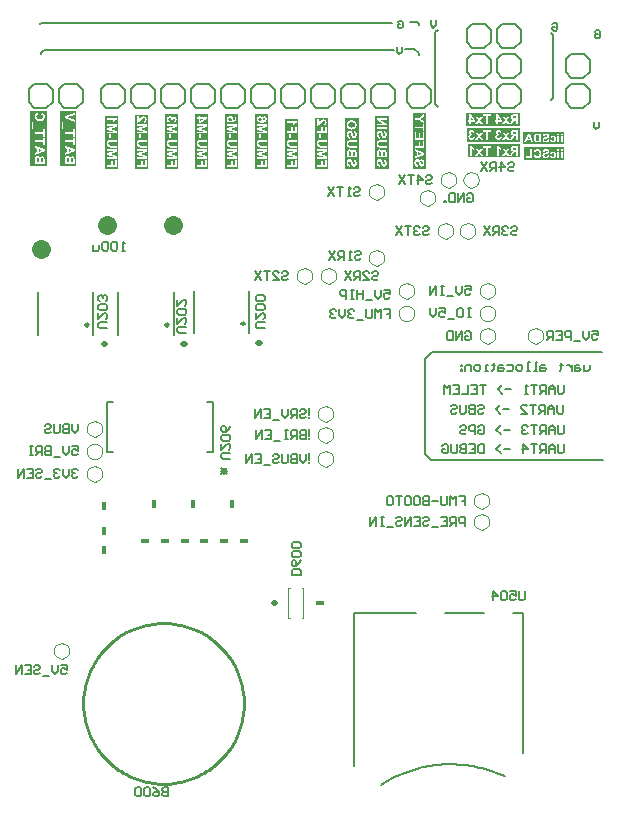
<source format=gbo>
%FSLAX25Y25*%
%MOIN*%
G70*
G01*
G75*
G04 Layer_Color=32896*
%ADD10C,0.01000*%
%ADD11C,0.02000*%
%ADD12C,0.01300*%
%ADD13C,0.01200*%
%ADD14C,0.01500*%
%ADD15C,0.03000*%
%ADD16C,0.02500*%
%ADD17R,0.06700X0.01800*%
%ADD18R,0.08300X0.05900*%
%ADD19R,0.07500X0.09400*%
%ADD20R,0.07500X0.04700*%
%ADD21R,0.05118X0.02756*%
G04:AMPARAMS|DCode=22|XSize=24mil|YSize=36mil|CornerRadius=6mil|HoleSize=0mil|Usage=FLASHONLY|Rotation=270.000|XOffset=0mil|YOffset=0mil|HoleType=Round|Shape=RoundedRectangle|*
%AMROUNDEDRECTD22*
21,1,0.02400,0.02400,0,0,270.0*
21,1,0.01200,0.03600,0,0,270.0*
1,1,0.01200,-0.01200,-0.00600*
1,1,0.01200,-0.01200,0.00600*
1,1,0.01200,0.01200,0.00600*
1,1,0.01200,0.01200,-0.00600*
%
%ADD22ROUNDEDRECTD22*%
%ADD23R,0.04400X0.02400*%
G04:AMPARAMS|DCode=24|XSize=24mil|YSize=36mil|CornerRadius=6mil|HoleSize=0mil|Usage=FLASHONLY|Rotation=180.000|XOffset=0mil|YOffset=0mil|HoleType=Round|Shape=RoundedRectangle|*
%AMROUNDEDRECTD24*
21,1,0.02400,0.02400,0,0,180.0*
21,1,0.01200,0.03600,0,0,180.0*
1,1,0.01200,-0.00600,0.01200*
1,1,0.01200,0.00600,0.01200*
1,1,0.01200,0.00600,-0.01200*
1,1,0.01200,-0.00600,-0.01200*
%
%ADD24ROUNDEDRECTD24*%
%ADD25R,0.01200X0.03200*%
%ADD26R,0.03200X0.01200*%
%ADD27R,0.04400X0.04000*%
%ADD28R,0.04000X0.04400*%
G04:AMPARAMS|DCode=29|XSize=24mil|YSize=36mil|CornerRadius=6mil|HoleSize=0mil|Usage=FLASHONLY|Rotation=135.000|XOffset=0mil|YOffset=0mil|HoleType=Round|Shape=RoundedRectangle|*
%AMROUNDEDRECTD29*
21,1,0.02400,0.02400,0,0,135.0*
21,1,0.01200,0.03600,0,0,135.0*
1,1,0.01200,0.00424,0.01273*
1,1,0.01200,0.01273,0.00424*
1,1,0.01200,-0.00424,-0.01273*
1,1,0.01200,-0.01273,-0.00424*
%
%ADD29ROUNDEDRECTD29*%
%ADD30R,0.02400X0.02000*%
%ADD31R,0.04800X0.03200*%
%ADD32R,0.01600X0.01600*%
%ADD33R,0.02400X0.02400*%
%ADD34R,0.06300X0.03600*%
%ADD35R,0.03600X0.06300*%
%ADD36R,0.02000X0.01200*%
%ADD37R,0.07100X0.04000*%
%ADD38R,0.03200X0.03600*%
G04:AMPARAMS|DCode=39|XSize=28mil|YSize=56mil|CornerRadius=5.6mil|HoleSize=0mil|Usage=FLASHONLY|Rotation=0.000|XOffset=0mil|YOffset=0mil|HoleType=Round|Shape=RoundedRectangle|*
%AMROUNDEDRECTD39*
21,1,0.02800,0.04480,0,0,0.0*
21,1,0.01680,0.05600,0,0,0.0*
1,1,0.01120,0.00840,-0.02240*
1,1,0.01120,-0.00840,-0.02240*
1,1,0.01120,-0.00840,0.02240*
1,1,0.01120,0.00840,0.02240*
%
%ADD39ROUNDEDRECTD39*%
G04:AMPARAMS|DCode=40|XSize=20mil|YSize=12mil|CornerRadius=2.4mil|HoleSize=0mil|Usage=FLASHONLY|Rotation=0.000|XOffset=0mil|YOffset=0mil|HoleType=Round|Shape=RoundedRectangle|*
%AMROUNDEDRECTD40*
21,1,0.02000,0.00720,0,0,0.0*
21,1,0.01520,0.01200,0,0,0.0*
1,1,0.00480,0.00760,-0.00360*
1,1,0.00480,-0.00760,-0.00360*
1,1,0.00480,-0.00760,0.00360*
1,1,0.00480,0.00760,0.00360*
%
%ADD40ROUNDEDRECTD40*%
%ADD41R,0.02000X0.01200*%
G04:AMPARAMS|DCode=42|XSize=24mil|YSize=36mil|CornerRadius=6mil|HoleSize=0mil|Usage=FLASHONLY|Rotation=225.000|XOffset=0mil|YOffset=0mil|HoleType=Round|Shape=RoundedRectangle|*
%AMROUNDEDRECTD42*
21,1,0.02400,0.02400,0,0,225.0*
21,1,0.01200,0.03600,0,0,225.0*
1,1,0.01200,-0.01273,0.00424*
1,1,0.01200,-0.00424,0.01273*
1,1,0.01200,0.01273,-0.00424*
1,1,0.01200,0.00424,-0.01273*
%
%ADD42ROUNDEDRECTD42*%
%ADD43R,0.01800X0.01200*%
%ADD44R,0.02400X0.03600*%
%ADD45R,0.04000X0.05600*%
%ADD46R,0.01200X0.02600*%
%ADD47R,0.02600X0.01200*%
%ADD48R,0.02800X0.05200*%
G04:AMPARAMS|DCode=49|XSize=60mil|YSize=12mil|CornerRadius=0mil|HoleSize=0mil|Usage=FLASHONLY|Rotation=225.000|XOffset=0mil|YOffset=0mil|HoleType=Round|Shape=Rectangle|*
%AMROTATEDRECTD49*
4,1,4,0.01697,0.02546,0.02546,0.01697,-0.01697,-0.02546,-0.02546,-0.01697,0.01697,0.02546,0.0*
%
%ADD49ROTATEDRECTD49*%

G04:AMPARAMS|DCode=50|XSize=12mil|YSize=60mil|CornerRadius=0mil|HoleSize=0mil|Usage=FLASHONLY|Rotation=225.000|XOffset=0mil|YOffset=0mil|HoleType=Round|Shape=Rectangle|*
%AMROTATEDRECTD50*
4,1,4,-0.01697,0.02546,0.02546,-0.01697,0.01697,-0.02546,-0.02546,0.01697,-0.01697,0.02546,0.0*
%
%ADD50ROTATEDRECTD50*%

G04:AMPARAMS|DCode=51|XSize=12mil|YSize=59.06mil|CornerRadius=0mil|HoleSize=0mil|Usage=FLASHONLY|Rotation=225.000|XOffset=0mil|YOffset=0mil|HoleType=Round|Shape=Rectangle|*
%AMROTATEDRECTD51*
4,1,4,-0.01664,0.02512,0.02512,-0.01664,0.01664,-0.02512,-0.02512,0.01664,-0.01664,0.02512,0.0*
%
%ADD51ROTATEDRECTD51*%

%ADD52R,0.06299X0.03150*%
%ADD53R,0.12205X0.08661*%
%ADD54R,0.05200X0.01700*%
%ADD55R,0.02400X0.08700*%
%ADD56R,0.01400X0.03400*%
%ADD57R,0.01200X0.03400*%
%ADD58R,0.03400X0.01200*%
%ADD59R,0.03600X0.02400*%
%ADD60R,0.01575X0.00984*%
%ADD61R,0.04800X0.05600*%
%ADD62C,0.01800*%
%ADD63C,0.05000*%
%ADD64R,0.07400X0.02047*%
%ADD65R,0.03900X0.03500*%
%ADD66R,0.07300X0.04400*%
%ADD67P,0.07036X8X22.5*%
%ADD68C,0.17716*%
%ADD69R,0.01800X0.01800*%
%ADD70R,0.05906X0.05906*%
%ADD71C,0.05906*%
%ADD72P,0.07036X8X112.5*%
%ADD73C,0.02000*%
%ADD74C,0.02200*%
%ADD75C,0.02500*%
%ADD76C,0.04000*%
%ADD77C,0.02300*%
%ADD78C,0.03000*%
%ADD79C,0.04000*%
G04:AMPARAMS|DCode=80|XSize=40mil|YSize=40mil|CornerRadius=20mil|HoleSize=0mil|Usage=FLASHONLY|Rotation=0.000|XOffset=0mil|YOffset=0mil|HoleType=Round|Shape=RoundedRectangle|*
%AMROUNDEDRECTD80*
21,1,0.04000,0.00000,0,0,0.0*
21,1,0.00000,0.04000,0,0,0.0*
1,1,0.04000,0.00000,0.00000*
1,1,0.04000,0.00000,0.00000*
1,1,0.04000,0.00000,0.00000*
1,1,0.04000,0.00000,0.00000*
%
%ADD80ROUNDEDRECTD80*%
G04:AMPARAMS|DCode=81|XSize=40mil|YSize=40mil|CornerRadius=20mil|HoleSize=0mil|Usage=FLASHONLY|Rotation=270.000|XOffset=0mil|YOffset=0mil|HoleType=Round|Shape=RoundedRectangle|*
%AMROUNDEDRECTD81*
21,1,0.04000,0.00000,0,0,270.0*
21,1,0.00000,0.04000,0,0,270.0*
1,1,0.04000,0.00000,0.00000*
1,1,0.04000,0.00000,0.00000*
1,1,0.04000,0.00000,0.00000*
1,1,0.04000,0.00000,0.00000*
%
%ADD81ROUNDEDRECTD81*%
%ADD82R,0.02362X0.09843*%
%ADD83R,0.02400X0.03200*%
%ADD84R,0.03600X0.06300*%
%ADD85R,0.01400X0.07800*%
%ADD86R,0.05600X0.07500*%
%ADD87R,0.07100X0.05600*%
%ADD88R,0.03200X0.06000*%
%ADD89C,0.03500*%
%ADD90C,0.00400*%
%ADD91C,0.00600*%
%ADD92C,0.00800*%
%ADD93C,0.00500*%
%ADD94C,0.00984*%
%ADD95C,0.06300*%
%ADD96C,0.00787*%
%ADD97C,0.00591*%
%ADD98C,0.00700*%
%ADD99R,0.01800X0.03000*%
%ADD100R,0.03000X0.01800*%
%ADD101R,0.02376X0.04559*%
%ADD102C,0.03937*%
%ADD103R,0.07500X0.02600*%
%ADD104R,0.09100X0.06700*%
%ADD105R,0.08300X0.10200*%
%ADD106R,0.08300X0.05500*%
%ADD107R,0.05918X0.03556*%
%ADD108R,0.05200X0.03200*%
%ADD109R,0.02000X0.04000*%
%ADD110R,0.04000X0.02000*%
%ADD111R,0.05200X0.04800*%
%ADD112R,0.04800X0.05200*%
%ADD113R,0.03200X0.02800*%
%ADD114R,0.05600X0.04000*%
%ADD115R,0.03200X0.03200*%
%ADD116R,0.07100X0.04400*%
%ADD117R,0.04400X0.07100*%
%ADD118R,0.02800X0.02000*%
%ADD119R,0.07900X0.04800*%
%ADD120R,0.04000X0.04400*%
G04:AMPARAMS|DCode=121|XSize=36mil|YSize=64mil|CornerRadius=7.2mil|HoleSize=0mil|Usage=FLASHONLY|Rotation=0.000|XOffset=0mil|YOffset=0mil|HoleType=Round|Shape=RoundedRectangle|*
%AMROUNDEDRECTD121*
21,1,0.03600,0.04960,0,0,0.0*
21,1,0.02160,0.06400,0,0,0.0*
1,1,0.01440,0.01080,-0.02480*
1,1,0.01440,-0.01080,-0.02480*
1,1,0.01440,-0.01080,0.02480*
1,1,0.01440,0.01080,0.02480*
%
%ADD121ROUNDEDRECTD121*%
G04:AMPARAMS|DCode=122|XSize=28mil|YSize=20mil|CornerRadius=4mil|HoleSize=0mil|Usage=FLASHONLY|Rotation=0.000|XOffset=0mil|YOffset=0mil|HoleType=Round|Shape=RoundedRectangle|*
%AMROUNDEDRECTD122*
21,1,0.02800,0.01200,0,0,0.0*
21,1,0.02000,0.02000,0,0,0.0*
1,1,0.00800,0.01000,-0.00600*
1,1,0.00800,-0.01000,-0.00600*
1,1,0.00800,-0.01000,0.00600*
1,1,0.00800,0.01000,0.00600*
%
%ADD122ROUNDEDRECTD122*%
%ADD123R,0.02800X0.02000*%
%ADD124R,0.02600X0.02000*%
%ADD125R,0.03200X0.04400*%
%ADD126R,0.04800X0.06400*%
%ADD127R,0.03600X0.06000*%
G04:AMPARAMS|DCode=128|XSize=68mil|YSize=20mil|CornerRadius=0mil|HoleSize=0mil|Usage=FLASHONLY|Rotation=225.000|XOffset=0mil|YOffset=0mil|HoleType=Round|Shape=Rectangle|*
%AMROTATEDRECTD128*
4,1,4,0.01697,0.03111,0.03111,0.01697,-0.01697,-0.03111,-0.03111,-0.01697,0.01697,0.03111,0.0*
%
%ADD128ROTATEDRECTD128*%

G04:AMPARAMS|DCode=129|XSize=20mil|YSize=68mil|CornerRadius=0mil|HoleSize=0mil|Usage=FLASHONLY|Rotation=225.000|XOffset=0mil|YOffset=0mil|HoleType=Round|Shape=Rectangle|*
%AMROTATEDRECTD129*
4,1,4,-0.01697,0.03111,0.03111,-0.01697,0.01697,-0.03111,-0.03111,0.01697,-0.01697,0.03111,0.0*
%
%ADD129ROTATEDRECTD129*%

G04:AMPARAMS|DCode=130|XSize=20mil|YSize=67.06mil|CornerRadius=0mil|HoleSize=0mil|Usage=FLASHONLY|Rotation=225.000|XOffset=0mil|YOffset=0mil|HoleType=Round|Shape=Rectangle|*
%AMROTATEDRECTD130*
4,1,4,-0.01664,0.03078,0.03078,-0.01664,0.01664,-0.03078,-0.03078,0.01664,-0.01664,0.03078,0.0*
%
%ADD130ROTATEDRECTD130*%

%ADD131R,0.07099X0.03950*%
%ADD132R,0.13005X0.09461*%
%ADD133R,0.06000X0.02500*%
%ADD134R,0.03200X0.09500*%
%ADD135R,0.02200X0.04200*%
%ADD136R,0.02000X0.04200*%
%ADD137R,0.04200X0.02000*%
%ADD138R,0.04400X0.03200*%
%ADD139R,0.02375X0.01784*%
%ADD140R,0.05600X0.06400*%
%ADD141P,0.07902X8X22.5*%
%ADD142C,0.18517*%
%ADD143R,0.02600X0.02600*%
%ADD144R,0.06706X0.06706*%
%ADD145C,0.06706*%
%ADD146P,0.07902X8X112.5*%
G04:AMPARAMS|DCode=147|XSize=48mil|YSize=48mil|CornerRadius=24mil|HoleSize=0mil|Usage=FLASHONLY|Rotation=0.000|XOffset=0mil|YOffset=0mil|HoleType=Round|Shape=RoundedRectangle|*
%AMROUNDEDRECTD147*
21,1,0.04800,0.00000,0,0,0.0*
21,1,0.00000,0.04800,0,0,0.0*
1,1,0.04800,0.00000,0.00000*
1,1,0.04800,0.00000,0.00000*
1,1,0.04800,0.00000,0.00000*
1,1,0.04800,0.00000,0.00000*
%
%ADD147ROUNDEDRECTD147*%
G04:AMPARAMS|DCode=148|XSize=48mil|YSize=48mil|CornerRadius=24mil|HoleSize=0mil|Usage=FLASHONLY|Rotation=270.000|XOffset=0mil|YOffset=0mil|HoleType=Round|Shape=RoundedRectangle|*
%AMROUNDEDRECTD148*
21,1,0.04800,0.00000,0,0,270.0*
21,1,0.00000,0.04800,0,0,270.0*
1,1,0.04800,0.00000,0.00000*
1,1,0.04800,0.00000,0.00000*
1,1,0.04800,0.00000,0.00000*
1,1,0.04800,0.00000,0.00000*
%
%ADD148ROUNDEDRECTD148*%
%ADD149R,0.03162X0.10642*%
%ADD150R,0.03200X0.04000*%
%ADD151R,0.04400X0.07100*%
%ADD152R,0.02200X0.08600*%
%ADD153R,0.06400X0.08300*%
%ADD154R,0.07900X0.06400*%
%ADD155R,0.04000X0.06800*%
%ADD156C,0.00400*%
G36*
X-78112Y224500D02*
X-95426D01*
Y228916D01*
X-78112D01*
Y224500D01*
D02*
G37*
G36*
X-132000Y220700D02*
X-136518D01*
Y237477D01*
X-132000D01*
Y220700D01*
D02*
G37*
G36*
X-202044D02*
X-206518D01*
Y238746D01*
X-202044D01*
Y220700D01*
D02*
G37*
G36*
X-63400Y228847D02*
X-77274D01*
Y233032D01*
X-63400D01*
Y228847D01*
D02*
G37*
G36*
X-162044Y220700D02*
X-166518D01*
Y238809D01*
X-162044D01*
Y220700D01*
D02*
G37*
G36*
X-182044D02*
X-186518D01*
Y238868D01*
X-182044D01*
Y220700D01*
D02*
G37*
G36*
X-122000D02*
X-126518D01*
Y238297D01*
X-122000D01*
Y220700D01*
D02*
G37*
G36*
X-212044D02*
X-216518D01*
Y238248D01*
X-212044D01*
Y220700D01*
D02*
G37*
G36*
X-63400Y223647D02*
X-76716D01*
Y227833D01*
X-63400D01*
Y223647D01*
D02*
G37*
G36*
X-226054Y221700D02*
X-231343D01*
Y239975D01*
X-226054D01*
Y221700D01*
D02*
G37*
G36*
X-172054Y220700D02*
X-176518D01*
Y238834D01*
X-172054D01*
Y220700D01*
D02*
G37*
G36*
X-142044D02*
X-146518D01*
Y237750D01*
X-142044D01*
Y220700D01*
D02*
G37*
G36*
X-78112Y229750D02*
X-95958D01*
Y234225D01*
X-78112D01*
Y229750D01*
D02*
G37*
G36*
X-152044Y220700D02*
X-156518D01*
Y237252D01*
X-152044D01*
Y220700D01*
D02*
G37*
G36*
X-109440D02*
X-113959D01*
Y239400D01*
X-109440D01*
Y220700D01*
D02*
G37*
G36*
X-236000Y221700D02*
X-241343D01*
Y239990D01*
X-236000D01*
Y221700D01*
D02*
G37*
G36*
X-78112Y235000D02*
X-96046D01*
Y239416D01*
X-78112D01*
Y235000D01*
D02*
G37*
G36*
X-192044Y220700D02*
X-196518D01*
Y238780D01*
X-192044D01*
Y220700D01*
D02*
G37*
%LPC*%
G36*
X-110094Y238800D02*
X-111958Y237629D01*
X-113300D01*
Y236979D01*
X-111953D01*
X-110094Y235808D01*
Y236560D01*
X-111367Y237316D01*
X-110094Y238058D01*
Y238800D01*
D02*
G37*
G36*
X-65119Y232384D02*
X-65673D01*
Y231875D01*
X-65119D01*
Y232384D01*
D02*
G37*
G36*
X-110094Y235716D02*
X-110635D01*
Y234774D01*
X-113300D01*
Y234125D01*
X-110635D01*
Y233183D01*
X-110094D01*
Y235716D01*
D02*
G37*
G36*
X-112368Y223906D02*
X-112417D01*
X-112470Y223896D01*
X-112539Y223886D01*
X-112617Y223867D01*
X-112705Y223843D01*
X-112797Y223803D01*
X-112890Y223750D01*
X-112895D01*
X-112900Y223745D01*
X-112929Y223721D01*
X-112973Y223686D01*
X-113022Y223638D01*
X-113080Y223579D01*
X-113139Y223501D01*
X-113198Y223418D01*
X-113246Y223315D01*
Y223311D01*
X-113251Y223301D01*
X-113256Y223286D01*
X-113266Y223267D01*
X-113271Y223237D01*
X-113280Y223208D01*
X-113290Y223169D01*
X-113300Y223125D01*
X-113324Y223023D01*
X-113339Y222905D01*
X-113354Y222774D01*
X-113359Y222622D01*
Y222618D01*
Y222598D01*
Y222564D01*
X-113354Y222520D01*
X-113349Y222471D01*
X-113344Y222413D01*
X-113334Y222349D01*
X-113324Y222276D01*
X-113290Y222125D01*
X-113266Y222047D01*
X-113241Y221969D01*
X-113207Y221895D01*
X-113173Y221822D01*
X-113129Y221749D01*
X-113080Y221686D01*
X-113075Y221681D01*
X-113066Y221671D01*
X-113051Y221656D01*
X-113027Y221632D01*
X-112997Y221607D01*
X-112963Y221578D01*
X-112919Y221549D01*
X-112875Y221515D01*
X-112817Y221481D01*
X-112758Y221446D01*
X-112690Y221417D01*
X-112617Y221383D01*
X-112539Y221359D01*
X-112451Y221334D01*
X-112358Y221315D01*
X-112261Y221300D01*
X-112197Y221930D01*
X-112202D01*
X-112212Y221934D01*
X-112226D01*
X-112251Y221939D01*
X-112304Y221954D01*
X-112378Y221978D01*
X-112451Y222008D01*
X-112529Y222047D01*
X-112602Y222095D01*
X-112666Y222154D01*
X-112671Y222164D01*
X-112690Y222188D01*
X-112709Y222227D01*
X-112739Y222281D01*
X-112763Y222349D01*
X-112788Y222427D01*
X-112807Y222520D01*
X-112812Y222627D01*
Y222632D01*
Y222642D01*
Y222657D01*
Y222681D01*
X-112807Y222735D01*
X-112797Y222803D01*
X-112778Y222881D01*
X-112758Y222959D01*
X-112724Y223032D01*
X-112680Y223096D01*
X-112675Y223101D01*
X-112656Y223120D01*
X-112631Y223145D01*
X-112592Y223179D01*
X-112548Y223208D01*
X-112495Y223233D01*
X-112436Y223252D01*
X-112373Y223257D01*
X-112353D01*
X-112334Y223252D01*
X-112304Y223247D01*
X-112246Y223228D01*
X-112212Y223213D01*
X-112182Y223189D01*
X-112178Y223184D01*
X-112168Y223174D01*
X-112153Y223159D01*
X-112134Y223135D01*
X-112109Y223101D01*
X-112090Y223062D01*
X-112065Y223013D01*
X-112041Y222954D01*
Y222949D01*
X-112031Y222930D01*
X-112021Y222896D01*
X-112007Y222847D01*
X-111997Y222818D01*
X-111987Y222779D01*
X-111978Y222740D01*
X-111963Y222691D01*
X-111948Y222637D01*
X-111934Y222579D01*
X-111919Y222515D01*
X-111899Y222442D01*
Y222437D01*
X-111895Y222417D01*
X-111885Y222393D01*
X-111875Y222359D01*
X-111865Y222315D01*
X-111851Y222266D01*
X-111812Y222159D01*
X-111768Y222037D01*
X-111714Y221915D01*
X-111651Y221808D01*
X-111616Y221759D01*
X-111582Y221715D01*
X-111577Y221710D01*
X-111568Y221700D01*
X-111553Y221686D01*
X-111533Y221671D01*
X-111509Y221646D01*
X-111480Y221622D01*
X-111441Y221598D01*
X-111402Y221568D01*
X-111309Y221515D01*
X-111197Y221466D01*
X-111138Y221451D01*
X-111075Y221437D01*
X-111006Y221427D01*
X-110938Y221422D01*
X-110894D01*
X-110850Y221432D01*
X-110787Y221442D01*
X-110719Y221456D01*
X-110640Y221481D01*
X-110562Y221515D01*
X-110479Y221559D01*
X-110475D01*
X-110470Y221564D01*
X-110445Y221583D01*
X-110406Y221617D01*
X-110357Y221661D01*
X-110304Y221715D01*
X-110250Y221783D01*
X-110196Y221861D01*
X-110152Y221954D01*
Y221959D01*
X-110148Y221964D01*
X-110143Y221983D01*
X-110133Y222003D01*
X-110128Y222027D01*
X-110118Y222056D01*
X-110094Y222130D01*
X-110074Y222222D01*
X-110060Y222330D01*
X-110045Y222452D01*
X-110040Y222583D01*
Y222588D01*
Y222608D01*
Y222642D01*
X-110045Y222681D01*
X-110050Y222735D01*
X-110055Y222793D01*
X-110065Y222857D01*
X-110074Y222925D01*
X-110104Y223071D01*
X-110152Y223223D01*
X-110182Y223296D01*
X-110221Y223364D01*
X-110260Y223433D01*
X-110309Y223491D01*
X-110313Y223496D01*
X-110323Y223506D01*
X-110338Y223520D01*
X-110357Y223540D01*
X-110382Y223564D01*
X-110416Y223589D01*
X-110455Y223618D01*
X-110499Y223647D01*
X-110548Y223677D01*
X-110601Y223701D01*
X-110719Y223755D01*
X-110787Y223774D01*
X-110860Y223794D01*
X-110938Y223808D01*
X-111016Y223813D01*
X-111041Y223164D01*
X-111031D01*
X-111002Y223154D01*
X-110958Y223145D01*
X-110904Y223125D01*
X-110845Y223101D01*
X-110787Y223071D01*
X-110733Y223032D01*
X-110689Y222984D01*
X-110684Y222979D01*
X-110670Y222959D01*
X-110655Y222930D01*
X-110631Y222886D01*
X-110611Y222827D01*
X-110597Y222759D01*
X-110582Y222676D01*
X-110577Y222579D01*
Y222574D01*
Y222569D01*
Y222554D01*
Y222535D01*
X-110582Y222481D01*
X-110592Y222417D01*
X-110606Y222349D01*
X-110626Y222276D01*
X-110655Y222203D01*
X-110694Y222139D01*
X-110699Y222134D01*
X-110709Y222125D01*
X-110723Y222110D01*
X-110748Y222091D01*
X-110777Y222071D01*
X-110811Y222056D01*
X-110850Y222047D01*
X-110894Y222042D01*
X-110914D01*
X-110933Y222047D01*
X-110962Y222052D01*
X-110992Y222066D01*
X-111026Y222081D01*
X-111055Y222105D01*
X-111089Y222134D01*
X-111094Y222139D01*
X-111109Y222159D01*
X-111128Y222198D01*
X-111138Y222222D01*
X-111153Y222256D01*
X-111172Y222291D01*
X-111187Y222335D01*
X-111206Y222378D01*
X-111221Y222437D01*
X-111241Y222496D01*
X-111260Y222564D01*
X-111285Y222642D01*
X-111304Y222725D01*
Y222730D01*
X-111309Y222744D01*
X-111314Y222769D01*
X-111324Y222803D01*
X-111333Y222842D01*
X-111348Y222886D01*
X-111372Y222989D01*
X-111411Y223106D01*
X-111446Y223218D01*
X-111489Y223330D01*
X-111509Y223379D01*
X-111533Y223423D01*
Y223428D01*
X-111538Y223433D01*
X-111553Y223462D01*
X-111582Y223501D01*
X-111616Y223550D01*
X-111665Y223608D01*
X-111719Y223667D01*
X-111787Y223721D01*
X-111860Y223774D01*
X-111870Y223779D01*
X-111895Y223794D01*
X-111943Y223818D01*
X-112002Y223843D01*
X-112075Y223862D01*
X-112163Y223886D01*
X-112261Y223901D01*
X-112368Y223906D01*
D02*
G37*
G36*
X-113300Y227346D02*
Y226644D01*
X-112573Y226370D01*
Y225077D01*
X-113300Y224814D01*
Y224130D01*
X-110094Y225375D01*
Y226058D01*
X-113300Y227346D01*
D02*
G37*
G36*
X-110094Y229884D02*
X-110635D01*
Y228337D01*
X-111397D01*
Y229674D01*
X-111939D01*
Y228337D01*
X-113300D01*
Y227688D01*
X-110094D01*
Y229884D01*
D02*
G37*
G36*
X-64000Y232384D02*
X-64553D01*
Y231875D01*
X-64000D01*
Y232384D01*
D02*
G37*
G36*
X-112758Y232856D02*
X-113300D01*
Y230421D01*
X-110094D01*
Y232792D01*
X-110635D01*
Y231070D01*
X-111348D01*
Y232670D01*
X-111890D01*
Y231070D01*
X-112758D01*
Y232856D01*
D02*
G37*
G36*
X-134264Y236877D02*
X-134298D01*
X-134337Y236872D01*
X-134391D01*
X-134459Y236862D01*
X-134532Y236853D01*
X-134620Y236843D01*
X-134708Y236823D01*
X-134806Y236804D01*
X-134903Y236774D01*
X-135006Y236740D01*
X-135108Y236696D01*
X-135206Y236648D01*
X-135303Y236594D01*
X-135396Y236526D01*
X-135484Y236452D01*
X-135489Y236448D01*
X-135504Y236433D01*
X-135523Y236408D01*
X-135552Y236374D01*
X-135587Y236335D01*
X-135621Y236282D01*
X-135660Y236223D01*
X-135699Y236155D01*
X-135743Y236077D01*
X-135782Y235994D01*
X-135816Y235901D01*
X-135850Y235799D01*
X-135879Y235691D01*
X-135899Y235579D01*
X-135914Y235457D01*
X-135918Y235325D01*
Y235315D01*
Y235296D01*
X-135914Y235257D01*
Y235208D01*
X-135904Y235149D01*
X-135894Y235076D01*
X-135884Y234998D01*
X-135865Y234915D01*
X-135840Y234827D01*
X-135811Y234735D01*
X-135777Y234642D01*
X-135733Y234549D01*
X-135684Y234452D01*
X-135626Y234364D01*
X-135562Y234276D01*
X-135484Y234193D01*
X-135479Y234188D01*
X-135465Y234173D01*
X-135440Y234154D01*
X-135406Y234130D01*
X-135362Y234095D01*
X-135308Y234061D01*
X-135245Y234022D01*
X-135172Y233983D01*
X-135089Y233944D01*
X-135001Y233905D01*
X-134903Y233871D01*
X-134796Y233837D01*
X-134679Y233812D01*
X-134557Y233793D01*
X-134425Y233778D01*
X-134284Y233773D01*
X-134201D01*
X-134157Y233778D01*
X-134108Y233783D01*
X-134054D01*
X-133996Y233793D01*
X-133864Y233807D01*
X-133727Y233832D01*
X-133591Y233866D01*
X-133459Y233915D01*
X-133454D01*
X-133449Y233920D01*
X-133420Y233934D01*
X-133371Y233959D01*
X-133312Y233993D01*
X-133244Y234037D01*
X-133171Y234086D01*
X-133093Y234149D01*
X-133020Y234212D01*
X-133010Y234222D01*
X-132985Y234247D01*
X-132951Y234286D01*
X-132912Y234334D01*
X-132863Y234398D01*
X-132815Y234466D01*
X-132771Y234544D01*
X-132732Y234627D01*
Y234632D01*
X-132727Y234642D01*
X-132717Y234657D01*
X-132712Y234681D01*
X-132703Y234710D01*
X-132688Y234744D01*
X-132678Y234783D01*
X-132663Y234827D01*
X-132644Y234930D01*
X-132620Y235047D01*
X-132605Y235179D01*
X-132600Y235320D01*
Y235330D01*
Y235349D01*
X-132605Y235389D01*
Y235437D01*
X-132615Y235496D01*
X-132624Y235564D01*
X-132639Y235642D01*
X-132654Y235725D01*
X-132678Y235818D01*
X-132707Y235906D01*
X-132746Y236003D01*
X-132785Y236096D01*
X-132839Y236189D01*
X-132898Y236282D01*
X-132966Y236369D01*
X-133044Y236452D01*
X-133049Y236457D01*
X-133064Y236472D01*
X-133088Y236491D01*
X-133127Y236521D01*
X-133171Y236550D01*
X-133225Y236589D01*
X-133288Y236623D01*
X-133361Y236667D01*
X-133444Y236706D01*
X-133537Y236745D01*
X-133635Y236779D01*
X-133742Y236809D01*
X-133859Y236838D01*
X-133986Y236857D01*
X-134123Y236872D01*
X-134264Y236877D01*
D02*
G37*
G36*
X-134928Y233354D02*
X-134977D01*
X-135030Y233344D01*
X-135099Y233334D01*
X-135177Y233315D01*
X-135265Y233290D01*
X-135357Y233251D01*
X-135450Y233197D01*
X-135455D01*
X-135460Y233193D01*
X-135489Y233168D01*
X-135533Y233134D01*
X-135582Y233085D01*
X-135640Y233027D01*
X-135699Y232949D01*
X-135757Y232866D01*
X-135806Y232763D01*
Y232758D01*
X-135811Y232749D01*
X-135816Y232734D01*
X-135826Y232714D01*
X-135831Y232685D01*
X-135840Y232656D01*
X-135850Y232617D01*
X-135860Y232573D01*
X-135884Y232470D01*
X-135899Y232353D01*
X-135914Y232221D01*
X-135918Y232070D01*
Y232065D01*
Y232046D01*
Y232012D01*
X-135914Y231968D01*
X-135909Y231919D01*
X-135904Y231860D01*
X-135894Y231797D01*
X-135884Y231724D01*
X-135850Y231572D01*
X-135826Y231494D01*
X-135801Y231416D01*
X-135767Y231343D01*
X-135733Y231270D01*
X-135689Y231197D01*
X-135640Y231133D01*
X-135635Y231128D01*
X-135626Y231119D01*
X-135611Y231104D01*
X-135587Y231080D01*
X-135557Y231055D01*
X-135523Y231026D01*
X-135479Y230997D01*
X-135435Y230962D01*
X-135377Y230928D01*
X-135318Y230894D01*
X-135250Y230865D01*
X-135177Y230831D01*
X-135099Y230806D01*
X-135011Y230782D01*
X-134918Y230762D01*
X-134820Y230748D01*
X-134757Y231377D01*
X-134762D01*
X-134772Y231382D01*
X-134786D01*
X-134811Y231387D01*
X-134864Y231402D01*
X-134938Y231426D01*
X-135011Y231455D01*
X-135089Y231494D01*
X-135162Y231543D01*
X-135225Y231602D01*
X-135230Y231611D01*
X-135250Y231636D01*
X-135269Y231675D01*
X-135299Y231729D01*
X-135323Y231797D01*
X-135347Y231875D01*
X-135367Y231968D01*
X-135372Y232075D01*
Y232080D01*
Y232090D01*
Y232104D01*
Y232129D01*
X-135367Y232182D01*
X-135357Y232251D01*
X-135338Y232329D01*
X-135318Y232407D01*
X-135284Y232480D01*
X-135240Y232543D01*
X-135235Y232548D01*
X-135216Y232568D01*
X-135191Y232592D01*
X-135152Y232627D01*
X-135108Y232656D01*
X-135055Y232680D01*
X-134996Y232700D01*
X-134933Y232705D01*
X-134913D01*
X-134894Y232700D01*
X-134864Y232695D01*
X-134806Y232675D01*
X-134772Y232661D01*
X-134742Y232636D01*
X-134737Y232631D01*
X-134728Y232622D01*
X-134713Y232607D01*
X-134694Y232583D01*
X-134669Y232548D01*
X-134650Y232509D01*
X-134625Y232461D01*
X-134601Y232402D01*
Y232397D01*
X-134591Y232378D01*
X-134581Y232343D01*
X-134567Y232295D01*
X-134557Y232265D01*
X-134547Y232226D01*
X-134537Y232187D01*
X-134523Y232138D01*
X-134508Y232085D01*
X-134493Y232026D01*
X-134479Y231963D01*
X-134459Y231890D01*
Y231885D01*
X-134454Y231865D01*
X-134445Y231841D01*
X-134435Y231807D01*
X-134425Y231763D01*
X-134411Y231714D01*
X-134371Y231607D01*
X-134327Y231485D01*
X-134274Y231363D01*
X-134210Y231255D01*
X-134176Y231206D01*
X-134142Y231163D01*
X-134137Y231158D01*
X-134127Y231148D01*
X-134113Y231133D01*
X-134093Y231119D01*
X-134069Y231094D01*
X-134040Y231070D01*
X-134001Y231045D01*
X-133961Y231016D01*
X-133869Y230962D01*
X-133757Y230914D01*
X-133698Y230899D01*
X-133635Y230884D01*
X-133566Y230875D01*
X-133498Y230870D01*
X-133454D01*
X-133410Y230879D01*
X-133347Y230889D01*
X-133278Y230904D01*
X-133200Y230928D01*
X-133122Y230962D01*
X-133039Y231006D01*
X-133034D01*
X-133029Y231011D01*
X-133005Y231031D01*
X-132966Y231065D01*
X-132917Y231109D01*
X-132863Y231163D01*
X-132810Y231231D01*
X-132756Y231309D01*
X-132712Y231402D01*
Y231406D01*
X-132707Y231411D01*
X-132703Y231431D01*
X-132693Y231450D01*
X-132688Y231475D01*
X-132678Y231504D01*
X-132654Y231577D01*
X-132634Y231670D01*
X-132620Y231777D01*
X-132605Y231899D01*
X-132600Y232031D01*
Y232036D01*
Y232055D01*
Y232090D01*
X-132605Y232129D01*
X-132610Y232182D01*
X-132615Y232241D01*
X-132624Y232304D01*
X-132634Y232373D01*
X-132663Y232519D01*
X-132712Y232670D01*
X-132741Y232744D01*
X-132781Y232812D01*
X-132820Y232880D01*
X-132868Y232939D01*
X-132873Y232944D01*
X-132883Y232953D01*
X-132898Y232968D01*
X-132917Y232988D01*
X-132942Y233012D01*
X-132976Y233036D01*
X-133015Y233066D01*
X-133059Y233095D01*
X-133107Y233124D01*
X-133161Y233149D01*
X-133278Y233202D01*
X-133347Y233222D01*
X-133420Y233241D01*
X-133498Y233256D01*
X-133576Y233261D01*
X-133600Y232612D01*
X-133591D01*
X-133561Y232602D01*
X-133517Y232592D01*
X-133464Y232573D01*
X-133405Y232548D01*
X-133347Y232519D01*
X-133293Y232480D01*
X-133249Y232431D01*
X-133244Y232426D01*
X-133229Y232407D01*
X-133215Y232378D01*
X-133191Y232334D01*
X-133171Y232275D01*
X-133156Y232207D01*
X-133142Y232124D01*
X-133137Y232026D01*
Y232021D01*
Y232016D01*
Y232002D01*
Y231982D01*
X-133142Y231929D01*
X-133151Y231865D01*
X-133166Y231797D01*
X-133186Y231724D01*
X-133215Y231650D01*
X-133254Y231587D01*
X-133259Y231582D01*
X-133269Y231572D01*
X-133283Y231558D01*
X-133308Y231538D01*
X-133337Y231519D01*
X-133371Y231504D01*
X-133410Y231494D01*
X-133454Y231489D01*
X-133474D01*
X-133493Y231494D01*
X-133522Y231499D01*
X-133552Y231514D01*
X-133586Y231528D01*
X-133615Y231553D01*
X-133649Y231582D01*
X-133654Y231587D01*
X-133669Y231607D01*
X-133688Y231646D01*
X-133698Y231670D01*
X-133713Y231704D01*
X-133732Y231738D01*
X-133747Y231782D01*
X-133766Y231826D01*
X-133781Y231885D01*
X-133800Y231943D01*
X-133820Y232012D01*
X-133844Y232090D01*
X-133864Y232173D01*
Y232177D01*
X-133869Y232192D01*
X-133874Y232217D01*
X-133883Y232251D01*
X-133893Y232290D01*
X-133908Y232334D01*
X-133932Y232436D01*
X-133971Y232553D01*
X-134005Y232665D01*
X-134049Y232778D01*
X-134069Y232827D01*
X-134093Y232871D01*
Y232875D01*
X-134098Y232880D01*
X-134113Y232909D01*
X-134142Y232949D01*
X-134176Y232997D01*
X-134225Y233056D01*
X-134279Y233115D01*
X-134347Y233168D01*
X-134420Y233222D01*
X-134430Y233227D01*
X-134454Y233241D01*
X-134503Y233266D01*
X-134562Y233290D01*
X-134635Y233310D01*
X-134723Y233334D01*
X-134820Y233349D01*
X-134928Y233354D01*
D02*
G37*
G36*
X-132654Y230235D02*
X-134484D01*
X-134537Y230230D01*
X-134659D01*
X-134796Y230221D01*
X-134928Y230211D01*
X-134991Y230206D01*
X-135055Y230201D01*
X-135108Y230191D01*
X-135157Y230182D01*
X-135167D01*
X-135196Y230172D01*
X-135240Y230157D01*
X-135299Y230138D01*
X-135362Y230108D01*
X-135430Y230079D01*
X-135499Y230035D01*
X-135562Y229986D01*
X-135567Y229981D01*
X-135591Y229962D01*
X-135621Y229928D01*
X-135655Y229889D01*
X-135699Y229830D01*
X-135743Y229767D01*
X-135787Y229694D01*
X-135826Y229611D01*
Y229606D01*
X-135831Y229601D01*
X-135835Y229586D01*
X-135840Y229567D01*
X-135845Y229547D01*
X-135855Y229518D01*
X-135870Y229445D01*
X-135889Y229357D01*
X-135904Y229254D01*
X-135914Y229132D01*
X-135918Y228996D01*
Y228991D01*
Y228976D01*
Y228952D01*
Y228923D01*
X-135914Y228884D01*
Y228840D01*
X-135904Y228737D01*
X-135894Y228625D01*
X-135874Y228513D01*
X-135850Y228400D01*
X-135835Y228352D01*
X-135816Y228303D01*
Y228298D01*
X-135811Y228293D01*
X-135796Y228264D01*
X-135772Y228220D01*
X-135743Y228166D01*
X-135699Y228108D01*
X-135655Y228044D01*
X-135596Y227986D01*
X-135538Y227927D01*
X-135528Y227922D01*
X-135509Y227907D01*
X-135474Y227883D01*
X-135430Y227854D01*
X-135377Y227825D01*
X-135313Y227795D01*
X-135250Y227766D01*
X-135181Y227747D01*
X-135167D01*
X-135152Y227742D01*
X-135128Y227737D01*
X-135103Y227732D01*
X-135064Y227727D01*
X-135025Y227722D01*
X-134977Y227717D01*
X-134923Y227712D01*
X-134864Y227707D01*
X-134796Y227703D01*
X-134723Y227698D01*
X-134645Y227693D01*
X-134557D01*
X-134464Y227688D01*
X-132654D01*
Y228337D01*
X-134532D01*
X-134620Y228342D01*
X-134708D01*
X-134796Y228347D01*
X-134874Y228352D01*
X-134908D01*
X-134933Y228357D01*
X-134942D01*
X-134967Y228366D01*
X-135001Y228381D01*
X-135045Y228396D01*
X-135099Y228425D01*
X-135152Y228459D01*
X-135201Y228498D01*
X-135250Y228552D01*
X-135255Y228561D01*
X-135269Y228581D01*
X-135289Y228615D01*
X-135308Y228664D01*
X-135328Y228723D01*
X-135347Y228796D01*
X-135362Y228884D01*
X-135367Y228976D01*
Y228981D01*
Y228986D01*
Y229001D01*
Y229020D01*
X-135362Y229069D01*
X-135352Y229132D01*
X-135338Y229196D01*
X-135318Y229264D01*
X-135294Y229328D01*
X-135255Y229386D01*
X-135250Y229391D01*
X-135235Y229411D01*
X-135211Y229435D01*
X-135177Y229459D01*
X-135138Y229489D01*
X-135094Y229518D01*
X-135040Y229542D01*
X-134981Y229557D01*
X-134972D01*
X-134947Y229562D01*
X-134908Y229567D01*
X-134850Y229572D01*
X-134776Y229576D01*
X-134679Y229581D01*
X-134625D01*
X-134567Y229586D01*
X-132654D01*
Y230235D01*
D02*
G37*
G36*
X-142654Y223496D02*
X-143195D01*
Y221949D01*
X-143957D01*
Y223286D01*
X-144498D01*
Y221949D01*
X-145860D01*
Y221300D01*
X-142654D01*
Y223496D01*
D02*
G37*
G36*
X-144391Y232119D02*
X-145006D01*
Y230919D01*
X-144391D01*
Y232119D01*
D02*
G37*
G36*
X-142654Y230309D02*
X-144484D01*
X-144537Y230304D01*
X-144659D01*
X-144796Y230294D01*
X-144928Y230284D01*
X-144991Y230279D01*
X-145055Y230274D01*
X-145108Y230265D01*
X-145157Y230255D01*
X-145167D01*
X-145196Y230245D01*
X-145240Y230230D01*
X-145299Y230211D01*
X-145362Y230182D01*
X-145430Y230152D01*
X-145499Y230108D01*
X-145562Y230060D01*
X-145567Y230055D01*
X-145591Y230035D01*
X-145621Y230001D01*
X-145655Y229962D01*
X-145699Y229903D01*
X-145743Y229840D01*
X-145787Y229767D01*
X-145826Y229684D01*
Y229679D01*
X-145831Y229674D01*
X-145835Y229659D01*
X-145840Y229640D01*
X-145845Y229620D01*
X-145855Y229591D01*
X-145870Y229518D01*
X-145889Y229430D01*
X-145904Y229328D01*
X-145914Y229206D01*
X-145918Y229069D01*
Y229064D01*
Y229049D01*
Y229025D01*
Y228996D01*
X-145914Y228957D01*
Y228913D01*
X-145904Y228810D01*
X-145894Y228698D01*
X-145875Y228586D01*
X-145850Y228474D01*
X-145835Y228425D01*
X-145816Y228376D01*
Y228371D01*
X-145811Y228366D01*
X-145796Y228337D01*
X-145772Y228293D01*
X-145743Y228239D01*
X-145699Y228181D01*
X-145655Y228117D01*
X-145596Y228059D01*
X-145538Y228000D01*
X-145528Y227995D01*
X-145509Y227981D01*
X-145474Y227956D01*
X-145430Y227927D01*
X-145377Y227898D01*
X-145313Y227869D01*
X-145250Y227839D01*
X-145182Y227820D01*
X-145167D01*
X-145152Y227815D01*
X-145128Y227810D01*
X-145103Y227805D01*
X-145064Y227800D01*
X-145025Y227795D01*
X-144977Y227790D01*
X-144923Y227785D01*
X-144864Y227781D01*
X-144796Y227776D01*
X-144723Y227771D01*
X-144645Y227766D01*
X-144557D01*
X-144464Y227761D01*
X-142654D01*
Y228410D01*
X-144533D01*
X-144620Y228415D01*
X-144708D01*
X-144796Y228420D01*
X-144874Y228425D01*
X-144908D01*
X-144933Y228430D01*
X-144942D01*
X-144967Y228439D01*
X-145001Y228454D01*
X-145045Y228469D01*
X-145099Y228498D01*
X-145152Y228532D01*
X-145201Y228571D01*
X-145250Y228625D01*
X-145255Y228635D01*
X-145269Y228654D01*
X-145289Y228688D01*
X-145308Y228737D01*
X-145328Y228796D01*
X-145347Y228869D01*
X-145362Y228957D01*
X-145367Y229049D01*
Y229054D01*
Y229059D01*
Y229074D01*
Y229093D01*
X-145362Y229142D01*
X-145352Y229206D01*
X-145338Y229269D01*
X-145318Y229337D01*
X-145294Y229401D01*
X-145255Y229459D01*
X-145250Y229464D01*
X-145235Y229484D01*
X-145211Y229508D01*
X-145177Y229533D01*
X-145138Y229562D01*
X-145094Y229591D01*
X-145040Y229615D01*
X-144981Y229630D01*
X-144972D01*
X-144947Y229635D01*
X-144908Y229640D01*
X-144850Y229645D01*
X-144776Y229650D01*
X-144679Y229655D01*
X-144625D01*
X-144567Y229659D01*
X-142654D01*
Y230309D01*
D02*
G37*
G36*
Y227117D02*
X-145860D01*
Y226517D01*
X-143337Y226512D01*
X-145860Y225877D01*
Y225258D01*
X-143337Y224623D01*
X-145860D01*
Y224023D01*
X-142654D01*
Y224989D01*
X-144845Y225570D01*
X-142654Y226141D01*
Y227117D01*
D02*
G37*
G36*
X-134933Y227141D02*
X-134972D01*
X-135011Y227136D01*
X-135069Y227127D01*
X-135133Y227117D01*
X-135206Y227097D01*
X-135279Y227073D01*
X-135357Y227039D01*
X-135367Y227034D01*
X-135391Y227019D01*
X-135430Y226995D01*
X-135474Y226966D01*
X-135528Y226927D01*
X-135582Y226878D01*
X-135640Y226824D01*
X-135689Y226761D01*
X-135694Y226751D01*
X-135709Y226731D01*
X-135728Y226692D01*
X-135752Y226639D01*
X-135782Y226575D01*
X-135806Y226502D01*
X-135826Y226419D01*
X-135840Y226326D01*
Y226317D01*
Y226307D01*
X-135845Y226292D01*
Y226273D01*
Y226243D01*
X-135850Y226209D01*
Y226170D01*
Y226121D01*
X-135855Y226063D01*
Y225999D01*
Y225931D01*
X-135860Y225848D01*
Y225755D01*
Y225658D01*
Y225546D01*
Y224457D01*
X-132654D01*
Y225736D01*
Y225741D01*
Y225751D01*
Y225770D01*
Y225799D01*
Y225829D01*
Y225868D01*
X-132659Y225951D01*
X-132663Y226043D01*
X-132668Y226136D01*
X-132678Y226224D01*
X-132688Y226302D01*
Y226312D01*
X-132693Y226336D01*
X-132703Y226370D01*
X-132717Y226414D01*
X-132732Y226468D01*
X-132756Y226526D01*
X-132785Y226580D01*
X-132820Y226639D01*
X-132825Y226644D01*
X-132839Y226663D01*
X-132859Y226692D01*
X-132893Y226727D01*
X-132932Y226761D01*
X-132976Y226805D01*
X-133029Y226844D01*
X-133088Y226883D01*
X-133098Y226888D01*
X-133117Y226897D01*
X-133151Y226917D01*
X-133195Y226936D01*
X-133254Y226951D01*
X-133317Y226971D01*
X-133386Y226980D01*
X-133464Y226985D01*
X-133503D01*
X-133547Y226980D01*
X-133600Y226971D01*
X-133664Y226956D01*
X-133732Y226932D01*
X-133805Y226902D01*
X-133879Y226863D01*
X-133888Y226858D01*
X-133908Y226839D01*
X-133942Y226814D01*
X-133981Y226775D01*
X-134030Y226727D01*
X-134074Y226673D01*
X-134118Y226605D01*
X-134157Y226531D01*
Y226536D01*
X-134162Y226546D01*
X-134167Y226561D01*
X-134171Y226580D01*
X-134196Y226634D01*
X-134225Y226697D01*
X-134264Y226770D01*
X-134313Y226844D01*
X-134376Y226917D01*
X-134450Y226980D01*
X-134459Y226985D01*
X-134484Y227005D01*
X-134528Y227029D01*
X-134586Y227063D01*
X-134659Y227093D01*
X-134737Y227117D01*
X-134830Y227136D01*
X-134933Y227141D01*
D02*
G37*
G36*
X-122654Y230235D02*
X-124484D01*
X-124537Y230230D01*
X-124659D01*
X-124796Y230221D01*
X-124928Y230211D01*
X-124991Y230206D01*
X-125055Y230201D01*
X-125108Y230191D01*
X-125157Y230182D01*
X-125167D01*
X-125196Y230172D01*
X-125240Y230157D01*
X-125299Y230138D01*
X-125362Y230108D01*
X-125430Y230079D01*
X-125499Y230035D01*
X-125562Y229986D01*
X-125567Y229981D01*
X-125591Y229962D01*
X-125621Y229928D01*
X-125655Y229889D01*
X-125699Y229830D01*
X-125743Y229767D01*
X-125787Y229694D01*
X-125826Y229611D01*
Y229606D01*
X-125831Y229601D01*
X-125835Y229586D01*
X-125840Y229567D01*
X-125845Y229547D01*
X-125855Y229518D01*
X-125870Y229445D01*
X-125889Y229357D01*
X-125904Y229254D01*
X-125914Y229132D01*
X-125918Y228996D01*
Y228991D01*
Y228976D01*
Y228952D01*
Y228923D01*
X-125914Y228884D01*
Y228840D01*
X-125904Y228737D01*
X-125894Y228625D01*
X-125874Y228513D01*
X-125850Y228400D01*
X-125835Y228352D01*
X-125816Y228303D01*
Y228298D01*
X-125811Y228293D01*
X-125796Y228264D01*
X-125772Y228220D01*
X-125743Y228166D01*
X-125699Y228108D01*
X-125655Y228044D01*
X-125596Y227986D01*
X-125538Y227927D01*
X-125528Y227922D01*
X-125508Y227907D01*
X-125474Y227883D01*
X-125430Y227854D01*
X-125377Y227825D01*
X-125313Y227795D01*
X-125250Y227766D01*
X-125181Y227747D01*
X-125167D01*
X-125152Y227742D01*
X-125128Y227737D01*
X-125103Y227732D01*
X-125064Y227727D01*
X-125025Y227722D01*
X-124977Y227717D01*
X-124923Y227712D01*
X-124864Y227707D01*
X-124796Y227703D01*
X-124723Y227698D01*
X-124645Y227693D01*
X-124557D01*
X-124464Y227688D01*
X-122654D01*
Y228337D01*
X-124532D01*
X-124620Y228342D01*
X-124708D01*
X-124796Y228347D01*
X-124874Y228352D01*
X-124908D01*
X-124933Y228357D01*
X-124942D01*
X-124967Y228366D01*
X-125001Y228381D01*
X-125045Y228396D01*
X-125099Y228425D01*
X-125152Y228459D01*
X-125201Y228498D01*
X-125250Y228552D01*
X-125255Y228561D01*
X-125269Y228581D01*
X-125289Y228615D01*
X-125308Y228664D01*
X-125328Y228723D01*
X-125347Y228796D01*
X-125362Y228884D01*
X-125367Y228976D01*
Y228981D01*
Y228986D01*
Y229001D01*
Y229020D01*
X-125362Y229069D01*
X-125352Y229132D01*
X-125338Y229196D01*
X-125318Y229264D01*
X-125294Y229328D01*
X-125255Y229386D01*
X-125250Y229391D01*
X-125235Y229411D01*
X-125211Y229435D01*
X-125177Y229459D01*
X-125138Y229489D01*
X-125094Y229518D01*
X-125040Y229542D01*
X-124981Y229557D01*
X-124972D01*
X-124947Y229562D01*
X-124908Y229567D01*
X-124850Y229572D01*
X-124776Y229576D01*
X-124679Y229581D01*
X-124625D01*
X-124567Y229586D01*
X-122654D01*
Y230235D01*
D02*
G37*
G36*
X-124933Y227141D02*
X-124972D01*
X-125011Y227136D01*
X-125069Y227127D01*
X-125133Y227117D01*
X-125206Y227097D01*
X-125279Y227073D01*
X-125357Y227039D01*
X-125367Y227034D01*
X-125391Y227019D01*
X-125430Y226995D01*
X-125474Y226966D01*
X-125528Y226927D01*
X-125582Y226878D01*
X-125640Y226824D01*
X-125689Y226761D01*
X-125694Y226751D01*
X-125709Y226731D01*
X-125728Y226692D01*
X-125752Y226639D01*
X-125782Y226575D01*
X-125806Y226502D01*
X-125826Y226419D01*
X-125840Y226326D01*
Y226317D01*
Y226307D01*
X-125845Y226292D01*
Y226273D01*
Y226243D01*
X-125850Y226209D01*
Y226170D01*
Y226121D01*
X-125855Y226063D01*
Y225999D01*
Y225931D01*
X-125860Y225848D01*
Y225755D01*
Y225658D01*
Y225546D01*
Y224457D01*
X-122654D01*
Y225736D01*
Y225741D01*
Y225751D01*
Y225770D01*
Y225799D01*
Y225829D01*
Y225868D01*
X-122659Y225951D01*
X-122663Y226043D01*
X-122668Y226136D01*
X-122678Y226224D01*
X-122688Y226302D01*
Y226312D01*
X-122693Y226336D01*
X-122703Y226370D01*
X-122717Y226414D01*
X-122732Y226468D01*
X-122756Y226526D01*
X-122785Y226580D01*
X-122820Y226639D01*
X-122825Y226644D01*
X-122839Y226663D01*
X-122859Y226692D01*
X-122893Y226727D01*
X-122932Y226761D01*
X-122976Y226805D01*
X-123029Y226844D01*
X-123088Y226883D01*
X-123098Y226888D01*
X-123117Y226897D01*
X-123151Y226917D01*
X-123195Y226936D01*
X-123254Y226951D01*
X-123317Y226971D01*
X-123386Y226980D01*
X-123464Y226985D01*
X-123503D01*
X-123547Y226980D01*
X-123600Y226971D01*
X-123664Y226956D01*
X-123732Y226932D01*
X-123805Y226902D01*
X-123879Y226863D01*
X-123888Y226858D01*
X-123908Y226839D01*
X-123942Y226814D01*
X-123981Y226775D01*
X-124030Y226727D01*
X-124074Y226673D01*
X-124118Y226605D01*
X-124157Y226531D01*
Y226536D01*
X-124162Y226546D01*
X-124167Y226561D01*
X-124171Y226580D01*
X-124196Y226634D01*
X-124225Y226697D01*
X-124264Y226770D01*
X-124313Y226844D01*
X-124376Y226917D01*
X-124450Y226980D01*
X-124459Y226985D01*
X-124484Y227005D01*
X-124528Y227029D01*
X-124586Y227063D01*
X-124659Y227093D01*
X-124737Y227117D01*
X-124830Y227136D01*
X-124933Y227141D01*
D02*
G37*
G36*
X-124928Y223906D02*
X-124977D01*
X-125030Y223896D01*
X-125099Y223886D01*
X-125177Y223867D01*
X-125265Y223843D01*
X-125357Y223803D01*
X-125450Y223750D01*
X-125455D01*
X-125460Y223745D01*
X-125489Y223721D01*
X-125533Y223686D01*
X-125582Y223638D01*
X-125640Y223579D01*
X-125699Y223501D01*
X-125757Y223418D01*
X-125806Y223315D01*
Y223311D01*
X-125811Y223301D01*
X-125816Y223286D01*
X-125826Y223267D01*
X-125831Y223237D01*
X-125840Y223208D01*
X-125850Y223169D01*
X-125860Y223125D01*
X-125884Y223023D01*
X-125899Y222905D01*
X-125914Y222774D01*
X-125918Y222622D01*
Y222618D01*
Y222598D01*
Y222564D01*
X-125914Y222520D01*
X-125909Y222471D01*
X-125904Y222413D01*
X-125894Y222349D01*
X-125884Y222276D01*
X-125850Y222125D01*
X-125826Y222047D01*
X-125801Y221969D01*
X-125767Y221895D01*
X-125733Y221822D01*
X-125689Y221749D01*
X-125640Y221686D01*
X-125635Y221681D01*
X-125626Y221671D01*
X-125611Y221656D01*
X-125587Y221632D01*
X-125557Y221607D01*
X-125523Y221578D01*
X-125479Y221549D01*
X-125435Y221515D01*
X-125377Y221481D01*
X-125318Y221446D01*
X-125250Y221417D01*
X-125177Y221383D01*
X-125099Y221359D01*
X-125011Y221334D01*
X-124918Y221315D01*
X-124820Y221300D01*
X-124757Y221930D01*
X-124762D01*
X-124772Y221934D01*
X-124786D01*
X-124811Y221939D01*
X-124864Y221954D01*
X-124937Y221978D01*
X-125011Y222008D01*
X-125089Y222047D01*
X-125162Y222095D01*
X-125225Y222154D01*
X-125230Y222164D01*
X-125250Y222188D01*
X-125269Y222227D01*
X-125299Y222281D01*
X-125323Y222349D01*
X-125347Y222427D01*
X-125367Y222520D01*
X-125372Y222627D01*
Y222632D01*
Y222642D01*
Y222657D01*
Y222681D01*
X-125367Y222735D01*
X-125357Y222803D01*
X-125338Y222881D01*
X-125318Y222959D01*
X-125284Y223032D01*
X-125240Y223096D01*
X-125235Y223101D01*
X-125216Y223120D01*
X-125191Y223145D01*
X-125152Y223179D01*
X-125108Y223208D01*
X-125055Y223233D01*
X-124996Y223252D01*
X-124933Y223257D01*
X-124913D01*
X-124894Y223252D01*
X-124864Y223247D01*
X-124806Y223228D01*
X-124772Y223213D01*
X-124742Y223189D01*
X-124737Y223184D01*
X-124728Y223174D01*
X-124713Y223159D01*
X-124694Y223135D01*
X-124669Y223101D01*
X-124650Y223062D01*
X-124625Y223013D01*
X-124601Y222954D01*
Y222949D01*
X-124591Y222930D01*
X-124581Y222896D01*
X-124567Y222847D01*
X-124557Y222818D01*
X-124547Y222779D01*
X-124537Y222740D01*
X-124523Y222691D01*
X-124508Y222637D01*
X-124493Y222579D01*
X-124479Y222515D01*
X-124459Y222442D01*
Y222437D01*
X-124454Y222417D01*
X-124445Y222393D01*
X-124435Y222359D01*
X-124425Y222315D01*
X-124410Y222266D01*
X-124371Y222159D01*
X-124328Y222037D01*
X-124274Y221915D01*
X-124210Y221808D01*
X-124176Y221759D01*
X-124142Y221715D01*
X-124137Y221710D01*
X-124127Y221700D01*
X-124113Y221686D01*
X-124093Y221671D01*
X-124069Y221646D01*
X-124040Y221622D01*
X-124001Y221598D01*
X-123961Y221568D01*
X-123869Y221515D01*
X-123757Y221466D01*
X-123698Y221451D01*
X-123635Y221437D01*
X-123566Y221427D01*
X-123498Y221422D01*
X-123454D01*
X-123410Y221432D01*
X-123347Y221442D01*
X-123278Y221456D01*
X-123200Y221481D01*
X-123122Y221515D01*
X-123039Y221559D01*
X-123034D01*
X-123029Y221564D01*
X-123005Y221583D01*
X-122966Y221617D01*
X-122917Y221661D01*
X-122863Y221715D01*
X-122810Y221783D01*
X-122756Y221861D01*
X-122712Y221954D01*
Y221959D01*
X-122707Y221964D01*
X-122703Y221983D01*
X-122693Y222003D01*
X-122688Y222027D01*
X-122678Y222056D01*
X-122654Y222130D01*
X-122634Y222222D01*
X-122619Y222330D01*
X-122605Y222452D01*
X-122600Y222583D01*
Y222588D01*
Y222608D01*
Y222642D01*
X-122605Y222681D01*
X-122610Y222735D01*
X-122615Y222793D01*
X-122624Y222857D01*
X-122634Y222925D01*
X-122663Y223071D01*
X-122712Y223223D01*
X-122741Y223296D01*
X-122781Y223364D01*
X-122820Y223433D01*
X-122868Y223491D01*
X-122873Y223496D01*
X-122883Y223506D01*
X-122898Y223520D01*
X-122917Y223540D01*
X-122942Y223564D01*
X-122976Y223589D01*
X-123015Y223618D01*
X-123059Y223647D01*
X-123108Y223677D01*
X-123161Y223701D01*
X-123278Y223755D01*
X-123347Y223774D01*
X-123420Y223794D01*
X-123498Y223808D01*
X-123576Y223813D01*
X-123600Y223164D01*
X-123591D01*
X-123561Y223154D01*
X-123517Y223145D01*
X-123464Y223125D01*
X-123405Y223101D01*
X-123347Y223071D01*
X-123293Y223032D01*
X-123249Y222984D01*
X-123244Y222979D01*
X-123230Y222959D01*
X-123215Y222930D01*
X-123190Y222886D01*
X-123171Y222827D01*
X-123156Y222759D01*
X-123142Y222676D01*
X-123137Y222579D01*
Y222574D01*
Y222569D01*
Y222554D01*
Y222535D01*
X-123142Y222481D01*
X-123151Y222417D01*
X-123166Y222349D01*
X-123186Y222276D01*
X-123215Y222203D01*
X-123254Y222139D01*
X-123259Y222134D01*
X-123269Y222125D01*
X-123283Y222110D01*
X-123308Y222091D01*
X-123337Y222071D01*
X-123371Y222056D01*
X-123410Y222047D01*
X-123454Y222042D01*
X-123474D01*
X-123493Y222047D01*
X-123522Y222052D01*
X-123552Y222066D01*
X-123586Y222081D01*
X-123615Y222105D01*
X-123649Y222134D01*
X-123654Y222139D01*
X-123669Y222159D01*
X-123688Y222198D01*
X-123698Y222222D01*
X-123713Y222256D01*
X-123732Y222291D01*
X-123747Y222335D01*
X-123766Y222378D01*
X-123781Y222437D01*
X-123801Y222496D01*
X-123820Y222564D01*
X-123844Y222642D01*
X-123864Y222725D01*
Y222730D01*
X-123869Y222744D01*
X-123874Y222769D01*
X-123883Y222803D01*
X-123893Y222842D01*
X-123908Y222886D01*
X-123932Y222989D01*
X-123971Y223106D01*
X-124005Y223218D01*
X-124049Y223330D01*
X-124069Y223379D01*
X-124093Y223423D01*
Y223428D01*
X-124098Y223433D01*
X-124113Y223462D01*
X-124142Y223501D01*
X-124176Y223550D01*
X-124225Y223608D01*
X-124279Y223667D01*
X-124347Y223721D01*
X-124420Y223774D01*
X-124430Y223779D01*
X-124454Y223794D01*
X-124503Y223818D01*
X-124562Y223843D01*
X-124635Y223862D01*
X-124723Y223886D01*
X-124820Y223901D01*
X-124928Y223906D01*
D02*
G37*
G36*
Y233354D02*
X-124977D01*
X-125030Y233344D01*
X-125099Y233334D01*
X-125177Y233315D01*
X-125265Y233290D01*
X-125357Y233251D01*
X-125450Y233197D01*
X-125455D01*
X-125460Y233193D01*
X-125489Y233168D01*
X-125533Y233134D01*
X-125582Y233085D01*
X-125640Y233027D01*
X-125699Y232949D01*
X-125757Y232866D01*
X-125806Y232763D01*
Y232758D01*
X-125811Y232749D01*
X-125816Y232734D01*
X-125826Y232714D01*
X-125831Y232685D01*
X-125840Y232656D01*
X-125850Y232617D01*
X-125860Y232573D01*
X-125884Y232470D01*
X-125899Y232353D01*
X-125914Y232221D01*
X-125918Y232070D01*
Y232065D01*
Y232046D01*
Y232012D01*
X-125914Y231968D01*
X-125909Y231919D01*
X-125904Y231860D01*
X-125894Y231797D01*
X-125884Y231724D01*
X-125850Y231572D01*
X-125826Y231494D01*
X-125801Y231416D01*
X-125767Y231343D01*
X-125733Y231270D01*
X-125689Y231197D01*
X-125640Y231133D01*
X-125635Y231128D01*
X-125626Y231119D01*
X-125611Y231104D01*
X-125587Y231080D01*
X-125557Y231055D01*
X-125523Y231026D01*
X-125479Y230997D01*
X-125435Y230962D01*
X-125377Y230928D01*
X-125318Y230894D01*
X-125250Y230865D01*
X-125177Y230831D01*
X-125099Y230806D01*
X-125011Y230782D01*
X-124918Y230762D01*
X-124820Y230748D01*
X-124757Y231377D01*
X-124762D01*
X-124772Y231382D01*
X-124786D01*
X-124811Y231387D01*
X-124864Y231402D01*
X-124937Y231426D01*
X-125011Y231455D01*
X-125089Y231494D01*
X-125162Y231543D01*
X-125225Y231602D01*
X-125230Y231611D01*
X-125250Y231636D01*
X-125269Y231675D01*
X-125299Y231729D01*
X-125323Y231797D01*
X-125347Y231875D01*
X-125367Y231968D01*
X-125372Y232075D01*
Y232080D01*
Y232090D01*
Y232104D01*
Y232129D01*
X-125367Y232182D01*
X-125357Y232251D01*
X-125338Y232329D01*
X-125318Y232407D01*
X-125284Y232480D01*
X-125240Y232543D01*
X-125235Y232548D01*
X-125216Y232568D01*
X-125191Y232592D01*
X-125152Y232627D01*
X-125108Y232656D01*
X-125055Y232680D01*
X-124996Y232700D01*
X-124933Y232705D01*
X-124913D01*
X-124894Y232700D01*
X-124864Y232695D01*
X-124806Y232675D01*
X-124772Y232661D01*
X-124742Y232636D01*
X-124737Y232631D01*
X-124728Y232622D01*
X-124713Y232607D01*
X-124694Y232583D01*
X-124669Y232548D01*
X-124650Y232509D01*
X-124625Y232461D01*
X-124601Y232402D01*
Y232397D01*
X-124591Y232378D01*
X-124581Y232343D01*
X-124567Y232295D01*
X-124557Y232265D01*
X-124547Y232226D01*
X-124537Y232187D01*
X-124523Y232138D01*
X-124508Y232085D01*
X-124493Y232026D01*
X-124479Y231963D01*
X-124459Y231890D01*
Y231885D01*
X-124454Y231865D01*
X-124445Y231841D01*
X-124435Y231807D01*
X-124425Y231763D01*
X-124410Y231714D01*
X-124371Y231607D01*
X-124328Y231485D01*
X-124274Y231363D01*
X-124210Y231255D01*
X-124176Y231206D01*
X-124142Y231163D01*
X-124137Y231158D01*
X-124127Y231148D01*
X-124113Y231133D01*
X-124093Y231119D01*
X-124069Y231094D01*
X-124040Y231070D01*
X-124001Y231045D01*
X-123961Y231016D01*
X-123869Y230962D01*
X-123757Y230914D01*
X-123698Y230899D01*
X-123635Y230884D01*
X-123566Y230875D01*
X-123498Y230870D01*
X-123454D01*
X-123410Y230879D01*
X-123347Y230889D01*
X-123278Y230904D01*
X-123200Y230928D01*
X-123122Y230962D01*
X-123039Y231006D01*
X-123034D01*
X-123029Y231011D01*
X-123005Y231031D01*
X-122966Y231065D01*
X-122917Y231109D01*
X-122863Y231163D01*
X-122810Y231231D01*
X-122756Y231309D01*
X-122712Y231402D01*
Y231406D01*
X-122707Y231411D01*
X-122703Y231431D01*
X-122693Y231450D01*
X-122688Y231475D01*
X-122678Y231504D01*
X-122654Y231577D01*
X-122634Y231670D01*
X-122619Y231777D01*
X-122605Y231899D01*
X-122600Y232031D01*
Y232036D01*
Y232055D01*
Y232090D01*
X-122605Y232129D01*
X-122610Y232182D01*
X-122615Y232241D01*
X-122624Y232304D01*
X-122634Y232373D01*
X-122663Y232519D01*
X-122712Y232670D01*
X-122741Y232744D01*
X-122781Y232812D01*
X-122820Y232880D01*
X-122868Y232939D01*
X-122873Y232944D01*
X-122883Y232953D01*
X-122898Y232968D01*
X-122917Y232988D01*
X-122942Y233012D01*
X-122976Y233036D01*
X-123015Y233066D01*
X-123059Y233095D01*
X-123108Y233124D01*
X-123161Y233149D01*
X-123278Y233202D01*
X-123347Y233222D01*
X-123420Y233241D01*
X-123498Y233256D01*
X-123576Y233261D01*
X-123600Y232612D01*
X-123591D01*
X-123561Y232602D01*
X-123517Y232592D01*
X-123464Y232573D01*
X-123405Y232548D01*
X-123347Y232519D01*
X-123293Y232480D01*
X-123249Y232431D01*
X-123244Y232426D01*
X-123230Y232407D01*
X-123215Y232378D01*
X-123190Y232334D01*
X-123171Y232275D01*
X-123156Y232207D01*
X-123142Y232124D01*
X-123137Y232026D01*
Y232021D01*
Y232016D01*
Y232002D01*
Y231982D01*
X-123142Y231929D01*
X-123151Y231865D01*
X-123166Y231797D01*
X-123186Y231724D01*
X-123215Y231650D01*
X-123254Y231587D01*
X-123259Y231582D01*
X-123269Y231572D01*
X-123283Y231558D01*
X-123308Y231538D01*
X-123337Y231519D01*
X-123371Y231504D01*
X-123410Y231494D01*
X-123454Y231489D01*
X-123474D01*
X-123493Y231494D01*
X-123522Y231499D01*
X-123552Y231514D01*
X-123586Y231528D01*
X-123615Y231553D01*
X-123649Y231582D01*
X-123654Y231587D01*
X-123669Y231607D01*
X-123688Y231646D01*
X-123698Y231670D01*
X-123713Y231704D01*
X-123732Y231738D01*
X-123747Y231782D01*
X-123766Y231826D01*
X-123781Y231885D01*
X-123801Y231943D01*
X-123820Y232012D01*
X-123844Y232090D01*
X-123864Y232173D01*
Y232177D01*
X-123869Y232192D01*
X-123874Y232217D01*
X-123883Y232251D01*
X-123893Y232290D01*
X-123908Y232334D01*
X-123932Y232436D01*
X-123971Y232553D01*
X-124005Y232665D01*
X-124049Y232778D01*
X-124069Y232827D01*
X-124093Y232871D01*
Y232875D01*
X-124098Y232880D01*
X-124113Y232909D01*
X-124142Y232949D01*
X-124176Y232997D01*
X-124225Y233056D01*
X-124279Y233115D01*
X-124347Y233168D01*
X-124420Y233222D01*
X-124430Y233227D01*
X-124454Y233241D01*
X-124503Y233266D01*
X-124562Y233290D01*
X-124635Y233310D01*
X-124723Y233334D01*
X-124820Y233349D01*
X-124928Y233354D01*
D02*
G37*
G36*
X-134928Y223906D02*
X-134977D01*
X-135030Y223896D01*
X-135099Y223886D01*
X-135177Y223867D01*
X-135265Y223843D01*
X-135357Y223803D01*
X-135450Y223750D01*
X-135455D01*
X-135460Y223745D01*
X-135489Y223721D01*
X-135533Y223686D01*
X-135582Y223638D01*
X-135640Y223579D01*
X-135699Y223501D01*
X-135757Y223418D01*
X-135806Y223315D01*
Y223311D01*
X-135811Y223301D01*
X-135816Y223286D01*
X-135826Y223267D01*
X-135831Y223237D01*
X-135840Y223208D01*
X-135850Y223169D01*
X-135860Y223125D01*
X-135884Y223023D01*
X-135899Y222905D01*
X-135914Y222774D01*
X-135918Y222622D01*
Y222618D01*
Y222598D01*
Y222564D01*
X-135914Y222520D01*
X-135909Y222471D01*
X-135904Y222413D01*
X-135894Y222349D01*
X-135884Y222276D01*
X-135850Y222125D01*
X-135826Y222047D01*
X-135801Y221969D01*
X-135767Y221895D01*
X-135733Y221822D01*
X-135689Y221749D01*
X-135640Y221686D01*
X-135635Y221681D01*
X-135626Y221671D01*
X-135611Y221656D01*
X-135587Y221632D01*
X-135557Y221607D01*
X-135523Y221578D01*
X-135479Y221549D01*
X-135435Y221515D01*
X-135377Y221481D01*
X-135318Y221446D01*
X-135250Y221417D01*
X-135177Y221383D01*
X-135099Y221359D01*
X-135011Y221334D01*
X-134918Y221315D01*
X-134820Y221300D01*
X-134757Y221930D01*
X-134762D01*
X-134772Y221934D01*
X-134786D01*
X-134811Y221939D01*
X-134864Y221954D01*
X-134938Y221978D01*
X-135011Y222008D01*
X-135089Y222047D01*
X-135162Y222095D01*
X-135225Y222154D01*
X-135230Y222164D01*
X-135250Y222188D01*
X-135269Y222227D01*
X-135299Y222281D01*
X-135323Y222349D01*
X-135347Y222427D01*
X-135367Y222520D01*
X-135372Y222627D01*
Y222632D01*
Y222642D01*
Y222657D01*
Y222681D01*
X-135367Y222735D01*
X-135357Y222803D01*
X-135338Y222881D01*
X-135318Y222959D01*
X-135284Y223032D01*
X-135240Y223096D01*
X-135235Y223101D01*
X-135216Y223120D01*
X-135191Y223145D01*
X-135152Y223179D01*
X-135108Y223208D01*
X-135055Y223233D01*
X-134996Y223252D01*
X-134933Y223257D01*
X-134913D01*
X-134894Y223252D01*
X-134864Y223247D01*
X-134806Y223228D01*
X-134772Y223213D01*
X-134742Y223189D01*
X-134737Y223184D01*
X-134728Y223174D01*
X-134713Y223159D01*
X-134694Y223135D01*
X-134669Y223101D01*
X-134650Y223062D01*
X-134625Y223013D01*
X-134601Y222954D01*
Y222949D01*
X-134591Y222930D01*
X-134581Y222896D01*
X-134567Y222847D01*
X-134557Y222818D01*
X-134547Y222779D01*
X-134537Y222740D01*
X-134523Y222691D01*
X-134508Y222637D01*
X-134493Y222579D01*
X-134479Y222515D01*
X-134459Y222442D01*
Y222437D01*
X-134454Y222417D01*
X-134445Y222393D01*
X-134435Y222359D01*
X-134425Y222315D01*
X-134411Y222266D01*
X-134371Y222159D01*
X-134327Y222037D01*
X-134274Y221915D01*
X-134210Y221808D01*
X-134176Y221759D01*
X-134142Y221715D01*
X-134137Y221710D01*
X-134127Y221700D01*
X-134113Y221686D01*
X-134093Y221671D01*
X-134069Y221646D01*
X-134040Y221622D01*
X-134001Y221598D01*
X-133961Y221568D01*
X-133869Y221515D01*
X-133757Y221466D01*
X-133698Y221451D01*
X-133635Y221437D01*
X-133566Y221427D01*
X-133498Y221422D01*
X-133454D01*
X-133410Y221432D01*
X-133347Y221442D01*
X-133278Y221456D01*
X-133200Y221481D01*
X-133122Y221515D01*
X-133039Y221559D01*
X-133034D01*
X-133029Y221564D01*
X-133005Y221583D01*
X-132966Y221617D01*
X-132917Y221661D01*
X-132863Y221715D01*
X-132810Y221783D01*
X-132756Y221861D01*
X-132712Y221954D01*
Y221959D01*
X-132707Y221964D01*
X-132703Y221983D01*
X-132693Y222003D01*
X-132688Y222027D01*
X-132678Y222056D01*
X-132654Y222130D01*
X-132634Y222222D01*
X-132620Y222330D01*
X-132605Y222452D01*
X-132600Y222583D01*
Y222588D01*
Y222608D01*
Y222642D01*
X-132605Y222681D01*
X-132610Y222735D01*
X-132615Y222793D01*
X-132624Y222857D01*
X-132634Y222925D01*
X-132663Y223071D01*
X-132712Y223223D01*
X-132741Y223296D01*
X-132781Y223364D01*
X-132820Y223433D01*
X-132868Y223491D01*
X-132873Y223496D01*
X-132883Y223506D01*
X-132898Y223520D01*
X-132917Y223540D01*
X-132942Y223564D01*
X-132976Y223589D01*
X-133015Y223618D01*
X-133059Y223647D01*
X-133107Y223677D01*
X-133161Y223701D01*
X-133278Y223755D01*
X-133347Y223774D01*
X-133420Y223794D01*
X-133498Y223808D01*
X-133576Y223813D01*
X-133600Y223164D01*
X-133591D01*
X-133561Y223154D01*
X-133517Y223145D01*
X-133464Y223125D01*
X-133405Y223101D01*
X-133347Y223071D01*
X-133293Y223032D01*
X-133249Y222984D01*
X-133244Y222979D01*
X-133229Y222959D01*
X-133215Y222930D01*
X-133191Y222886D01*
X-133171Y222827D01*
X-133156Y222759D01*
X-133142Y222676D01*
X-133137Y222579D01*
Y222574D01*
Y222569D01*
Y222554D01*
Y222535D01*
X-133142Y222481D01*
X-133151Y222417D01*
X-133166Y222349D01*
X-133186Y222276D01*
X-133215Y222203D01*
X-133254Y222139D01*
X-133259Y222134D01*
X-133269Y222125D01*
X-133283Y222110D01*
X-133308Y222091D01*
X-133337Y222071D01*
X-133371Y222056D01*
X-133410Y222047D01*
X-133454Y222042D01*
X-133474D01*
X-133493Y222047D01*
X-133522Y222052D01*
X-133552Y222066D01*
X-133586Y222081D01*
X-133615Y222105D01*
X-133649Y222134D01*
X-133654Y222139D01*
X-133669Y222159D01*
X-133688Y222198D01*
X-133698Y222222D01*
X-133713Y222256D01*
X-133732Y222291D01*
X-133747Y222335D01*
X-133766Y222378D01*
X-133781Y222437D01*
X-133800Y222496D01*
X-133820Y222564D01*
X-133844Y222642D01*
X-133864Y222725D01*
Y222730D01*
X-133869Y222744D01*
X-133874Y222769D01*
X-133883Y222803D01*
X-133893Y222842D01*
X-133908Y222886D01*
X-133932Y222989D01*
X-133971Y223106D01*
X-134005Y223218D01*
X-134049Y223330D01*
X-134069Y223379D01*
X-134093Y223423D01*
Y223428D01*
X-134098Y223433D01*
X-134113Y223462D01*
X-134142Y223501D01*
X-134176Y223550D01*
X-134225Y223608D01*
X-134279Y223667D01*
X-134347Y223721D01*
X-134420Y223774D01*
X-134430Y223779D01*
X-134454Y223794D01*
X-134503Y223818D01*
X-134562Y223843D01*
X-134635Y223862D01*
X-134723Y223886D01*
X-134820Y223901D01*
X-134928Y223906D01*
D02*
G37*
G36*
X-122654Y237697D02*
X-125860D01*
Y237048D01*
X-123757Y235750D01*
X-125860D01*
Y235149D01*
X-122654D01*
Y235774D01*
X-124806Y237097D01*
X-122654D01*
Y237697D01*
D02*
G37*
G36*
Y234535D02*
X-125860D01*
Y233886D01*
X-122654D01*
Y234535D01*
D02*
G37*
G36*
X-67126Y231633D02*
X-67161D01*
X-67187Y231629D01*
X-67222D01*
X-67257Y231625D01*
X-67345Y231612D01*
X-67442Y231594D01*
X-67543Y231563D01*
X-67639Y231524D01*
X-67731Y231467D01*
X-67736D01*
X-67740Y231458D01*
X-67771Y231436D01*
X-67810Y231397D01*
X-67859Y231344D01*
X-67911Y231274D01*
X-67969Y231190D01*
X-68017Y231089D01*
X-68061Y230971D01*
X-67516Y230874D01*
Y230883D01*
X-67512Y230900D01*
X-67503Y230927D01*
X-67490Y230962D01*
X-67472Y231001D01*
X-67450Y231041D01*
X-67424Y231080D01*
X-67389Y231116D01*
X-67385Y231120D01*
X-67371Y231129D01*
X-67350Y231142D01*
X-67323Y231159D01*
X-67284Y231173D01*
X-67240Y231186D01*
X-67191Y231194D01*
X-67134Y231199D01*
X-67099D01*
X-67064Y231190D01*
X-67016Y231181D01*
X-66963Y231164D01*
X-66911Y231137D01*
X-66853Y231102D01*
X-66805Y231054D01*
X-66801Y231045D01*
X-66788Y231028D01*
X-66766Y230993D01*
X-66744Y230940D01*
X-66722Y230874D01*
X-66700Y230791D01*
X-66687Y230694D01*
X-66682Y230637D01*
Y230576D01*
Y230571D01*
Y230558D01*
Y230540D01*
Y230514D01*
X-66687Y230483D01*
X-66691Y230448D01*
X-66700Y230369D01*
X-66713Y230281D01*
X-66735Y230198D01*
X-66766Y230115D01*
X-66783Y230080D01*
X-66805Y230049D01*
X-66810Y230044D01*
X-66827Y230027D01*
X-66853Y230000D01*
X-66893Y229974D01*
X-66941Y229948D01*
X-66998Y229921D01*
X-67064Y229904D01*
X-67139Y229900D01*
X-67165D01*
X-67196Y229904D01*
X-67231Y229913D01*
X-67271Y229921D01*
X-67314Y229935D01*
X-67358Y229957D01*
X-67398Y229987D01*
X-67402Y229992D01*
X-67415Y230005D01*
X-67433Y230027D01*
X-67455Y230058D01*
X-67477Y230101D01*
X-67503Y230154D01*
X-67525Y230220D01*
X-67543Y230295D01*
X-68087Y230202D01*
Y230198D01*
X-68083Y230185D01*
X-68078Y230167D01*
X-68069Y230141D01*
X-68061Y230110D01*
X-68048Y230075D01*
X-68012Y229992D01*
X-67969Y229900D01*
X-67911Y229803D01*
X-67841Y229715D01*
X-67802Y229676D01*
X-67758Y229636D01*
X-67753D01*
X-67749Y229627D01*
X-67731Y229619D01*
X-67714Y229605D01*
X-67692Y229592D01*
X-67661Y229575D01*
X-67626Y229561D01*
X-67591Y229544D01*
X-67547Y229526D01*
X-67499Y229509D01*
X-67446Y229491D01*
X-67389Y229478D01*
X-67262Y229456D01*
X-67191Y229452D01*
X-67117Y229447D01*
X-67073D01*
X-67042Y229452D01*
X-67003Y229456D01*
X-66959Y229461D01*
X-66911Y229469D01*
X-66853Y229482D01*
X-66739Y229518D01*
X-66678Y229539D01*
X-66616Y229566D01*
X-66555Y229601D01*
X-66498Y229641D01*
X-66441Y229684D01*
X-66388Y229733D01*
X-66384Y229737D01*
X-66375Y229746D01*
X-66362Y229763D01*
X-66344Y229785D01*
X-66327Y229816D01*
X-66300Y229851D01*
X-66278Y229895D01*
X-66252Y229943D01*
X-66226Y229996D01*
X-66204Y230058D01*
X-66177Y230123D01*
X-66160Y230194D01*
X-66142Y230273D01*
X-66129Y230356D01*
X-66120Y230444D01*
X-66116Y230536D01*
Y230540D01*
Y230558D01*
Y230584D01*
X-66120Y230624D01*
X-66125Y230663D01*
X-66129Y230716D01*
X-66138Y230773D01*
X-66151Y230830D01*
X-66182Y230962D01*
X-66204Y231028D01*
X-66230Y231094D01*
X-66261Y231164D01*
X-66300Y231225D01*
X-66340Y231287D01*
X-66388Y231344D01*
X-66393Y231348D01*
X-66401Y231357D01*
X-66414Y231370D01*
X-66436Y231388D01*
X-66467Y231410D01*
X-66498Y231436D01*
X-66537Y231462D01*
X-66581Y231489D01*
X-66634Y231515D01*
X-66687Y231541D01*
X-66748Y231568D01*
X-66814Y231590D01*
X-66884Y231607D01*
X-66959Y231620D01*
X-67042Y231629D01*
X-67126Y231633D01*
D02*
G37*
G36*
X-94260Y233625D02*
X-94304D01*
X-94333Y233620D01*
X-94372Y233615D01*
X-94416Y233610D01*
X-94470Y233600D01*
X-94523Y233590D01*
X-94636Y233551D01*
X-94699Y233532D01*
X-94758Y233503D01*
X-94816Y233468D01*
X-94880Y233429D01*
X-94933Y233385D01*
X-94987Y233332D01*
X-94992Y233327D01*
X-94997Y233322D01*
X-95007Y233307D01*
X-95021Y233293D01*
X-95060Y233244D01*
X-95104Y233175D01*
X-95143Y233097D01*
X-95182Y233010D01*
X-95207Y232907D01*
X-95216Y232853D01*
Y232800D01*
Y232795D01*
Y232780D01*
X-95211Y232761D01*
Y232731D01*
X-95202Y232692D01*
X-95192Y232653D01*
X-95177Y232609D01*
X-95158Y232561D01*
X-95133Y232507D01*
X-95104Y232453D01*
X-95065Y232395D01*
X-95021Y232341D01*
X-94967Y232282D01*
X-94904Y232229D01*
X-94836Y232175D01*
X-94753Y232126D01*
X-94758D01*
X-94767Y232121D01*
X-94777D01*
X-94797Y232117D01*
X-94850Y232097D01*
X-94909Y232073D01*
X-94982Y232038D01*
X-95055Y231990D01*
X-95124Y231931D01*
X-95192Y231863D01*
X-95197Y231853D01*
X-95216Y231829D01*
X-95246Y231785D01*
X-95275Y231726D01*
X-95304Y231653D01*
X-95333Y231565D01*
X-95353Y231472D01*
X-95358Y231365D01*
Y231360D01*
Y231346D01*
Y231326D01*
X-95353Y231297D01*
X-95348Y231258D01*
X-95343Y231219D01*
X-95333Y231170D01*
X-95319Y231116D01*
X-95280Y231004D01*
X-95255Y230945D01*
X-95226Y230887D01*
X-95192Y230823D01*
X-95148Y230765D01*
X-95099Y230706D01*
X-95046Y230648D01*
X-95041Y230643D01*
X-95031Y230633D01*
X-95016Y230618D01*
X-94992Y230604D01*
X-94963Y230579D01*
X-94924Y230555D01*
X-94885Y230526D01*
X-94836Y230501D01*
X-94782Y230472D01*
X-94723Y230443D01*
X-94660Y230418D01*
X-94592Y230399D01*
X-94519Y230379D01*
X-94445Y230365D01*
X-94362Y230355D01*
X-94279Y230350D01*
X-94235D01*
X-94206Y230355D01*
X-94167Y230360D01*
X-94123Y230365D01*
X-94074Y230369D01*
X-94026Y230379D01*
X-93909Y230409D01*
X-93787Y230457D01*
X-93728Y230482D01*
X-93664Y230516D01*
X-93606Y230555D01*
X-93552Y230599D01*
X-93547Y230604D01*
X-93542Y230609D01*
X-93528Y230623D01*
X-93508Y230643D01*
X-93484Y230667D01*
X-93459Y230701D01*
X-93435Y230735D01*
X-93406Y230775D01*
X-93347Y230867D01*
X-93294Y230979D01*
X-93250Y231106D01*
X-93235Y231180D01*
X-93225Y231253D01*
X-93821Y231326D01*
Y231321D01*
Y231316D01*
X-93826Y231287D01*
X-93835Y231248D01*
X-93850Y231194D01*
X-93869Y231141D01*
X-93894Y231082D01*
X-93928Y231023D01*
X-93972Y230975D01*
X-93977Y230970D01*
X-93996Y230955D01*
X-94021Y230936D01*
X-94060Y230916D01*
X-94104Y230897D01*
X-94152Y230877D01*
X-94211Y230862D01*
X-94274Y230857D01*
X-94309D01*
X-94343Y230867D01*
X-94387Y230877D01*
X-94436Y230892D01*
X-94489Y230916D01*
X-94543Y230950D01*
X-94597Y230999D01*
X-94601Y231004D01*
X-94616Y231028D01*
X-94640Y231058D01*
X-94665Y231101D01*
X-94684Y231160D01*
X-94709Y231228D01*
X-94723Y231307D01*
X-94728Y231394D01*
Y231399D01*
Y231404D01*
Y231433D01*
X-94723Y231477D01*
X-94714Y231531D01*
X-94699Y231590D01*
X-94675Y231648D01*
X-94645Y231712D01*
X-94601Y231765D01*
X-94597Y231770D01*
X-94577Y231785D01*
X-94553Y231809D01*
X-94514Y231834D01*
X-94470Y231858D01*
X-94416Y231882D01*
X-94357Y231897D01*
X-94294Y231902D01*
X-94250D01*
X-94216Y231897D01*
X-94177Y231892D01*
X-94128Y231882D01*
X-94074Y231868D01*
X-94016Y231853D01*
X-94084Y232351D01*
X-94123D01*
X-94172Y232356D01*
X-94226Y232361D01*
X-94284Y232370D01*
X-94348Y232390D01*
X-94411Y232419D01*
X-94465Y232453D01*
X-94470Y232458D01*
X-94484Y232473D01*
X-94509Y232502D01*
X-94533Y232536D01*
X-94557Y232580D01*
X-94582Y232634D01*
X-94597Y232692D01*
X-94601Y232761D01*
Y232766D01*
Y232790D01*
X-94597Y232819D01*
X-94592Y232853D01*
X-94577Y232892D01*
X-94562Y232936D01*
X-94538Y232980D01*
X-94504Y233019D01*
X-94499Y233024D01*
X-94484Y233034D01*
X-94465Y233049D01*
X-94436Y233068D01*
X-94397Y233088D01*
X-94353Y233102D01*
X-94299Y233112D01*
X-94240Y233117D01*
X-94216D01*
X-94187Y233112D01*
X-94148Y233102D01*
X-94104Y233088D01*
X-94060Y233068D01*
X-94011Y233044D01*
X-93967Y233005D01*
X-93962Y233000D01*
X-93947Y232985D01*
X-93933Y232961D01*
X-93909Y232927D01*
X-93884Y232878D01*
X-93865Y232824D01*
X-93845Y232761D01*
X-93835Y232687D01*
X-93269Y232780D01*
Y232785D01*
X-93274Y232795D01*
Y232809D01*
X-93279Y232829D01*
X-93294Y232883D01*
X-93313Y232951D01*
X-93338Y233024D01*
X-93367Y233102D01*
X-93406Y233180D01*
X-93445Y233249D01*
X-93450Y233259D01*
X-93469Y233278D01*
X-93494Y233307D01*
X-93533Y233351D01*
X-93581Y233395D01*
X-93635Y233439D01*
X-93704Y233483D01*
X-93777Y233522D01*
X-93782D01*
X-93787Y233527D01*
X-93816Y233537D01*
X-93860Y233556D01*
X-93918Y233576D01*
X-93991Y233590D01*
X-94069Y233610D01*
X-94162Y233620D01*
X-94260Y233625D01*
D02*
G37*
G36*
X-81674Y232731D02*
X-82426D01*
X-82836Y232092D01*
X-83270Y232731D01*
X-83987D01*
X-83202Y231629D01*
X-84061Y230409D01*
X-83309D01*
X-82836Y231126D01*
X-82358Y230409D01*
X-81640D01*
X-82475Y231604D01*
X-81674Y232731D01*
D02*
G37*
G36*
X-90629D02*
X-91381D01*
X-91791Y232092D01*
X-92225Y232731D01*
X-92942D01*
X-92157Y231629D01*
X-93015Y230409D01*
X-92264D01*
X-91791Y231126D01*
X-91312Y230409D01*
X-90595D01*
X-91429Y231604D01*
X-90629Y232731D01*
D02*
G37*
G36*
X-85305Y233625D02*
X-85349D01*
X-85378Y233620D01*
X-85417Y233615D01*
X-85461Y233610D01*
X-85515Y233600D01*
X-85569Y233590D01*
X-85681Y233551D01*
X-85744Y233532D01*
X-85803Y233503D01*
X-85861Y233468D01*
X-85925Y233429D01*
X-85979Y233385D01*
X-86032Y233332D01*
X-86037Y233327D01*
X-86042Y233322D01*
X-86052Y233307D01*
X-86066Y233293D01*
X-86105Y233244D01*
X-86149Y233175D01*
X-86188Y233097D01*
X-86227Y233010D01*
X-86252Y232907D01*
X-86261Y232853D01*
Y232800D01*
Y232795D01*
Y232780D01*
X-86257Y232761D01*
Y232731D01*
X-86247Y232692D01*
X-86237Y232653D01*
X-86222Y232609D01*
X-86203Y232561D01*
X-86179Y232507D01*
X-86149Y232453D01*
X-86110Y232395D01*
X-86066Y232341D01*
X-86013Y232282D01*
X-85949Y232229D01*
X-85881Y232175D01*
X-85798Y232126D01*
X-85803D01*
X-85813Y232121D01*
X-85822D01*
X-85842Y232117D01*
X-85896Y232097D01*
X-85954Y232073D01*
X-86027Y232038D01*
X-86101Y231990D01*
X-86169Y231931D01*
X-86237Y231863D01*
X-86242Y231853D01*
X-86261Y231829D01*
X-86291Y231785D01*
X-86320Y231726D01*
X-86349Y231653D01*
X-86379Y231565D01*
X-86398Y231472D01*
X-86403Y231365D01*
Y231360D01*
Y231346D01*
Y231326D01*
X-86398Y231297D01*
X-86393Y231258D01*
X-86388Y231219D01*
X-86379Y231170D01*
X-86364Y231116D01*
X-86325Y231004D01*
X-86301Y230945D01*
X-86271Y230887D01*
X-86237Y230823D01*
X-86193Y230765D01*
X-86144Y230706D01*
X-86091Y230648D01*
X-86086Y230643D01*
X-86076Y230633D01*
X-86061Y230618D01*
X-86037Y230604D01*
X-86008Y230579D01*
X-85969Y230555D01*
X-85930Y230526D01*
X-85881Y230501D01*
X-85827Y230472D01*
X-85769Y230443D01*
X-85705Y230418D01*
X-85637Y230399D01*
X-85564Y230379D01*
X-85491Y230365D01*
X-85408Y230355D01*
X-85325Y230350D01*
X-85281D01*
X-85251Y230355D01*
X-85212Y230360D01*
X-85168Y230365D01*
X-85120Y230369D01*
X-85071Y230379D01*
X-84954Y230409D01*
X-84832Y230457D01*
X-84773Y230482D01*
X-84710Y230516D01*
X-84651Y230555D01*
X-84597Y230599D01*
X-84593Y230604D01*
X-84588Y230609D01*
X-84573Y230623D01*
X-84553Y230643D01*
X-84529Y230667D01*
X-84505Y230701D01*
X-84480Y230735D01*
X-84451Y230775D01*
X-84392Y230867D01*
X-84339Y230979D01*
X-84295Y231106D01*
X-84280Y231180D01*
X-84271Y231253D01*
X-84866Y231326D01*
Y231321D01*
Y231316D01*
X-84871Y231287D01*
X-84881Y231248D01*
X-84895Y231194D01*
X-84915Y231141D01*
X-84939Y231082D01*
X-84973Y231023D01*
X-85017Y230975D01*
X-85022Y230970D01*
X-85041Y230955D01*
X-85066Y230936D01*
X-85105Y230916D01*
X-85149Y230897D01*
X-85198Y230877D01*
X-85256Y230862D01*
X-85320Y230857D01*
X-85354D01*
X-85388Y230867D01*
X-85432Y230877D01*
X-85481Y230892D01*
X-85534Y230916D01*
X-85588Y230950D01*
X-85642Y230999D01*
X-85647Y231004D01*
X-85661Y231028D01*
X-85686Y231058D01*
X-85710Y231101D01*
X-85730Y231160D01*
X-85754Y231228D01*
X-85769Y231307D01*
X-85773Y231394D01*
Y231399D01*
Y231404D01*
Y231433D01*
X-85769Y231477D01*
X-85759Y231531D01*
X-85744Y231590D01*
X-85720Y231648D01*
X-85691Y231712D01*
X-85647Y231765D01*
X-85642Y231770D01*
X-85622Y231785D01*
X-85598Y231809D01*
X-85559Y231834D01*
X-85515Y231858D01*
X-85461Y231882D01*
X-85403Y231897D01*
X-85339Y231902D01*
X-85295D01*
X-85261Y231897D01*
X-85222Y231892D01*
X-85173Y231882D01*
X-85120Y231868D01*
X-85061Y231853D01*
X-85129Y232351D01*
X-85168D01*
X-85217Y232356D01*
X-85271Y232361D01*
X-85329Y232370D01*
X-85393Y232390D01*
X-85456Y232419D01*
X-85510Y232453D01*
X-85515Y232458D01*
X-85530Y232473D01*
X-85554Y232502D01*
X-85578Y232536D01*
X-85603Y232580D01*
X-85627Y232634D01*
X-85642Y232692D01*
X-85647Y232761D01*
Y232766D01*
Y232790D01*
X-85642Y232819D01*
X-85637Y232853D01*
X-85622Y232892D01*
X-85608Y232936D01*
X-85583Y232980D01*
X-85549Y233019D01*
X-85544Y233024D01*
X-85530Y233034D01*
X-85510Y233049D01*
X-85481Y233068D01*
X-85442Y233088D01*
X-85398Y233102D01*
X-85344Y233112D01*
X-85286Y233117D01*
X-85261D01*
X-85232Y233112D01*
X-85193Y233102D01*
X-85149Y233088D01*
X-85105Y233068D01*
X-85056Y233044D01*
X-85012Y233005D01*
X-85007Y233000D01*
X-84993Y232985D01*
X-84978Y232961D01*
X-84954Y232927D01*
X-84929Y232878D01*
X-84910Y232824D01*
X-84890Y232761D01*
X-84881Y232687D01*
X-84314Y232780D01*
Y232785D01*
X-84319Y232795D01*
Y232809D01*
X-84324Y232829D01*
X-84339Y232883D01*
X-84358Y232951D01*
X-84383Y233024D01*
X-84412Y233102D01*
X-84451Y233180D01*
X-84490Y233249D01*
X-84495Y233259D01*
X-84514Y233278D01*
X-84539Y233307D01*
X-84578Y233351D01*
X-84627Y233395D01*
X-84680Y233439D01*
X-84749Y233483D01*
X-84822Y233522D01*
X-84827D01*
X-84832Y233527D01*
X-84861Y233537D01*
X-84905Y233556D01*
X-84963Y233576D01*
X-85037Y233590D01*
X-85115Y233610D01*
X-85207Y233620D01*
X-85305Y233625D01*
D02*
G37*
G36*
X-90629Y227423D02*
X-91381D01*
X-91791Y226784D01*
X-92225Y227423D01*
X-92942D01*
X-92157Y226320D01*
X-93015Y225100D01*
X-92264D01*
X-91791Y225817D01*
X-91312Y225100D01*
X-90595D01*
X-91429Y226296D01*
X-90629Y227423D01*
D02*
G37*
G36*
X-78712Y228306D02*
X-80147D01*
X-80191Y228301D01*
X-80293D01*
X-80347Y228296D01*
X-80469Y228287D01*
X-80591Y228267D01*
X-80708Y228248D01*
X-80762Y228233D01*
X-80806Y228218D01*
X-80811D01*
X-80815Y228213D01*
X-80845Y228204D01*
X-80889Y228179D01*
X-80942Y228145D01*
X-81001Y228101D01*
X-81064Y228047D01*
X-81123Y227984D01*
X-81181Y227906D01*
X-81186Y227896D01*
X-81206Y227867D01*
X-81225Y227823D01*
X-81255Y227760D01*
X-81279Y227686D01*
X-81303Y227603D01*
X-81318Y227506D01*
X-81323Y227403D01*
Y227398D01*
Y227389D01*
Y227369D01*
X-81318Y227345D01*
Y227311D01*
X-81313Y227276D01*
X-81299Y227193D01*
X-81269Y227101D01*
X-81230Y226998D01*
X-81181Y226901D01*
X-81147Y226852D01*
X-81108Y226808D01*
Y226803D01*
X-81099Y226798D01*
X-81084Y226788D01*
X-81069Y226769D01*
X-81045Y226754D01*
X-81020Y226730D01*
X-80986Y226706D01*
X-80952Y226681D01*
X-80908Y226657D01*
X-80864Y226632D01*
X-80811Y226608D01*
X-80752Y226584D01*
X-80693Y226559D01*
X-80625Y226540D01*
X-80557Y226525D01*
X-80479Y226510D01*
X-80484D01*
X-80489Y226505D01*
X-80513Y226491D01*
X-80552Y226466D01*
X-80601Y226432D01*
X-80654Y226393D01*
X-80713Y226344D01*
X-80771Y226296D01*
X-80825Y226242D01*
X-80830Y226237D01*
X-80850Y226213D01*
X-80879Y226179D01*
X-80923Y226125D01*
X-80976Y226052D01*
X-81035Y225964D01*
X-81074Y225910D01*
X-81108Y225851D01*
X-81147Y225793D01*
X-81191Y225725D01*
X-81582Y225100D01*
X-80806D01*
X-80347Y225793D01*
X-80342Y225798D01*
X-80337Y225808D01*
X-80323Y225827D01*
X-80308Y225851D01*
X-80288Y225886D01*
X-80264Y225915D01*
X-80210Y225993D01*
X-80157Y226076D01*
X-80098Y226149D01*
X-80044Y226218D01*
X-80025Y226247D01*
X-80005Y226266D01*
X-80001Y226271D01*
X-79991Y226281D01*
X-79971Y226301D01*
X-79947Y226320D01*
X-79883Y226364D01*
X-79849Y226383D01*
X-79810Y226398D01*
X-79805D01*
X-79791Y226403D01*
X-79766Y226413D01*
X-79732Y226418D01*
X-79688Y226427D01*
X-79634Y226432D01*
X-79566Y226437D01*
X-79361D01*
Y225100D01*
X-78712D01*
Y228306D01*
D02*
G37*
G36*
X-87940D02*
X-90473D01*
Y227765D01*
X-89531D01*
Y225100D01*
X-88882D01*
Y227765D01*
X-87940D01*
Y228306D01*
D02*
G37*
G36*
X-78712Y233615D02*
X-80147D01*
X-80191Y233610D01*
X-80293D01*
X-80347Y233605D01*
X-80469Y233595D01*
X-80591Y233576D01*
X-80708Y233556D01*
X-80762Y233541D01*
X-80806Y233527D01*
X-80811D01*
X-80815Y233522D01*
X-80845Y233512D01*
X-80889Y233488D01*
X-80942Y233454D01*
X-81001Y233410D01*
X-81064Y233356D01*
X-81123Y233293D01*
X-81181Y233215D01*
X-81186Y233205D01*
X-81206Y233175D01*
X-81225Y233132D01*
X-81255Y233068D01*
X-81279Y232995D01*
X-81303Y232912D01*
X-81318Y232814D01*
X-81323Y232712D01*
Y232707D01*
Y232697D01*
Y232678D01*
X-81318Y232653D01*
Y232619D01*
X-81313Y232585D01*
X-81299Y232502D01*
X-81269Y232409D01*
X-81230Y232307D01*
X-81181Y232209D01*
X-81147Y232160D01*
X-81108Y232117D01*
Y232112D01*
X-81099Y232107D01*
X-81084Y232097D01*
X-81069Y232078D01*
X-81045Y232063D01*
X-81020Y232038D01*
X-80986Y232014D01*
X-80952Y231990D01*
X-80908Y231965D01*
X-80864Y231941D01*
X-80811Y231916D01*
X-80752Y231892D01*
X-80693Y231868D01*
X-80625Y231848D01*
X-80557Y231834D01*
X-80479Y231819D01*
X-80484D01*
X-80489Y231814D01*
X-80513Y231799D01*
X-80552Y231775D01*
X-80601Y231741D01*
X-80654Y231702D01*
X-80713Y231653D01*
X-80771Y231604D01*
X-80825Y231551D01*
X-80830Y231546D01*
X-80850Y231521D01*
X-80879Y231487D01*
X-80923Y231433D01*
X-80976Y231360D01*
X-81035Y231272D01*
X-81074Y231219D01*
X-81108Y231160D01*
X-81147Y231101D01*
X-81191Y231033D01*
X-81582Y230409D01*
X-80806D01*
X-80347Y231101D01*
X-80342Y231106D01*
X-80337Y231116D01*
X-80323Y231136D01*
X-80308Y231160D01*
X-80288Y231194D01*
X-80264Y231224D01*
X-80210Y231302D01*
X-80157Y231385D01*
X-80098Y231458D01*
X-80044Y231526D01*
X-80025Y231555D01*
X-80005Y231575D01*
X-80001Y231580D01*
X-79991Y231590D01*
X-79971Y231609D01*
X-79947Y231629D01*
X-79883Y231673D01*
X-79849Y231692D01*
X-79810Y231707D01*
X-79805D01*
X-79791Y231712D01*
X-79766Y231721D01*
X-79732Y231726D01*
X-79688Y231736D01*
X-79634Y231741D01*
X-79566Y231746D01*
X-79361D01*
Y230409D01*
X-78712D01*
Y233615D01*
D02*
G37*
G36*
X-85578Y238816D02*
X-86096D01*
Y236781D01*
X-86491D01*
Y236244D01*
X-86096D01*
Y235600D01*
X-85500D01*
Y236244D01*
X-84188D01*
Y236776D01*
X-85578Y238816D01*
D02*
G37*
G36*
X-87940Y238806D02*
X-90473D01*
Y238264D01*
X-89531D01*
Y235600D01*
X-88882D01*
Y238264D01*
X-87940D01*
Y238806D01*
D02*
G37*
G36*
X-94533Y238816D02*
X-95050D01*
Y236781D01*
X-95446D01*
Y236244D01*
X-95050D01*
Y235600D01*
X-94455D01*
Y236244D01*
X-93142D01*
Y236776D01*
X-94533Y238816D01*
D02*
G37*
G36*
X-78712Y238806D02*
X-80147D01*
X-80191Y238801D01*
X-80293D01*
X-80347Y238796D01*
X-80469Y238787D01*
X-80591Y238767D01*
X-80708Y238748D01*
X-80762Y238733D01*
X-80806Y238718D01*
X-80811D01*
X-80815Y238713D01*
X-80845Y238704D01*
X-80889Y238679D01*
X-80942Y238645D01*
X-81001Y238601D01*
X-81064Y238547D01*
X-81123Y238484D01*
X-81181Y238406D01*
X-81186Y238396D01*
X-81206Y238367D01*
X-81225Y238323D01*
X-81255Y238260D01*
X-81279Y238186D01*
X-81303Y238103D01*
X-81318Y238006D01*
X-81323Y237903D01*
Y237898D01*
Y237889D01*
Y237869D01*
X-81318Y237845D01*
Y237811D01*
X-81313Y237776D01*
X-81299Y237694D01*
X-81269Y237601D01*
X-81230Y237498D01*
X-81181Y237401D01*
X-81147Y237352D01*
X-81108Y237308D01*
Y237303D01*
X-81099Y237298D01*
X-81084Y237288D01*
X-81069Y237269D01*
X-81045Y237254D01*
X-81020Y237230D01*
X-80986Y237206D01*
X-80952Y237181D01*
X-80908Y237157D01*
X-80864Y237132D01*
X-80811Y237108D01*
X-80752Y237084D01*
X-80693Y237059D01*
X-80625Y237040D01*
X-80557Y237025D01*
X-80479Y237010D01*
X-80484D01*
X-80489Y237005D01*
X-80513Y236991D01*
X-80552Y236966D01*
X-80601Y236932D01*
X-80654Y236893D01*
X-80713Y236844D01*
X-80771Y236796D01*
X-80825Y236742D01*
X-80830Y236737D01*
X-80850Y236713D01*
X-80879Y236679D01*
X-80923Y236625D01*
X-80976Y236552D01*
X-81035Y236464D01*
X-81074Y236410D01*
X-81108Y236351D01*
X-81147Y236293D01*
X-81191Y236225D01*
X-81582Y235600D01*
X-80806D01*
X-80347Y236293D01*
X-80342Y236298D01*
X-80337Y236308D01*
X-80323Y236327D01*
X-80308Y236351D01*
X-80288Y236386D01*
X-80264Y236415D01*
X-80210Y236493D01*
X-80157Y236576D01*
X-80098Y236649D01*
X-80044Y236718D01*
X-80025Y236747D01*
X-80005Y236766D01*
X-80001Y236771D01*
X-79991Y236781D01*
X-79971Y236801D01*
X-79947Y236820D01*
X-79883Y236864D01*
X-79849Y236883D01*
X-79810Y236898D01*
X-79805D01*
X-79791Y236903D01*
X-79766Y236913D01*
X-79732Y236918D01*
X-79688Y236927D01*
X-79634Y236932D01*
X-79566Y236937D01*
X-79361D01*
Y235600D01*
X-78712D01*
Y238806D01*
D02*
G37*
G36*
X-87940Y233615D02*
X-90473D01*
Y233073D01*
X-89531D01*
Y230409D01*
X-88882D01*
Y233073D01*
X-87940D01*
Y233615D01*
D02*
G37*
G36*
X-81674Y237923D02*
X-82426D01*
X-82836Y237284D01*
X-83270Y237923D01*
X-83987D01*
X-83202Y236820D01*
X-84061Y235600D01*
X-83309D01*
X-82836Y236317D01*
X-82358Y235600D01*
X-81640D01*
X-82475Y236796D01*
X-81674Y237923D01*
D02*
G37*
G36*
X-90629D02*
X-91381D01*
X-91791Y237284D01*
X-92225Y237923D01*
X-92942D01*
X-92157Y236820D01*
X-93015Y235600D01*
X-92264D01*
X-91791Y236317D01*
X-91312Y235600D01*
X-90595D01*
X-91429Y236796D01*
X-90629Y237923D01*
D02*
G37*
G36*
X-81674Y227423D02*
X-82426D01*
X-82836Y226784D01*
X-83270Y227423D01*
X-83987D01*
X-83202Y226320D01*
X-84061Y225100D01*
X-83309D01*
X-82836Y225817D01*
X-82358Y225100D01*
X-81640D01*
X-82475Y226296D01*
X-81674Y227423D01*
D02*
G37*
G36*
X-69483Y232433D02*
X-69536D01*
X-69571Y232428D01*
X-69619Y232424D01*
X-69672Y232419D01*
X-69729Y232411D01*
X-69790Y232402D01*
X-69922Y232376D01*
X-70058Y232332D01*
X-70124Y232305D01*
X-70186Y232270D01*
X-70247Y232235D01*
X-70300Y232191D01*
X-70304Y232187D01*
X-70313Y232178D01*
X-70326Y232165D01*
X-70344Y232147D01*
X-70366Y232125D01*
X-70388Y232095D01*
X-70414Y232059D01*
X-70440Y232020D01*
X-70467Y231976D01*
X-70488Y231928D01*
X-70537Y231822D01*
X-70554Y231761D01*
X-70572Y231695D01*
X-70585Y231625D01*
X-70589Y231555D01*
X-70006Y231533D01*
Y231537D01*
Y231541D01*
X-69997Y231568D01*
X-69988Y231607D01*
X-69970Y231656D01*
X-69949Y231708D01*
X-69922Y231761D01*
X-69887Y231809D01*
X-69843Y231849D01*
X-69839Y231853D01*
X-69821Y231866D01*
X-69795Y231879D01*
X-69755Y231901D01*
X-69703Y231919D01*
X-69641Y231932D01*
X-69567Y231945D01*
X-69479Y231950D01*
X-69439D01*
X-69391Y231945D01*
X-69334Y231937D01*
X-69272Y231923D01*
X-69207Y231906D01*
X-69141Y231879D01*
X-69084Y231844D01*
X-69079Y231840D01*
X-69071Y231831D01*
X-69057Y231818D01*
X-69040Y231796D01*
X-69022Y231770D01*
X-69009Y231739D01*
X-69000Y231704D01*
X-68996Y231664D01*
Y231660D01*
Y231647D01*
X-69000Y231629D01*
X-69005Y231603D01*
X-69018Y231576D01*
X-69031Y231546D01*
X-69053Y231519D01*
X-69079Y231489D01*
X-69084Y231484D01*
X-69101Y231471D01*
X-69136Y231453D01*
X-69158Y231445D01*
X-69189Y231432D01*
X-69220Y231414D01*
X-69259Y231401D01*
X-69299Y231383D01*
X-69351Y231370D01*
X-69404Y231353D01*
X-69466Y231335D01*
X-69536Y231313D01*
X-69610Y231295D01*
X-69615D01*
X-69628Y231291D01*
X-69650Y231287D01*
X-69681Y231278D01*
X-69716Y231269D01*
X-69755Y231256D01*
X-69848Y231234D01*
X-69953Y231199D01*
X-70054Y231168D01*
X-70155Y231129D01*
X-70199Y231111D01*
X-70238Y231089D01*
X-70243D01*
X-70247Y231085D01*
X-70273Y231072D01*
X-70308Y231045D01*
X-70352Y231015D01*
X-70405Y230971D01*
X-70458Y230922D01*
X-70506Y230861D01*
X-70554Y230795D01*
X-70559Y230786D01*
X-70572Y230764D01*
X-70594Y230720D01*
X-70616Y230668D01*
X-70633Y230602D01*
X-70655Y230523D01*
X-70668Y230435D01*
X-70673Y230339D01*
Y230334D01*
Y230325D01*
Y230312D01*
Y230295D01*
X-70664Y230246D01*
X-70655Y230185D01*
X-70638Y230115D01*
X-70616Y230036D01*
X-70581Y229952D01*
X-70532Y229869D01*
Y229864D01*
X-70528Y229860D01*
X-70506Y229834D01*
X-70475Y229794D01*
X-70431Y229750D01*
X-70379Y229698D01*
X-70308Y229645D01*
X-70234Y229592D01*
X-70142Y229548D01*
X-70137D01*
X-70128Y229544D01*
X-70115Y229539D01*
X-70098Y229531D01*
X-70071Y229526D01*
X-70045Y229518D01*
X-70010Y229509D01*
X-69970Y229500D01*
X-69878Y229478D01*
X-69773Y229465D01*
X-69654Y229452D01*
X-69518Y229447D01*
X-69466D01*
X-69426Y229452D01*
X-69382Y229456D01*
X-69330Y229461D01*
X-69272Y229469D01*
X-69207Y229478D01*
X-69071Y229509D01*
X-69000Y229531D01*
X-68930Y229553D01*
X-68864Y229583D01*
X-68798Y229614D01*
X-68732Y229654D01*
X-68675Y229698D01*
X-68671Y229702D01*
X-68662Y229711D01*
X-68649Y229724D01*
X-68627Y229746D01*
X-68605Y229772D01*
X-68579Y229803D01*
X-68552Y229842D01*
X-68522Y229882D01*
X-68491Y229935D01*
X-68460Y229987D01*
X-68434Y230049D01*
X-68403Y230115D01*
X-68381Y230185D01*
X-68359Y230264D01*
X-68342Y230347D01*
X-68328Y230435D01*
X-68895Y230492D01*
Y230488D01*
X-68899Y230479D01*
Y230466D01*
X-68904Y230444D01*
X-68917Y230396D01*
X-68939Y230330D01*
X-68965Y230264D01*
X-69000Y230194D01*
X-69044Y230128D01*
X-69097Y230071D01*
X-69106Y230066D01*
X-69128Y230049D01*
X-69163Y230031D01*
X-69211Y230005D01*
X-69272Y229983D01*
X-69343Y229961D01*
X-69426Y229943D01*
X-69523Y229939D01*
X-69571D01*
X-69619Y229943D01*
X-69681Y229952D01*
X-69751Y229970D01*
X-69821Y229987D01*
X-69887Y230018D01*
X-69944Y230058D01*
X-69949Y230062D01*
X-69966Y230080D01*
X-69988Y230101D01*
X-70019Y230136D01*
X-70045Y230176D01*
X-70067Y230224D01*
X-70085Y230277D01*
X-70089Y230334D01*
Y230339D01*
Y230352D01*
X-70085Y230369D01*
X-70080Y230396D01*
X-70063Y230448D01*
X-70049Y230479D01*
X-70028Y230505D01*
X-70023Y230510D01*
X-70014Y230519D01*
X-70001Y230532D01*
X-69979Y230549D01*
X-69949Y230571D01*
X-69913Y230589D01*
X-69869Y230611D01*
X-69817Y230633D01*
X-69812D01*
X-69795Y230641D01*
X-69764Y230650D01*
X-69720Y230663D01*
X-69694Y230672D01*
X-69659Y230681D01*
X-69624Y230690D01*
X-69580Y230703D01*
X-69531Y230716D01*
X-69479Y230729D01*
X-69422Y230742D01*
X-69356Y230760D01*
X-69351D01*
X-69334Y230764D01*
X-69312Y230773D01*
X-69281Y230782D01*
X-69242Y230791D01*
X-69198Y230804D01*
X-69101Y230839D01*
X-68991Y230878D01*
X-68882Y230927D01*
X-68785Y230984D01*
X-68741Y231015D01*
X-68702Y231045D01*
X-68697Y231050D01*
X-68688Y231058D01*
X-68675Y231072D01*
X-68662Y231089D01*
X-68640Y231111D01*
X-68618Y231137D01*
X-68596Y231173D01*
X-68570Y231208D01*
X-68522Y231291D01*
X-68478Y231392D01*
X-68465Y231445D01*
X-68451Y231502D01*
X-68443Y231563D01*
X-68438Y231625D01*
Y231629D01*
Y231633D01*
Y231647D01*
Y231664D01*
X-68447Y231704D01*
X-68456Y231761D01*
X-68469Y231822D01*
X-68491Y231892D01*
X-68522Y231963D01*
X-68561Y232037D01*
Y232042D01*
X-68566Y232046D01*
X-68583Y232068D01*
X-68614Y232103D01*
X-68653Y232147D01*
X-68702Y232195D01*
X-68763Y232244D01*
X-68833Y232292D01*
X-68917Y232332D01*
X-68921D01*
X-68926Y232336D01*
X-68943Y232340D01*
X-68961Y232349D01*
X-68983Y232353D01*
X-69009Y232362D01*
X-69075Y232384D01*
X-69158Y232402D01*
X-69255Y232415D01*
X-69365Y232428D01*
X-69483Y232433D01*
D02*
G37*
G36*
X-64000Y227184D02*
X-64553D01*
Y226675D01*
X-64000D01*
Y227184D01*
D02*
G37*
G36*
X-65119D02*
X-65673D01*
Y226675D01*
X-65119D01*
Y227184D01*
D02*
G37*
G36*
X-74900Y232384D02*
X-75515D01*
X-76674Y229500D01*
X-76042D01*
X-75796Y230154D01*
X-74633D01*
X-74396Y229500D01*
X-73781D01*
X-74900Y232384D01*
D02*
G37*
G36*
X-64000Y231590D02*
X-64553D01*
Y229500D01*
X-64000D01*
Y231590D01*
D02*
G37*
G36*
X-65119D02*
X-65673D01*
Y229500D01*
X-65119D01*
Y231590D01*
D02*
G37*
G36*
X-71169Y232384D02*
X-72315D01*
X-72350Y232380D01*
X-72429Y232376D01*
X-72521Y232371D01*
X-72609Y232362D01*
X-72697Y232345D01*
X-72776Y232327D01*
X-72780D01*
X-72789Y232323D01*
X-72802Y232318D01*
X-72820Y232314D01*
X-72863Y232292D01*
X-72925Y232266D01*
X-72991Y232231D01*
X-73061Y232182D01*
X-73136Y232125D01*
X-73206Y232059D01*
X-73210D01*
X-73215Y232051D01*
X-73237Y232024D01*
X-73267Y231985D01*
X-73311Y231932D01*
X-73355Y231862D01*
X-73399Y231783D01*
X-73443Y231695D01*
X-73482Y231594D01*
Y231590D01*
X-73487Y231581D01*
X-73491Y231568D01*
X-73496Y231546D01*
X-73504Y231519D01*
X-73513Y231484D01*
X-73522Y231449D01*
X-73531Y231405D01*
X-73540Y231357D01*
X-73548Y231309D01*
X-73566Y231190D01*
X-73575Y231058D01*
X-73579Y230914D01*
Y230909D01*
Y230896D01*
Y230878D01*
Y230852D01*
X-73575Y230821D01*
Y230786D01*
X-73566Y230703D01*
X-73557Y230606D01*
X-73540Y230505D01*
X-73518Y230400D01*
X-73487Y230299D01*
Y230295D01*
X-73482Y230286D01*
X-73478Y230268D01*
X-73469Y230246D01*
X-73456Y230220D01*
X-73443Y230189D01*
X-73408Y230119D01*
X-73364Y230036D01*
X-73311Y229952D01*
X-73250Y229869D01*
X-73180Y229790D01*
X-73171Y229785D01*
X-73153Y229763D01*
X-73118Y229737D01*
X-73074Y229706D01*
X-73013Y229667D01*
X-72942Y229627D01*
X-72863Y229592D01*
X-72771Y229557D01*
X-72762Y229553D01*
X-72736Y229548D01*
X-72697Y229539D01*
X-72635Y229531D01*
X-72565Y229518D01*
X-72477Y229509D01*
X-72372Y229504D01*
X-72258Y229500D01*
X-71169D01*
Y232384D01*
D02*
G37*
G36*
X-72411Y227233D02*
X-72464D01*
X-72499Y227228D01*
X-72543Y227224D01*
X-72596Y227215D01*
X-72653Y227206D01*
X-72714Y227193D01*
X-72784Y227175D01*
X-72850Y227153D01*
X-72925Y227132D01*
X-72995Y227101D01*
X-73065Y227061D01*
X-73136Y227022D01*
X-73201Y226974D01*
X-73267Y226916D01*
X-73272D01*
X-73276Y226908D01*
X-73298Y226881D01*
X-73333Y226842D01*
X-73377Y226780D01*
X-73425Y226706D01*
X-73478Y226618D01*
X-73526Y226513D01*
X-73566Y226390D01*
X-72991Y226254D01*
Y226258D01*
X-72986Y226262D01*
X-72982Y226289D01*
X-72964Y226328D01*
X-72942Y226381D01*
X-72916Y226438D01*
X-72877Y226495D01*
X-72833Y226552D01*
X-72776Y226605D01*
X-72767Y226609D01*
X-72745Y226627D01*
X-72714Y226649D01*
X-72666Y226671D01*
X-72609Y226697D01*
X-72539Y226714D01*
X-72464Y226732D01*
X-72381Y226736D01*
X-72350D01*
X-72328Y226732D01*
X-72302Y226728D01*
X-72271Y226723D01*
X-72196Y226706D01*
X-72113Y226679D01*
X-72025Y226640D01*
X-71985Y226613D01*
X-71942Y226583D01*
X-71902Y226543D01*
X-71863Y226504D01*
Y226499D01*
X-71854Y226495D01*
X-71845Y226477D01*
X-71832Y226460D01*
X-71819Y226433D01*
X-71801Y226403D01*
X-71784Y226368D01*
X-71766Y226324D01*
X-71744Y226275D01*
X-71726Y226223D01*
X-71709Y226161D01*
X-71696Y226091D01*
X-71683Y226021D01*
X-71674Y225938D01*
X-71669Y225850D01*
X-71665Y225758D01*
Y225753D01*
Y225735D01*
Y225705D01*
X-71669Y225670D01*
Y225621D01*
X-71674Y225573D01*
X-71683Y225516D01*
X-71691Y225455D01*
X-71713Y225327D01*
X-71748Y225196D01*
X-71770Y225134D01*
X-71797Y225077D01*
X-71823Y225024D01*
X-71858Y224976D01*
X-71863Y224972D01*
X-71867Y224967D01*
X-71893Y224941D01*
X-71937Y224906D01*
X-71994Y224862D01*
X-72069Y224818D01*
X-72157Y224783D01*
X-72258Y224757D01*
X-72310Y224752D01*
X-72367Y224748D01*
X-72389D01*
X-72407Y224752D01*
X-72451Y224757D01*
X-72503Y224765D01*
X-72569Y224783D01*
X-72635Y224809D01*
X-72701Y224844D01*
X-72767Y224893D01*
X-72776Y224901D01*
X-72793Y224919D01*
X-72824Y224958D01*
X-72859Y225007D01*
X-72899Y225073D01*
X-72938Y225156D01*
X-72978Y225248D01*
X-73008Y225362D01*
X-73575Y225187D01*
Y225182D01*
X-73570Y225165D01*
X-73561Y225143D01*
X-73548Y225108D01*
X-73535Y225068D01*
X-73518Y225024D01*
X-73496Y224972D01*
X-73469Y224919D01*
X-73412Y224805D01*
X-73338Y224686D01*
X-73245Y224577D01*
X-73197Y224524D01*
X-73140Y224480D01*
X-73136Y224476D01*
X-73127Y224471D01*
X-73109Y224458D01*
X-73087Y224445D01*
X-73057Y224427D01*
X-73022Y224410D01*
X-72978Y224388D01*
X-72929Y224366D01*
X-72877Y224344D01*
X-72820Y224322D01*
X-72758Y224304D01*
X-72692Y224287D01*
X-72618Y224274D01*
X-72543Y224260D01*
X-72460Y224256D01*
X-72376Y224252D01*
X-72350D01*
X-72319Y224256D01*
X-72280D01*
X-72231Y224265D01*
X-72174Y224274D01*
X-72113Y224282D01*
X-72043Y224300D01*
X-71968Y224322D01*
X-71893Y224348D01*
X-71814Y224379D01*
X-71735Y224418D01*
X-71656Y224462D01*
X-71577Y224515D01*
X-71503Y224572D01*
X-71432Y224642D01*
X-71428Y224647D01*
X-71415Y224660D01*
X-71397Y224682D01*
X-71375Y224713D01*
X-71349Y224752D01*
X-71314Y224800D01*
X-71283Y224857D01*
X-71248Y224923D01*
X-71213Y224994D01*
X-71182Y225077D01*
X-71151Y225165D01*
X-71121Y225261D01*
X-71099Y225362D01*
X-71081Y225472D01*
X-71068Y225591D01*
X-71064Y225714D01*
Y225722D01*
Y225744D01*
X-71068Y225784D01*
Y225832D01*
X-71077Y225894D01*
X-71081Y225964D01*
X-71094Y226038D01*
X-71112Y226122D01*
X-71129Y226214D01*
X-71156Y226302D01*
X-71182Y226398D01*
X-71217Y226491D01*
X-71261Y226583D01*
X-71309Y226671D01*
X-71366Y226754D01*
X-71432Y226833D01*
X-71437Y226837D01*
X-71450Y226851D01*
X-71472Y226868D01*
X-71498Y226894D01*
X-71538Y226925D01*
X-71582Y226960D01*
X-71634Y226995D01*
X-71696Y227035D01*
X-71762Y227070D01*
X-71836Y227105D01*
X-71915Y227140D01*
X-72003Y227171D01*
X-72095Y227197D01*
X-72196Y227215D01*
X-72302Y227228D01*
X-72411Y227233D01*
D02*
G37*
G36*
X-69483D02*
X-69536D01*
X-69571Y227228D01*
X-69619Y227224D01*
X-69672Y227219D01*
X-69729Y227211D01*
X-69790Y227202D01*
X-69922Y227175D01*
X-70058Y227132D01*
X-70124Y227105D01*
X-70186Y227070D01*
X-70247Y227035D01*
X-70300Y226991D01*
X-70304Y226987D01*
X-70313Y226978D01*
X-70326Y226965D01*
X-70344Y226947D01*
X-70366Y226925D01*
X-70388Y226894D01*
X-70414Y226859D01*
X-70440Y226820D01*
X-70467Y226776D01*
X-70488Y226728D01*
X-70537Y226622D01*
X-70554Y226561D01*
X-70572Y226495D01*
X-70585Y226425D01*
X-70589Y226355D01*
X-70006Y226333D01*
Y226337D01*
Y226341D01*
X-69997Y226368D01*
X-69988Y226407D01*
X-69970Y226455D01*
X-69949Y226508D01*
X-69922Y226561D01*
X-69887Y226609D01*
X-69843Y226649D01*
X-69839Y226653D01*
X-69821Y226666D01*
X-69795Y226679D01*
X-69755Y226701D01*
X-69703Y226719D01*
X-69641Y226732D01*
X-69567Y226745D01*
X-69479Y226750D01*
X-69439D01*
X-69391Y226745D01*
X-69334Y226736D01*
X-69272Y226723D01*
X-69207Y226706D01*
X-69141Y226679D01*
X-69084Y226644D01*
X-69079Y226640D01*
X-69071Y226631D01*
X-69057Y226618D01*
X-69040Y226596D01*
X-69022Y226570D01*
X-69009Y226539D01*
X-69000Y226504D01*
X-68996Y226464D01*
Y226460D01*
Y226447D01*
X-69000Y226429D01*
X-69005Y226403D01*
X-69018Y226377D01*
X-69031Y226346D01*
X-69053Y226319D01*
X-69079Y226289D01*
X-69084Y226284D01*
X-69101Y226271D01*
X-69136Y226254D01*
X-69158Y226245D01*
X-69189Y226232D01*
X-69220Y226214D01*
X-69259Y226201D01*
X-69299Y226183D01*
X-69351Y226170D01*
X-69404Y226153D01*
X-69466Y226135D01*
X-69536Y226113D01*
X-69610Y226096D01*
X-69615D01*
X-69628Y226091D01*
X-69650Y226087D01*
X-69681Y226078D01*
X-69716Y226069D01*
X-69755Y226056D01*
X-69848Y226034D01*
X-69953Y225999D01*
X-70054Y225968D01*
X-70155Y225929D01*
X-70199Y225911D01*
X-70238Y225889D01*
X-70243D01*
X-70247Y225885D01*
X-70273Y225872D01*
X-70308Y225845D01*
X-70352Y225815D01*
X-70405Y225771D01*
X-70458Y225722D01*
X-70506Y225661D01*
X-70554Y225595D01*
X-70559Y225586D01*
X-70572Y225564D01*
X-70594Y225520D01*
X-70616Y225468D01*
X-70633Y225402D01*
X-70655Y225323D01*
X-70668Y225235D01*
X-70673Y225138D01*
Y225134D01*
Y225125D01*
Y225112D01*
Y225095D01*
X-70664Y225046D01*
X-70655Y224985D01*
X-70638Y224915D01*
X-70616Y224836D01*
X-70581Y224752D01*
X-70532Y224669D01*
Y224664D01*
X-70528Y224660D01*
X-70506Y224634D01*
X-70475Y224594D01*
X-70431Y224550D01*
X-70379Y224498D01*
X-70308Y224445D01*
X-70234Y224392D01*
X-70142Y224348D01*
X-70137D01*
X-70128Y224344D01*
X-70115Y224340D01*
X-70098Y224331D01*
X-70071Y224326D01*
X-70045Y224318D01*
X-70010Y224309D01*
X-69970Y224300D01*
X-69878Y224278D01*
X-69773Y224265D01*
X-69654Y224252D01*
X-69518Y224247D01*
X-69466D01*
X-69426Y224252D01*
X-69382Y224256D01*
X-69330Y224260D01*
X-69272Y224269D01*
X-69207Y224278D01*
X-69071Y224309D01*
X-69000Y224331D01*
X-68930Y224353D01*
X-68864Y224383D01*
X-68798Y224414D01*
X-68732Y224454D01*
X-68675Y224498D01*
X-68671Y224502D01*
X-68662Y224511D01*
X-68649Y224524D01*
X-68627Y224546D01*
X-68605Y224572D01*
X-68579Y224603D01*
X-68552Y224642D01*
X-68522Y224682D01*
X-68491Y224735D01*
X-68460Y224787D01*
X-68434Y224849D01*
X-68403Y224915D01*
X-68381Y224985D01*
X-68359Y225064D01*
X-68342Y225147D01*
X-68328Y225235D01*
X-68895Y225292D01*
Y225288D01*
X-68899Y225279D01*
Y225266D01*
X-68904Y225244D01*
X-68917Y225196D01*
X-68939Y225130D01*
X-68965Y225064D01*
X-69000Y224994D01*
X-69044Y224928D01*
X-69097Y224871D01*
X-69106Y224866D01*
X-69128Y224849D01*
X-69163Y224831D01*
X-69211Y224805D01*
X-69272Y224783D01*
X-69343Y224761D01*
X-69426Y224743D01*
X-69523Y224739D01*
X-69571D01*
X-69619Y224743D01*
X-69681Y224752D01*
X-69751Y224770D01*
X-69821Y224787D01*
X-69887Y224818D01*
X-69944Y224857D01*
X-69949Y224862D01*
X-69966Y224880D01*
X-69988Y224901D01*
X-70019Y224937D01*
X-70045Y224976D01*
X-70067Y225024D01*
X-70085Y225077D01*
X-70089Y225134D01*
Y225138D01*
Y225152D01*
X-70085Y225169D01*
X-70080Y225196D01*
X-70063Y225248D01*
X-70049Y225279D01*
X-70028Y225305D01*
X-70023Y225310D01*
X-70014Y225319D01*
X-70001Y225332D01*
X-69979Y225349D01*
X-69949Y225371D01*
X-69913Y225389D01*
X-69869Y225411D01*
X-69817Y225433D01*
X-69812D01*
X-69795Y225441D01*
X-69764Y225450D01*
X-69720Y225463D01*
X-69694Y225472D01*
X-69659Y225481D01*
X-69624Y225490D01*
X-69580Y225503D01*
X-69531Y225516D01*
X-69479Y225529D01*
X-69422Y225542D01*
X-69356Y225560D01*
X-69351D01*
X-69334Y225564D01*
X-69312Y225573D01*
X-69281Y225582D01*
X-69242Y225591D01*
X-69198Y225604D01*
X-69101Y225639D01*
X-68991Y225678D01*
X-68882Y225727D01*
X-68785Y225784D01*
X-68741Y225815D01*
X-68702Y225845D01*
X-68697Y225850D01*
X-68688Y225858D01*
X-68675Y225872D01*
X-68662Y225889D01*
X-68640Y225911D01*
X-68618Y225938D01*
X-68596Y225973D01*
X-68570Y226008D01*
X-68522Y226091D01*
X-68478Y226192D01*
X-68465Y226245D01*
X-68451Y226302D01*
X-68443Y226363D01*
X-68438Y226425D01*
Y226429D01*
Y226433D01*
Y226447D01*
Y226464D01*
X-68447Y226504D01*
X-68456Y226561D01*
X-68469Y226622D01*
X-68491Y226693D01*
X-68522Y226763D01*
X-68561Y226837D01*
Y226842D01*
X-68566Y226846D01*
X-68583Y226868D01*
X-68614Y226903D01*
X-68653Y226947D01*
X-68702Y226995D01*
X-68763Y227044D01*
X-68833Y227092D01*
X-68917Y227132D01*
X-68921D01*
X-68926Y227136D01*
X-68943Y227140D01*
X-68961Y227149D01*
X-68983Y227153D01*
X-69009Y227162D01*
X-69075Y227184D01*
X-69158Y227202D01*
X-69255Y227215D01*
X-69365Y227228D01*
X-69483Y227233D01*
D02*
G37*
G36*
X-85369Y228316D02*
X-85871D01*
Y225100D01*
X-85256D01*
Y227413D01*
X-85251Y227408D01*
X-85242Y227398D01*
X-85222Y227384D01*
X-85198Y227359D01*
X-85163Y227335D01*
X-85124Y227306D01*
X-85081Y227272D01*
X-85027Y227237D01*
X-84973Y227198D01*
X-84910Y227159D01*
X-84778Y227086D01*
X-84627Y227013D01*
X-84461Y226950D01*
Y227506D01*
X-84466D01*
X-84471Y227511D01*
X-84485Y227516D01*
X-84505Y227520D01*
X-84553Y227540D01*
X-84617Y227574D01*
X-84695Y227613D01*
X-84783Y227667D01*
X-84881Y227725D01*
X-84983Y227803D01*
X-84988Y227808D01*
X-84998Y227813D01*
X-85012Y227828D01*
X-85027Y227843D01*
X-85076Y227887D01*
X-85139Y227950D01*
X-85203Y228023D01*
X-85266Y228111D01*
X-85325Y228209D01*
X-85369Y228316D01*
D02*
G37*
G36*
X-94323D02*
X-94826D01*
Y225100D01*
X-94211D01*
Y227413D01*
X-94206Y227408D01*
X-94196Y227398D01*
X-94177Y227384D01*
X-94152Y227359D01*
X-94118Y227335D01*
X-94079Y227306D01*
X-94035Y227272D01*
X-93982Y227237D01*
X-93928Y227198D01*
X-93865Y227159D01*
X-93733Y227086D01*
X-93581Y227013D01*
X-93416Y226950D01*
Y227506D01*
X-93420D01*
X-93425Y227511D01*
X-93440Y227516D01*
X-93459Y227520D01*
X-93508Y227540D01*
X-93572Y227574D01*
X-93650Y227613D01*
X-93738Y227667D01*
X-93835Y227725D01*
X-93938Y227803D01*
X-93943Y227808D01*
X-93952Y227813D01*
X-93967Y227828D01*
X-93982Y227843D01*
X-94030Y227887D01*
X-94094Y227950D01*
X-94157Y228023D01*
X-94221Y228111D01*
X-94279Y228209D01*
X-94323Y228316D01*
D02*
G37*
G36*
X-74088Y227158D02*
X-74672D01*
Y224787D01*
X-76116D01*
Y224300D01*
X-74088D01*
Y227158D01*
D02*
G37*
G36*
X-67126Y226433D02*
X-67161D01*
X-67187Y226429D01*
X-67222D01*
X-67257Y226425D01*
X-67345Y226412D01*
X-67442Y226394D01*
X-67543Y226363D01*
X-67639Y226324D01*
X-67731Y226267D01*
X-67736D01*
X-67740Y226258D01*
X-67771Y226236D01*
X-67810Y226197D01*
X-67859Y226144D01*
X-67911Y226074D01*
X-67969Y225990D01*
X-68017Y225889D01*
X-68061Y225771D01*
X-67516Y225674D01*
Y225683D01*
X-67512Y225700D01*
X-67503Y225727D01*
X-67490Y225762D01*
X-67472Y225801D01*
X-67450Y225841D01*
X-67424Y225880D01*
X-67389Y225916D01*
X-67385Y225920D01*
X-67371Y225929D01*
X-67350Y225942D01*
X-67323Y225959D01*
X-67284Y225973D01*
X-67240Y225986D01*
X-67191Y225994D01*
X-67134Y225999D01*
X-67099D01*
X-67064Y225990D01*
X-67016Y225981D01*
X-66963Y225964D01*
X-66911Y225938D01*
X-66853Y225902D01*
X-66805Y225854D01*
X-66801Y225845D01*
X-66788Y225828D01*
X-66766Y225793D01*
X-66744Y225740D01*
X-66722Y225674D01*
X-66700Y225591D01*
X-66687Y225494D01*
X-66682Y225437D01*
Y225376D01*
Y225371D01*
Y225358D01*
Y225340D01*
Y225314D01*
X-66687Y225283D01*
X-66691Y225248D01*
X-66700Y225169D01*
X-66713Y225081D01*
X-66735Y224998D01*
X-66766Y224915D01*
X-66783Y224880D01*
X-66805Y224849D01*
X-66810Y224844D01*
X-66827Y224827D01*
X-66853Y224800D01*
X-66893Y224774D01*
X-66941Y224748D01*
X-66998Y224721D01*
X-67064Y224704D01*
X-67139Y224699D01*
X-67165D01*
X-67196Y224704D01*
X-67231Y224713D01*
X-67271Y224721D01*
X-67314Y224735D01*
X-67358Y224757D01*
X-67398Y224787D01*
X-67402Y224792D01*
X-67415Y224805D01*
X-67433Y224827D01*
X-67455Y224857D01*
X-67477Y224901D01*
X-67503Y224954D01*
X-67525Y225020D01*
X-67543Y225095D01*
X-68087Y225002D01*
Y224998D01*
X-68083Y224985D01*
X-68078Y224967D01*
X-68069Y224941D01*
X-68061Y224910D01*
X-68048Y224875D01*
X-68012Y224792D01*
X-67969Y224699D01*
X-67911Y224603D01*
X-67841Y224515D01*
X-67802Y224476D01*
X-67758Y224436D01*
X-67753D01*
X-67749Y224427D01*
X-67731Y224418D01*
X-67714Y224405D01*
X-67692Y224392D01*
X-67661Y224375D01*
X-67626Y224361D01*
X-67591Y224344D01*
X-67547Y224326D01*
X-67499Y224309D01*
X-67446Y224291D01*
X-67389Y224278D01*
X-67262Y224256D01*
X-67191Y224252D01*
X-67117Y224247D01*
X-67073D01*
X-67042Y224252D01*
X-67003Y224256D01*
X-66959Y224260D01*
X-66911Y224269D01*
X-66853Y224282D01*
X-66739Y224318D01*
X-66678Y224340D01*
X-66616Y224366D01*
X-66555Y224401D01*
X-66498Y224441D01*
X-66441Y224484D01*
X-66388Y224533D01*
X-66384Y224537D01*
X-66375Y224546D01*
X-66362Y224563D01*
X-66344Y224585D01*
X-66327Y224616D01*
X-66300Y224651D01*
X-66278Y224695D01*
X-66252Y224743D01*
X-66226Y224796D01*
X-66204Y224857D01*
X-66177Y224923D01*
X-66160Y224994D01*
X-66142Y225073D01*
X-66129Y225156D01*
X-66120Y225244D01*
X-66116Y225336D01*
Y225340D01*
Y225358D01*
Y225384D01*
X-66120Y225424D01*
X-66125Y225463D01*
X-66129Y225516D01*
X-66138Y225573D01*
X-66151Y225630D01*
X-66182Y225762D01*
X-66204Y225828D01*
X-66230Y225894D01*
X-66261Y225964D01*
X-66300Y226025D01*
X-66340Y226087D01*
X-66388Y226144D01*
X-66393Y226148D01*
X-66401Y226157D01*
X-66414Y226170D01*
X-66436Y226188D01*
X-66467Y226210D01*
X-66498Y226236D01*
X-66537Y226262D01*
X-66581Y226289D01*
X-66634Y226315D01*
X-66687Y226341D01*
X-66748Y226368D01*
X-66814Y226390D01*
X-66884Y226407D01*
X-66959Y226420D01*
X-67042Y226429D01*
X-67126Y226433D01*
D02*
G37*
G36*
X-64000Y226390D02*
X-64553D01*
Y224300D01*
X-64000D01*
Y226390D01*
D02*
G37*
G36*
X-65119D02*
X-65673D01*
Y224300D01*
X-65119D01*
Y226390D01*
D02*
G37*
G36*
X-204391Y232119D02*
X-205006D01*
Y230919D01*
X-204391D01*
Y232119D01*
D02*
G37*
G36*
X-202654Y230309D02*
X-204484D01*
X-204537Y230304D01*
X-204659D01*
X-204796Y230294D01*
X-204928Y230284D01*
X-204991Y230279D01*
X-205055Y230274D01*
X-205108Y230265D01*
X-205157Y230255D01*
X-205167D01*
X-205196Y230245D01*
X-205240Y230230D01*
X-205299Y230211D01*
X-205362Y230182D01*
X-205430Y230152D01*
X-205499Y230108D01*
X-205562Y230060D01*
X-205567Y230055D01*
X-205591Y230035D01*
X-205621Y230001D01*
X-205655Y229962D01*
X-205699Y229903D01*
X-205743Y229840D01*
X-205787Y229767D01*
X-205826Y229684D01*
Y229679D01*
X-205831Y229674D01*
X-205835Y229659D01*
X-205840Y229640D01*
X-205845Y229620D01*
X-205855Y229591D01*
X-205870Y229518D01*
X-205889Y229430D01*
X-205904Y229328D01*
X-205913Y229206D01*
X-205918Y229069D01*
Y229064D01*
Y229049D01*
Y229025D01*
Y228996D01*
X-205913Y228957D01*
Y228913D01*
X-205904Y228810D01*
X-205894Y228698D01*
X-205874Y228586D01*
X-205850Y228474D01*
X-205835Y228425D01*
X-205816Y228376D01*
Y228371D01*
X-205811Y228366D01*
X-205796Y228337D01*
X-205772Y228293D01*
X-205743Y228239D01*
X-205699Y228181D01*
X-205655Y228117D01*
X-205596Y228059D01*
X-205538Y228000D01*
X-205528Y227995D01*
X-205508Y227981D01*
X-205474Y227956D01*
X-205430Y227927D01*
X-205377Y227898D01*
X-205313Y227869D01*
X-205250Y227839D01*
X-205182Y227820D01*
X-205167D01*
X-205152Y227815D01*
X-205128Y227810D01*
X-205103Y227805D01*
X-205064Y227800D01*
X-205025Y227795D01*
X-204977Y227790D01*
X-204923Y227785D01*
X-204864Y227781D01*
X-204796Y227776D01*
X-204723Y227771D01*
X-204645Y227766D01*
X-204557D01*
X-204464Y227761D01*
X-202654D01*
Y228410D01*
X-204533D01*
X-204620Y228415D01*
X-204708D01*
X-204796Y228420D01*
X-204874Y228425D01*
X-204908D01*
X-204933Y228430D01*
X-204942D01*
X-204967Y228439D01*
X-205001Y228454D01*
X-205045Y228469D01*
X-205099Y228498D01*
X-205152Y228532D01*
X-205201Y228571D01*
X-205250Y228625D01*
X-205255Y228635D01*
X-205269Y228654D01*
X-205289Y228688D01*
X-205308Y228737D01*
X-205328Y228796D01*
X-205347Y228869D01*
X-205362Y228957D01*
X-205367Y229049D01*
Y229054D01*
Y229059D01*
Y229074D01*
Y229093D01*
X-205362Y229142D01*
X-205352Y229206D01*
X-205338Y229269D01*
X-205318Y229337D01*
X-205294Y229401D01*
X-205255Y229459D01*
X-205250Y229464D01*
X-205235Y229484D01*
X-205211Y229508D01*
X-205177Y229533D01*
X-205138Y229562D01*
X-205094Y229591D01*
X-205040Y229615D01*
X-204981Y229630D01*
X-204972D01*
X-204947Y229635D01*
X-204908Y229640D01*
X-204850Y229645D01*
X-204777Y229650D01*
X-204679Y229655D01*
X-204625D01*
X-204567Y229659D01*
X-202654D01*
Y230309D01*
D02*
G37*
G36*
Y227117D02*
X-205860D01*
Y226517D01*
X-203337Y226512D01*
X-205860Y225877D01*
Y225258D01*
X-203337Y224623D01*
X-205860D01*
Y224023D01*
X-202654D01*
Y224989D01*
X-204845Y225570D01*
X-202654Y226141D01*
Y227117D01*
D02*
G37*
G36*
Y235564D02*
X-205860D01*
Y234964D01*
X-203337Y234959D01*
X-205860Y234325D01*
Y233705D01*
X-203337Y233071D01*
X-205860D01*
Y232470D01*
X-202654D01*
Y233437D01*
X-204845Y234017D01*
X-202654Y234588D01*
Y235564D01*
D02*
G37*
G36*
X-212654Y227117D02*
X-215860D01*
Y226517D01*
X-213337Y226512D01*
X-215860Y225877D01*
Y225258D01*
X-213337Y224623D01*
X-215860D01*
Y224023D01*
X-212654D01*
Y224989D01*
X-214845Y225570D01*
X-212654Y226141D01*
Y227117D01*
D02*
G37*
G36*
Y223496D02*
X-213195D01*
Y221949D01*
X-213957D01*
Y223286D01*
X-214498D01*
Y221949D01*
X-215860D01*
Y221300D01*
X-212654D01*
Y223496D01*
D02*
G37*
G36*
X-203537Y238146D02*
X-203571D01*
X-203615Y238141D01*
X-203669Y238136D01*
X-203732Y238126D01*
X-203801Y238112D01*
X-203879Y238092D01*
X-203952Y238068D01*
X-203961Y238063D01*
X-203986Y238053D01*
X-204025Y238034D01*
X-204074Y238009D01*
X-204137Y237975D01*
X-204205Y237931D01*
X-204279Y237877D01*
X-204357Y237819D01*
X-204362Y237814D01*
X-204381Y237799D01*
X-204415Y237770D01*
X-204459Y237726D01*
X-204518Y237672D01*
X-204591Y237599D01*
X-204674Y237516D01*
X-204767Y237414D01*
X-204772Y237409D01*
X-204777Y237399D01*
X-204791Y237385D01*
X-204811Y237370D01*
X-204855Y237321D01*
X-204913Y237263D01*
X-204972Y237199D01*
X-205030Y237140D01*
X-205084Y237087D01*
X-205103Y237067D01*
X-205123Y237048D01*
X-205128Y237043D01*
X-205138Y237033D01*
X-205152Y237018D01*
X-205177Y237004D01*
X-205225Y236960D01*
X-205289Y236921D01*
Y238146D01*
X-205860D01*
Y235994D01*
X-205845D01*
X-205826Y235999D01*
X-205806Y236003D01*
X-205777Y236008D01*
X-205743Y236013D01*
X-205665Y236033D01*
X-205567Y236057D01*
X-205465Y236096D01*
X-205357Y236140D01*
X-205250Y236199D01*
X-205245D01*
X-205235Y236208D01*
X-205221Y236218D01*
X-205196Y236233D01*
X-205167Y236257D01*
X-205133Y236282D01*
X-205089Y236316D01*
X-205045Y236350D01*
X-204991Y236394D01*
X-204933Y236448D01*
X-204869Y236501D01*
X-204801Y236565D01*
X-204728Y236638D01*
X-204650Y236711D01*
X-204567Y236799D01*
X-204479Y236892D01*
X-204474Y236896D01*
X-204464Y236911D01*
X-204440Y236931D01*
X-204415Y236960D01*
X-204386Y236989D01*
X-204347Y237028D01*
X-204269Y237111D01*
X-204181Y237199D01*
X-204093Y237282D01*
X-204054Y237321D01*
X-204020Y237355D01*
X-203986Y237385D01*
X-203957Y237404D01*
X-203947Y237409D01*
X-203923Y237423D01*
X-203888Y237443D01*
X-203839Y237467D01*
X-203781Y237492D01*
X-203717Y237511D01*
X-203649Y237526D01*
X-203581Y237531D01*
X-203547D01*
X-203508Y237526D01*
X-203464Y237516D01*
X-203415Y237502D01*
X-203361Y237482D01*
X-203308Y237458D01*
X-203264Y237419D01*
X-203259Y237414D01*
X-203244Y237399D01*
X-203229Y237375D01*
X-203205Y237341D01*
X-203186Y237297D01*
X-203171Y237243D01*
X-203156Y237179D01*
X-203151Y237111D01*
Y237101D01*
Y237082D01*
X-203156Y237043D01*
X-203166Y237004D01*
X-203181Y236955D01*
X-203200Y236901D01*
X-203229Y236853D01*
X-203269Y236804D01*
X-203273Y236799D01*
X-203293Y236784D01*
X-203317Y236770D01*
X-203361Y236745D01*
X-203415Y236726D01*
X-203478Y236701D01*
X-203561Y236687D01*
X-203654Y236677D01*
X-203595Y236067D01*
X-203591D01*
X-203571Y236072D01*
X-203547D01*
X-203513Y236082D01*
X-203469Y236086D01*
X-203425Y236101D01*
X-203371Y236111D01*
X-203312Y236130D01*
X-203195Y236174D01*
X-203073Y236233D01*
X-203015Y236272D01*
X-202961Y236311D01*
X-202912Y236360D01*
X-202868Y236408D01*
X-202864Y236413D01*
X-202859Y236423D01*
X-202849Y236438D01*
X-202834Y236462D01*
X-202815Y236487D01*
X-202795Y236521D01*
X-202776Y236560D01*
X-202756Y236609D01*
X-202737Y236657D01*
X-202717Y236711D01*
X-202678Y236833D01*
X-202654Y236970D01*
X-202644Y237048D01*
Y237126D01*
Y237131D01*
Y237145D01*
Y237170D01*
X-202649Y237204D01*
X-202654Y237243D01*
X-202659Y237292D01*
X-202663Y237341D01*
X-202678Y237399D01*
X-202707Y237516D01*
X-202751Y237643D01*
X-202781Y237702D01*
X-202815Y237765D01*
X-202859Y237819D01*
X-202903Y237873D01*
X-202907Y237877D01*
X-202912Y237882D01*
X-202927Y237897D01*
X-202946Y237916D01*
X-202971Y237936D01*
X-203005Y237960D01*
X-203078Y238009D01*
X-203171Y238058D01*
X-203278Y238102D01*
X-203400Y238136D01*
X-203469Y238141D01*
X-203537Y238146D01*
D02*
G37*
G36*
X-202654Y223496D02*
X-203195D01*
Y221949D01*
X-203957D01*
Y223286D01*
X-204498D01*
Y221949D01*
X-205860D01*
Y221300D01*
X-202654D01*
Y223496D01*
D02*
G37*
G36*
X-192654Y227117D02*
X-195860D01*
Y226517D01*
X-193337Y226512D01*
X-195860Y225877D01*
Y225258D01*
X-193337Y224623D01*
X-195860D01*
Y224023D01*
X-192654D01*
Y224989D01*
X-194845Y225570D01*
X-192654Y226141D01*
Y227117D01*
D02*
G37*
G36*
Y223496D02*
X-193195D01*
Y221949D01*
X-193957D01*
Y223286D01*
X-194498D01*
Y221949D01*
X-195860D01*
Y221300D01*
X-192654D01*
Y223496D01*
D02*
G37*
G36*
X-184679Y238268D02*
X-185216D01*
Y237873D01*
X-185860D01*
Y237277D01*
X-185216D01*
Y235964D01*
X-184684D01*
X-182644Y237355D01*
Y237873D01*
X-184679D01*
Y238268D01*
D02*
G37*
G36*
X-192654Y230309D02*
X-194484D01*
X-194537Y230304D01*
X-194659D01*
X-194796Y230294D01*
X-194928Y230284D01*
X-194991Y230279D01*
X-195055Y230274D01*
X-195108Y230265D01*
X-195157Y230255D01*
X-195167D01*
X-195196Y230245D01*
X-195240Y230230D01*
X-195299Y230211D01*
X-195362Y230182D01*
X-195430Y230152D01*
X-195499Y230108D01*
X-195562Y230060D01*
X-195567Y230055D01*
X-195591Y230035D01*
X-195621Y230001D01*
X-195655Y229962D01*
X-195699Y229903D01*
X-195743Y229840D01*
X-195787Y229767D01*
X-195826Y229684D01*
Y229679D01*
X-195831Y229674D01*
X-195835Y229659D01*
X-195840Y229640D01*
X-195845Y229620D01*
X-195855Y229591D01*
X-195870Y229518D01*
X-195889Y229430D01*
X-195904Y229328D01*
X-195914Y229206D01*
X-195918Y229069D01*
Y229064D01*
Y229049D01*
Y229025D01*
Y228996D01*
X-195914Y228957D01*
Y228913D01*
X-195904Y228810D01*
X-195894Y228698D01*
X-195875Y228586D01*
X-195850Y228474D01*
X-195835Y228425D01*
X-195816Y228376D01*
Y228371D01*
X-195811Y228366D01*
X-195796Y228337D01*
X-195772Y228293D01*
X-195743Y228239D01*
X-195699Y228181D01*
X-195655Y228117D01*
X-195596Y228059D01*
X-195538Y228000D01*
X-195528Y227995D01*
X-195509Y227981D01*
X-195474Y227956D01*
X-195430Y227927D01*
X-195377Y227898D01*
X-195313Y227869D01*
X-195250Y227839D01*
X-195182Y227820D01*
X-195167D01*
X-195152Y227815D01*
X-195128Y227810D01*
X-195103Y227805D01*
X-195064Y227800D01*
X-195025Y227795D01*
X-194977Y227790D01*
X-194923Y227785D01*
X-194864Y227781D01*
X-194796Y227776D01*
X-194723Y227771D01*
X-194645Y227766D01*
X-194557D01*
X-194464Y227761D01*
X-192654D01*
Y228410D01*
X-194533D01*
X-194620Y228415D01*
X-194708D01*
X-194796Y228420D01*
X-194874Y228425D01*
X-194908D01*
X-194933Y228430D01*
X-194942D01*
X-194967Y228439D01*
X-195001Y228454D01*
X-195045Y228469D01*
X-195099Y228498D01*
X-195152Y228532D01*
X-195201Y228571D01*
X-195250Y228625D01*
X-195255Y228635D01*
X-195269Y228654D01*
X-195289Y228688D01*
X-195308Y228737D01*
X-195328Y228796D01*
X-195347Y228869D01*
X-195362Y228957D01*
X-195367Y229049D01*
Y229054D01*
Y229059D01*
Y229074D01*
Y229093D01*
X-195362Y229142D01*
X-195352Y229206D01*
X-195338Y229269D01*
X-195318Y229337D01*
X-195294Y229401D01*
X-195255Y229459D01*
X-195250Y229464D01*
X-195235Y229484D01*
X-195211Y229508D01*
X-195177Y229533D01*
X-195138Y229562D01*
X-195094Y229591D01*
X-195040Y229615D01*
X-194981Y229630D01*
X-194972D01*
X-194947Y229635D01*
X-194908Y229640D01*
X-194850Y229645D01*
X-194776Y229650D01*
X-194679Y229655D01*
X-194625D01*
X-194567Y229659D01*
X-192654D01*
Y230309D01*
D02*
G37*
G36*
X-194903Y238180D02*
X-194942D01*
X-194972Y238175D01*
X-195011Y238170D01*
X-195050Y238165D01*
X-195099Y238156D01*
X-195152Y238141D01*
X-195264Y238102D01*
X-195323Y238077D01*
X-195382Y238048D01*
X-195445Y238014D01*
X-195504Y237970D01*
X-195562Y237921D01*
X-195621Y237868D01*
X-195626Y237863D01*
X-195635Y237853D01*
X-195650Y237838D01*
X-195665Y237814D01*
X-195689Y237785D01*
X-195713Y237746D01*
X-195743Y237707D01*
X-195767Y237658D01*
X-195796Y237604D01*
X-195826Y237545D01*
X-195850Y237482D01*
X-195870Y237414D01*
X-195889Y237341D01*
X-195904Y237267D01*
X-195914Y237184D01*
X-195918Y237101D01*
Y237097D01*
Y237082D01*
Y237057D01*
X-195914Y237028D01*
X-195909Y236989D01*
X-195904Y236945D01*
X-195899Y236896D01*
X-195889Y236848D01*
X-195860Y236731D01*
X-195811Y236609D01*
X-195787Y236550D01*
X-195753Y236487D01*
X-195713Y236428D01*
X-195669Y236374D01*
X-195665Y236369D01*
X-195660Y236365D01*
X-195645Y236350D01*
X-195626Y236330D01*
X-195601Y236306D01*
X-195567Y236282D01*
X-195533Y236257D01*
X-195494Y236228D01*
X-195401Y236169D01*
X-195289Y236116D01*
X-195162Y236072D01*
X-195089Y236057D01*
X-195016Y236047D01*
X-194942Y236643D01*
X-194952D01*
X-194981Y236648D01*
X-195020Y236657D01*
X-195074Y236672D01*
X-195128Y236691D01*
X-195186Y236716D01*
X-195245Y236750D01*
X-195294Y236794D01*
X-195299Y236799D01*
X-195313Y236818D01*
X-195333Y236843D01*
X-195352Y236882D01*
X-195372Y236926D01*
X-195391Y236975D01*
X-195406Y237033D01*
X-195411Y237097D01*
Y237106D01*
Y237131D01*
X-195401Y237165D01*
X-195391Y237209D01*
X-195377Y237258D01*
X-195352Y237311D01*
X-195318Y237365D01*
X-195269Y237419D01*
X-195264Y237423D01*
X-195240Y237438D01*
X-195211Y237463D01*
X-195167Y237487D01*
X-195108Y237507D01*
X-195040Y237531D01*
X-194962Y237545D01*
X-194874Y237550D01*
X-194835D01*
X-194791Y237545D01*
X-194737Y237536D01*
X-194679Y237521D01*
X-194620Y237497D01*
X-194557Y237467D01*
X-194503Y237423D01*
X-194498Y237419D01*
X-194484Y237399D01*
X-194459Y237375D01*
X-194435Y237336D01*
X-194411Y237292D01*
X-194386Y237238D01*
X-194371Y237179D01*
X-194367Y237116D01*
Y237111D01*
Y237097D01*
Y237072D01*
X-194371Y237038D01*
X-194376Y236999D01*
X-194386Y236950D01*
X-194401Y236896D01*
X-194415Y236838D01*
X-193918Y236906D01*
Y236911D01*
Y236916D01*
Y236945D01*
X-193913Y236994D01*
X-193908Y237048D01*
X-193898Y237106D01*
X-193879Y237170D01*
X-193849Y237233D01*
X-193815Y237287D01*
X-193810Y237292D01*
X-193796Y237306D01*
X-193766Y237331D01*
X-193732Y237355D01*
X-193688Y237380D01*
X-193635Y237404D01*
X-193576Y237419D01*
X-193508Y237423D01*
X-193478D01*
X-193449Y237419D01*
X-193415Y237414D01*
X-193376Y237399D01*
X-193332Y237385D01*
X-193288Y237360D01*
X-193249Y237326D01*
X-193244Y237321D01*
X-193234Y237306D01*
X-193220Y237287D01*
X-193200Y237258D01*
X-193181Y237219D01*
X-193166Y237175D01*
X-193156Y237121D01*
X-193151Y237062D01*
Y237057D01*
Y237038D01*
X-193156Y237009D01*
X-193166Y236970D01*
X-193181Y236926D01*
X-193200Y236882D01*
X-193225Y236833D01*
X-193264Y236789D01*
X-193269Y236784D01*
X-193283Y236770D01*
X-193308Y236755D01*
X-193342Y236731D01*
X-193391Y236706D01*
X-193444Y236687D01*
X-193508Y236667D01*
X-193581Y236657D01*
X-193488Y236091D01*
X-193483D01*
X-193473Y236096D01*
X-193459D01*
X-193439Y236101D01*
X-193386Y236116D01*
X-193317Y236135D01*
X-193244Y236160D01*
X-193166Y236189D01*
X-193088Y236228D01*
X-193020Y236267D01*
X-193010Y236272D01*
X-192990Y236291D01*
X-192961Y236316D01*
X-192917Y236355D01*
X-192873Y236404D01*
X-192829Y236457D01*
X-192785Y236526D01*
X-192746Y236599D01*
Y236604D01*
X-192742Y236609D01*
X-192732Y236638D01*
X-192712Y236682D01*
X-192693Y236740D01*
X-192678Y236813D01*
X-192659Y236892D01*
X-192649Y236984D01*
X-192644Y237082D01*
Y237087D01*
Y237101D01*
Y237126D01*
X-192649Y237155D01*
X-192654Y237194D01*
X-192659Y237238D01*
X-192668Y237292D01*
X-192678Y237345D01*
X-192717Y237458D01*
X-192737Y237521D01*
X-192766Y237580D01*
X-192800Y237638D01*
X-192839Y237702D01*
X-192883Y237755D01*
X-192937Y237809D01*
X-192942Y237814D01*
X-192947Y237819D01*
X-192961Y237829D01*
X-192976Y237843D01*
X-193025Y237882D01*
X-193093Y237926D01*
X-193171Y237965D01*
X-193259Y238004D01*
X-193361Y238029D01*
X-193415Y238038D01*
X-193488D01*
X-193508Y238034D01*
X-193537D01*
X-193576Y238024D01*
X-193615Y238014D01*
X-193659Y237999D01*
X-193708Y237980D01*
X-193761Y237955D01*
X-193815Y237926D01*
X-193874Y237887D01*
X-193927Y237843D01*
X-193986Y237790D01*
X-194040Y237726D01*
X-194093Y237658D01*
X-194142Y237575D01*
Y237580D01*
X-194147Y237589D01*
Y237599D01*
X-194152Y237619D01*
X-194171Y237672D01*
X-194196Y237731D01*
X-194230Y237804D01*
X-194279Y237877D01*
X-194337Y237946D01*
X-194406Y238014D01*
X-194415Y238019D01*
X-194440Y238038D01*
X-194484Y238068D01*
X-194542Y238097D01*
X-194615Y238126D01*
X-194703Y238156D01*
X-194796Y238175D01*
X-194903Y238180D01*
D02*
G37*
G36*
X-192654Y235564D02*
X-195860D01*
Y234964D01*
X-193337Y234959D01*
X-195860Y234325D01*
Y233705D01*
X-193337Y233071D01*
X-195860D01*
Y232470D01*
X-192654D01*
Y233437D01*
X-194845Y234017D01*
X-192654Y234588D01*
Y235564D01*
D02*
G37*
G36*
X-194391Y232119D02*
X-195006D01*
Y230919D01*
X-194391D01*
Y232119D01*
D02*
G37*
G36*
X-212654Y230309D02*
X-214484D01*
X-214537Y230304D01*
X-214659D01*
X-214796Y230294D01*
X-214928Y230284D01*
X-214991Y230279D01*
X-215055Y230274D01*
X-215108Y230265D01*
X-215157Y230255D01*
X-215167D01*
X-215196Y230245D01*
X-215240Y230230D01*
X-215299Y230211D01*
X-215362Y230182D01*
X-215430Y230152D01*
X-215499Y230108D01*
X-215562Y230060D01*
X-215567Y230055D01*
X-215591Y230035D01*
X-215621Y230001D01*
X-215655Y229962D01*
X-215699Y229903D01*
X-215743Y229840D01*
X-215787Y229767D01*
X-215826Y229684D01*
Y229679D01*
X-215831Y229674D01*
X-215835Y229659D01*
X-215840Y229640D01*
X-215845Y229620D01*
X-215855Y229591D01*
X-215870Y229518D01*
X-215889Y229430D01*
X-215904Y229328D01*
X-215914Y229206D01*
X-215918Y229069D01*
Y229064D01*
Y229049D01*
Y229025D01*
Y228996D01*
X-215914Y228957D01*
Y228913D01*
X-215904Y228810D01*
X-215894Y228698D01*
X-215875Y228586D01*
X-215850Y228474D01*
X-215835Y228425D01*
X-215816Y228376D01*
Y228371D01*
X-215811Y228366D01*
X-215796Y228337D01*
X-215772Y228293D01*
X-215743Y228239D01*
X-215699Y228181D01*
X-215655Y228117D01*
X-215596Y228059D01*
X-215538Y228000D01*
X-215528Y227995D01*
X-215509Y227981D01*
X-215474Y227956D01*
X-215430Y227927D01*
X-215377Y227898D01*
X-215313Y227869D01*
X-215250Y227839D01*
X-215181Y227820D01*
X-215167D01*
X-215152Y227815D01*
X-215128Y227810D01*
X-215103Y227805D01*
X-215064Y227800D01*
X-215025Y227795D01*
X-214977Y227790D01*
X-214923Y227785D01*
X-214864Y227781D01*
X-214796Y227776D01*
X-214723Y227771D01*
X-214645Y227766D01*
X-214557D01*
X-214464Y227761D01*
X-212654D01*
Y228410D01*
X-214532D01*
X-214620Y228415D01*
X-214708D01*
X-214796Y228420D01*
X-214874Y228425D01*
X-214908D01*
X-214933Y228430D01*
X-214942D01*
X-214967Y228439D01*
X-215001Y228454D01*
X-215045Y228469D01*
X-215099Y228498D01*
X-215152Y228532D01*
X-215201Y228571D01*
X-215250Y228625D01*
X-215255Y228635D01*
X-215269Y228654D01*
X-215289Y228688D01*
X-215308Y228737D01*
X-215328Y228796D01*
X-215347Y228869D01*
X-215362Y228957D01*
X-215367Y229049D01*
Y229054D01*
Y229059D01*
Y229074D01*
Y229093D01*
X-215362Y229142D01*
X-215352Y229206D01*
X-215338Y229269D01*
X-215318Y229337D01*
X-215294Y229401D01*
X-215255Y229459D01*
X-215250Y229464D01*
X-215235Y229484D01*
X-215211Y229508D01*
X-215177Y229533D01*
X-215138Y229562D01*
X-215094Y229591D01*
X-215040Y229615D01*
X-214981Y229630D01*
X-214972D01*
X-214947Y229635D01*
X-214908Y229640D01*
X-214850Y229645D01*
X-214776Y229650D01*
X-214679Y229655D01*
X-214625D01*
X-214567Y229659D01*
X-212654D01*
Y230309D01*
D02*
G37*
G36*
X-239860Y228419D02*
Y227717D01*
X-239133Y227444D01*
Y226150D01*
X-239860Y225887D01*
Y225204D01*
X-236654Y226448D01*
Y227131D01*
X-239860Y228419D01*
D02*
G37*
G36*
X-238933Y224984D02*
X-238972D01*
X-239011Y224979D01*
X-239069Y224969D01*
X-239133Y224960D01*
X-239206Y224940D01*
X-239279Y224916D01*
X-239357Y224882D01*
X-239367Y224877D01*
X-239391Y224862D01*
X-239430Y224838D01*
X-239474Y224808D01*
X-239528Y224769D01*
X-239582Y224721D01*
X-239640Y224667D01*
X-239689Y224603D01*
X-239694Y224594D01*
X-239709Y224574D01*
X-239728Y224535D01*
X-239753Y224481D01*
X-239782Y224418D01*
X-239806Y224345D01*
X-239826Y224262D01*
X-239840Y224169D01*
Y224159D01*
Y224149D01*
X-239845Y224135D01*
Y224115D01*
Y224086D01*
X-239850Y224052D01*
Y224013D01*
Y223964D01*
X-239855Y223905D01*
Y223842D01*
Y223774D01*
X-239860Y223691D01*
Y223598D01*
Y223500D01*
Y223388D01*
Y222300D01*
X-236654D01*
Y223579D01*
Y223583D01*
Y223593D01*
Y223613D01*
Y223642D01*
Y223671D01*
Y223710D01*
X-236659Y223793D01*
X-236663Y223886D01*
X-236668Y223979D01*
X-236678Y224067D01*
X-236688Y224145D01*
Y224154D01*
X-236693Y224179D01*
X-236702Y224213D01*
X-236717Y224257D01*
X-236732Y224311D01*
X-236756Y224369D01*
X-236785Y224423D01*
X-236820Y224481D01*
X-236824Y224486D01*
X-236839Y224506D01*
X-236859Y224535D01*
X-236893Y224569D01*
X-236932Y224603D01*
X-236976Y224647D01*
X-237029Y224686D01*
X-237088Y224725D01*
X-237098Y224730D01*
X-237117Y224740D01*
X-237151Y224760D01*
X-237195Y224779D01*
X-237254Y224794D01*
X-237317Y224813D01*
X-237386Y224823D01*
X-237464Y224828D01*
X-237503D01*
X-237547Y224823D01*
X-237600Y224813D01*
X-237664Y224799D01*
X-237732Y224774D01*
X-237805Y224745D01*
X-237879Y224706D01*
X-237888Y224701D01*
X-237908Y224681D01*
X-237942Y224657D01*
X-237981Y224618D01*
X-238030Y224569D01*
X-238074Y224516D01*
X-238118Y224447D01*
X-238157Y224374D01*
Y224379D01*
X-238162Y224389D01*
X-238166Y224403D01*
X-238171Y224423D01*
X-238196Y224477D01*
X-238225Y224540D01*
X-238264Y224613D01*
X-238313Y224686D01*
X-238376Y224760D01*
X-238450Y224823D01*
X-238459Y224828D01*
X-238484Y224847D01*
X-238528Y224872D01*
X-238586Y224906D01*
X-238659Y224935D01*
X-238737Y224960D01*
X-238830Y224979D01*
X-238933Y224984D01*
D02*
G37*
G36*
X-226654Y239375D02*
X-229860Y238233D01*
Y237535D01*
X-226654Y236389D01*
Y237086D01*
X-229025Y237901D01*
X-226654Y238682D01*
Y239375D01*
D02*
G37*
G36*
X-236654Y231069D02*
X-237195D01*
Y230128D01*
X-239860D01*
Y229479D01*
X-237195D01*
Y228537D01*
X-236654D01*
Y231069D01*
D02*
G37*
G36*
X-238874Y239390D02*
X-238879D01*
X-238898Y239385D01*
X-238923Y239375D01*
X-238962Y239360D01*
X-239006Y239346D01*
X-239055Y239326D01*
X-239113Y239302D01*
X-239172Y239273D01*
X-239299Y239209D01*
X-239430Y239126D01*
X-239552Y239024D01*
X-239611Y238970D01*
X-239660Y238907D01*
X-239665Y238902D01*
X-239669Y238892D01*
X-239684Y238873D01*
X-239699Y238848D01*
X-239718Y238814D01*
X-239738Y238775D01*
X-239762Y238726D01*
X-239787Y238672D01*
X-239811Y238614D01*
X-239835Y238550D01*
X-239855Y238482D01*
X-239875Y238409D01*
X-239889Y238326D01*
X-239904Y238243D01*
X-239909Y238150D01*
X-239914Y238057D01*
Y238053D01*
Y238028D01*
X-239909Y237994D01*
Y237950D01*
X-239899Y237896D01*
X-239889Y237833D01*
X-239879Y237765D01*
X-239860Y237687D01*
X-239835Y237604D01*
X-239806Y237521D01*
X-239772Y237433D01*
X-239728Y237345D01*
X-239679Y237257D01*
X-239621Y237169D01*
X-239557Y237086D01*
X-239479Y237008D01*
X-239474Y237003D01*
X-239460Y236989D01*
X-239435Y236969D01*
X-239401Y236945D01*
X-239357Y236916D01*
X-239303Y236877D01*
X-239240Y236842D01*
X-239167Y236803D01*
X-239089Y236764D01*
X-238996Y236730D01*
X-238898Y236696D01*
X-238791Y236662D01*
X-238679Y236637D01*
X-238557Y236618D01*
X-238425Y236603D01*
X-238288Y236598D01*
X-238254D01*
X-238210Y236603D01*
X-238157D01*
X-238088Y236613D01*
X-238010Y236618D01*
X-237927Y236633D01*
X-237835Y236652D01*
X-237732Y236672D01*
X-237635Y236701D01*
X-237527Y236730D01*
X-237425Y236769D01*
X-237322Y236818D01*
X-237225Y236872D01*
X-237132Y236935D01*
X-237044Y237008D01*
X-237039Y237013D01*
X-237025Y237028D01*
X-237005Y237052D01*
X-236976Y237082D01*
X-236942Y237125D01*
X-236903Y237174D01*
X-236863Y237233D01*
X-236820Y237301D01*
X-236781Y237374D01*
X-236741Y237457D01*
X-236702Y237545D01*
X-236668Y237643D01*
X-236639Y237745D01*
X-236619Y237857D01*
X-236605Y237975D01*
X-236600Y238097D01*
Y238101D01*
Y238121D01*
Y238155D01*
X-236605Y238194D01*
X-236610Y238243D01*
X-236619Y238301D01*
X-236629Y238365D01*
X-236644Y238433D01*
X-236663Y238511D01*
X-236688Y238585D01*
X-236712Y238667D01*
X-236746Y238746D01*
X-236790Y238824D01*
X-236834Y238902D01*
X-236888Y238975D01*
X-236951Y239048D01*
Y239053D01*
X-236961Y239058D01*
X-236990Y239082D01*
X-237034Y239121D01*
X-237103Y239170D01*
X-237186Y239224D01*
X-237283Y239282D01*
X-237400Y239336D01*
X-237537Y239380D01*
X-237688Y238741D01*
X-237683D01*
X-237679Y238736D01*
X-237649Y238731D01*
X-237605Y238711D01*
X-237547Y238687D01*
X-237483Y238658D01*
X-237420Y238614D01*
X-237356Y238565D01*
X-237298Y238502D01*
X-237293Y238492D01*
X-237273Y238467D01*
X-237249Y238433D01*
X-237225Y238380D01*
X-237195Y238316D01*
X-237176Y238238D01*
X-237156Y238155D01*
X-237151Y238062D01*
Y238057D01*
Y238048D01*
Y238028D01*
X-237156Y238004D01*
X-237161Y237975D01*
X-237166Y237940D01*
X-237186Y237857D01*
X-237215Y237765D01*
X-237259Y237667D01*
X-237288Y237623D01*
X-237322Y237574D01*
X-237366Y237530D01*
X-237410Y237487D01*
X-237415D01*
X-237420Y237477D01*
X-237439Y237467D01*
X-237459Y237452D01*
X-237488Y237438D01*
X-237522Y237418D01*
X-237561Y237399D01*
X-237610Y237379D01*
X-237664Y237355D01*
X-237722Y237335D01*
X-237791Y237316D01*
X-237869Y237301D01*
X-237947Y237286D01*
X-238040Y237277D01*
X-238137Y237272D01*
X-238240Y237267D01*
X-238298D01*
X-238337Y237272D01*
X-238391D01*
X-238445Y237277D01*
X-238508Y237286D01*
X-238576Y237296D01*
X-238718Y237321D01*
X-238864Y237360D01*
X-238933Y237384D01*
X-238996Y237413D01*
X-239055Y237443D01*
X-239108Y237482D01*
X-239113Y237487D01*
X-239118Y237491D01*
X-239147Y237521D01*
X-239186Y237569D01*
X-239235Y237633D01*
X-239284Y237716D01*
X-239323Y237813D01*
X-239352Y237926D01*
X-239357Y237984D01*
X-239362Y238048D01*
Y238053D01*
Y238057D01*
Y238072D01*
X-239357Y238092D01*
X-239352Y238141D01*
X-239343Y238199D01*
X-239323Y238272D01*
X-239294Y238345D01*
X-239255Y238419D01*
X-239201Y238492D01*
X-239191Y238502D01*
X-239172Y238521D01*
X-239128Y238555D01*
X-239074Y238594D01*
X-239001Y238638D01*
X-238908Y238682D01*
X-238806Y238726D01*
X-238679Y238760D01*
X-238874Y239390D01*
D02*
G37*
G36*
X-240343Y236408D02*
X-240743D01*
Y233856D01*
X-240343D01*
Y236408D01*
D02*
G37*
G36*
X-236654Y233802D02*
X-237195D01*
Y232860D01*
X-239860D01*
Y232211D01*
X-237195D01*
Y231269D01*
X-236654D01*
Y233802D01*
D02*
G37*
G36*
X-230343Y236408D02*
X-230743D01*
Y233856D01*
X-230343D01*
Y236408D01*
D02*
G37*
G36*
X-212644Y237648D02*
X-215860D01*
Y237033D01*
X-213547D01*
X-213552Y237028D01*
X-213561Y237018D01*
X-213576Y236999D01*
X-213600Y236975D01*
X-213625Y236940D01*
X-213654Y236901D01*
X-213688Y236857D01*
X-213722Y236804D01*
X-213761Y236750D01*
X-213801Y236687D01*
X-213874Y236555D01*
X-213947Y236404D01*
X-214010Y236238D01*
X-213454D01*
Y236243D01*
X-213449Y236247D01*
X-213444Y236262D01*
X-213439Y236282D01*
X-213420Y236330D01*
X-213386Y236394D01*
X-213347Y236472D01*
X-213293Y236560D01*
X-213234Y236657D01*
X-213156Y236760D01*
X-213151Y236765D01*
X-213147Y236774D01*
X-213132Y236789D01*
X-213117Y236804D01*
X-213073Y236853D01*
X-213010Y236916D01*
X-212937Y236979D01*
X-212849Y237043D01*
X-212751Y237101D01*
X-212644Y237145D01*
Y237648D01*
D02*
G37*
G36*
X-212654Y235564D02*
X-215860D01*
Y234964D01*
X-213337Y234959D01*
X-215860Y234325D01*
Y233705D01*
X-213337Y233071D01*
X-215860D01*
Y232470D01*
X-212654D01*
Y233437D01*
X-214845Y234017D01*
X-212654Y234588D01*
Y235564D01*
D02*
G37*
G36*
X-214391Y232119D02*
X-215006D01*
Y230919D01*
X-214391D01*
Y232119D01*
D02*
G37*
G36*
X-228933Y224984D02*
X-228972D01*
X-229011Y224979D01*
X-229069Y224969D01*
X-229133Y224960D01*
X-229206Y224940D01*
X-229279Y224916D01*
X-229357Y224882D01*
X-229367Y224877D01*
X-229391Y224862D01*
X-229430Y224838D01*
X-229474Y224808D01*
X-229528Y224769D01*
X-229582Y224721D01*
X-229640Y224667D01*
X-229689Y224603D01*
X-229694Y224594D01*
X-229709Y224574D01*
X-229728Y224535D01*
X-229752Y224481D01*
X-229782Y224418D01*
X-229806Y224345D01*
X-229826Y224262D01*
X-229840Y224169D01*
Y224159D01*
Y224149D01*
X-229845Y224135D01*
Y224115D01*
Y224086D01*
X-229850Y224052D01*
Y224013D01*
Y223964D01*
X-229855Y223905D01*
Y223842D01*
Y223774D01*
X-229860Y223691D01*
Y223598D01*
Y223500D01*
Y223388D01*
Y222300D01*
X-226654D01*
Y223579D01*
Y223583D01*
Y223593D01*
Y223613D01*
Y223642D01*
Y223671D01*
Y223710D01*
X-226659Y223793D01*
X-226663Y223886D01*
X-226668Y223979D01*
X-226678Y224067D01*
X-226688Y224145D01*
Y224154D01*
X-226693Y224179D01*
X-226702Y224213D01*
X-226717Y224257D01*
X-226732Y224311D01*
X-226756Y224369D01*
X-226785Y224423D01*
X-226820Y224481D01*
X-226824Y224486D01*
X-226839Y224506D01*
X-226859Y224535D01*
X-226893Y224569D01*
X-226932Y224603D01*
X-226976Y224647D01*
X-227029Y224686D01*
X-227088Y224725D01*
X-227098Y224730D01*
X-227117Y224740D01*
X-227151Y224760D01*
X-227195Y224779D01*
X-227254Y224794D01*
X-227317Y224813D01*
X-227386Y224823D01*
X-227464Y224828D01*
X-227503D01*
X-227547Y224823D01*
X-227600Y224813D01*
X-227664Y224799D01*
X-227732Y224774D01*
X-227805Y224745D01*
X-227879Y224706D01*
X-227888Y224701D01*
X-227908Y224681D01*
X-227942Y224657D01*
X-227981Y224618D01*
X-228030Y224569D01*
X-228074Y224516D01*
X-228118Y224447D01*
X-228157Y224374D01*
Y224379D01*
X-228162Y224389D01*
X-228167Y224403D01*
X-228171Y224423D01*
X-228196Y224477D01*
X-228225Y224540D01*
X-228264Y224613D01*
X-228313Y224686D01*
X-228376Y224760D01*
X-228450Y224823D01*
X-228459Y224828D01*
X-228484Y224847D01*
X-228528Y224872D01*
X-228586Y224906D01*
X-228659Y224935D01*
X-228737Y224960D01*
X-228830Y224979D01*
X-228933Y224984D01*
D02*
G37*
G36*
X-226654Y233802D02*
X-227195D01*
Y232860D01*
X-229860D01*
Y232211D01*
X-227195D01*
Y231269D01*
X-226654D01*
Y233802D01*
D02*
G37*
G36*
Y231069D02*
X-227195D01*
Y230128D01*
X-229860D01*
Y229479D01*
X-227195D01*
Y228537D01*
X-226654D01*
Y231069D01*
D02*
G37*
G36*
X-229860Y228419D02*
Y227717D01*
X-229133Y227444D01*
Y226150D01*
X-229860Y225887D01*
Y225204D01*
X-226654Y226448D01*
Y227131D01*
X-229860Y228419D01*
D02*
G37*
G36*
X-182654Y235564D02*
X-185860D01*
Y234964D01*
X-183337Y234959D01*
X-185860Y234325D01*
Y233705D01*
X-183337Y233071D01*
X-185860D01*
Y232470D01*
X-182654D01*
Y233437D01*
X-184845Y234017D01*
X-182654Y234588D01*
Y235564D01*
D02*
G37*
G36*
X-162654Y227117D02*
X-165860D01*
Y226517D01*
X-163337Y226512D01*
X-165860Y225877D01*
Y225258D01*
X-163337Y224623D01*
X-165860D01*
Y224023D01*
X-162654D01*
Y224989D01*
X-164845Y225570D01*
X-162654Y226141D01*
Y227117D01*
D02*
G37*
G36*
Y223496D02*
X-163195D01*
Y221949D01*
X-163957D01*
Y223286D01*
X-164498D01*
Y221949D01*
X-165860D01*
Y221300D01*
X-162654D01*
Y223496D01*
D02*
G37*
G36*
X-152644Y236652D02*
X-155860D01*
Y236038D01*
X-153547D01*
X-153552Y236033D01*
X-153561Y236023D01*
X-153576Y236003D01*
X-153600Y235979D01*
X-153625Y235945D01*
X-153654Y235906D01*
X-153688Y235862D01*
X-153722Y235808D01*
X-153761Y235755D01*
X-153800Y235691D01*
X-153874Y235559D01*
X-153947Y235408D01*
X-154010Y235242D01*
X-153454D01*
Y235247D01*
X-153449Y235252D01*
X-153444Y235267D01*
X-153439Y235286D01*
X-153420Y235335D01*
X-153386Y235398D01*
X-153347Y235476D01*
X-153293Y235564D01*
X-153234Y235662D01*
X-153156Y235764D01*
X-153151Y235769D01*
X-153147Y235779D01*
X-153132Y235794D01*
X-153117Y235808D01*
X-153073Y235857D01*
X-153010Y235921D01*
X-152937Y235984D01*
X-152849Y236047D01*
X-152751Y236106D01*
X-152644Y236150D01*
Y236652D01*
D02*
G37*
G36*
X-162654Y230309D02*
X-164484D01*
X-164537Y230304D01*
X-164659D01*
X-164796Y230294D01*
X-164928Y230284D01*
X-164991Y230279D01*
X-165055Y230274D01*
X-165108Y230265D01*
X-165157Y230255D01*
X-165167D01*
X-165196Y230245D01*
X-165240Y230230D01*
X-165299Y230211D01*
X-165362Y230182D01*
X-165430Y230152D01*
X-165499Y230108D01*
X-165562Y230060D01*
X-165567Y230055D01*
X-165591Y230035D01*
X-165621Y230001D01*
X-165655Y229962D01*
X-165699Y229903D01*
X-165743Y229840D01*
X-165787Y229767D01*
X-165826Y229684D01*
Y229679D01*
X-165831Y229674D01*
X-165835Y229659D01*
X-165840Y229640D01*
X-165845Y229620D01*
X-165855Y229591D01*
X-165870Y229518D01*
X-165889Y229430D01*
X-165904Y229328D01*
X-165913Y229206D01*
X-165918Y229069D01*
Y229064D01*
Y229049D01*
Y229025D01*
Y228996D01*
X-165913Y228957D01*
Y228913D01*
X-165904Y228810D01*
X-165894Y228698D01*
X-165875Y228586D01*
X-165850Y228474D01*
X-165835Y228425D01*
X-165816Y228376D01*
Y228371D01*
X-165811Y228366D01*
X-165796Y228337D01*
X-165772Y228293D01*
X-165743Y228239D01*
X-165699Y228181D01*
X-165655Y228117D01*
X-165596Y228059D01*
X-165538Y228000D01*
X-165528Y227995D01*
X-165508Y227981D01*
X-165474Y227956D01*
X-165430Y227927D01*
X-165377Y227898D01*
X-165313Y227869D01*
X-165250Y227839D01*
X-165182Y227820D01*
X-165167D01*
X-165152Y227815D01*
X-165128Y227810D01*
X-165103Y227805D01*
X-165064Y227800D01*
X-165025Y227795D01*
X-164977Y227790D01*
X-164923Y227785D01*
X-164864Y227781D01*
X-164796Y227776D01*
X-164723Y227771D01*
X-164645Y227766D01*
X-164557D01*
X-164464Y227761D01*
X-162654D01*
Y228410D01*
X-164532D01*
X-164620Y228415D01*
X-164708D01*
X-164796Y228420D01*
X-164874Y228425D01*
X-164908D01*
X-164933Y228430D01*
X-164942D01*
X-164967Y228439D01*
X-165001Y228454D01*
X-165045Y228469D01*
X-165099Y228498D01*
X-165152Y228532D01*
X-165201Y228571D01*
X-165250Y228625D01*
X-165255Y228635D01*
X-165269Y228654D01*
X-165289Y228688D01*
X-165308Y228737D01*
X-165328Y228796D01*
X-165347Y228869D01*
X-165362Y228957D01*
X-165367Y229049D01*
Y229054D01*
Y229059D01*
Y229074D01*
Y229093D01*
X-165362Y229142D01*
X-165352Y229206D01*
X-165338Y229269D01*
X-165318Y229337D01*
X-165294Y229401D01*
X-165255Y229459D01*
X-165250Y229464D01*
X-165235Y229484D01*
X-165211Y229508D01*
X-165177Y229533D01*
X-165138Y229562D01*
X-165094Y229591D01*
X-165040Y229615D01*
X-164981Y229630D01*
X-164972D01*
X-164947Y229635D01*
X-164908Y229640D01*
X-164850Y229645D01*
X-164777Y229650D01*
X-164679Y229655D01*
X-164625D01*
X-164567Y229659D01*
X-162654D01*
Y230309D01*
D02*
G37*
G36*
X-164835Y238209D02*
X-164884D01*
X-164918Y238204D01*
X-164957Y238199D01*
X-165006Y238195D01*
X-165059Y238185D01*
X-165118Y238175D01*
X-165245Y238136D01*
X-165308Y238117D01*
X-165377Y238087D01*
X-165440Y238053D01*
X-165504Y238014D01*
X-165567Y237970D01*
X-165626Y237916D01*
X-165630Y237912D01*
X-165640Y237902D01*
X-165655Y237887D01*
X-165670Y237863D01*
X-165694Y237838D01*
X-165718Y237804D01*
X-165743Y237760D01*
X-165772Y237716D01*
X-165801Y237667D01*
X-165826Y237609D01*
X-165850Y237550D01*
X-165875Y237482D01*
X-165889Y237414D01*
X-165904Y237341D01*
X-165913Y237263D01*
X-165918Y237179D01*
Y237175D01*
Y237160D01*
X-165913Y237131D01*
Y237097D01*
X-165909Y237057D01*
X-165899Y237009D01*
X-165889Y236955D01*
X-165870Y236896D01*
X-165850Y236833D01*
X-165826Y236770D01*
X-165796Y236701D01*
X-165757Y236638D01*
X-165718Y236569D01*
X-165665Y236501D01*
X-165611Y236438D01*
X-165543Y236379D01*
X-165538Y236374D01*
X-165523Y236365D01*
X-165504Y236350D01*
X-165469Y236330D01*
X-165430Y236306D01*
X-165377Y236282D01*
X-165318Y236252D01*
X-165245Y236228D01*
X-165167Y236199D01*
X-165074Y236169D01*
X-164977Y236145D01*
X-164864Y236121D01*
X-164742Y236101D01*
X-164606Y236086D01*
X-164464Y236077D01*
X-164308Y236072D01*
X-164225D01*
X-164162Y236077D01*
X-164093Y236082D01*
X-164005Y236091D01*
X-163918Y236101D01*
X-163815Y236111D01*
X-163610Y236150D01*
X-163503Y236174D01*
X-163395Y236208D01*
X-163298Y236243D01*
X-163200Y236286D01*
X-163112Y236335D01*
X-163034Y236394D01*
X-163029Y236399D01*
X-163020Y236408D01*
X-163000Y236428D01*
X-162971Y236452D01*
X-162942Y236487D01*
X-162912Y236526D01*
X-162873Y236569D01*
X-162839Y236623D01*
X-162805Y236682D01*
X-162766Y236745D01*
X-162737Y236813D01*
X-162703Y236887D01*
X-162678Y236970D01*
X-162659Y237053D01*
X-162649Y237145D01*
X-162644Y237238D01*
Y237243D01*
Y237253D01*
Y237272D01*
X-162649Y237301D01*
Y237331D01*
X-162654Y237365D01*
X-162668Y237453D01*
X-162693Y237545D01*
X-162732Y237648D01*
X-162781Y237751D01*
X-162849Y237843D01*
Y237848D01*
X-162859Y237853D01*
X-162888Y237882D01*
X-162932Y237921D01*
X-163000Y237970D01*
X-163083Y238024D01*
X-163186Y238073D01*
X-163308Y238117D01*
X-163444Y238151D01*
X-163508Y237555D01*
X-163498D01*
X-163478Y237550D01*
X-163444Y237541D01*
X-163405Y237531D01*
X-163361Y237516D01*
X-163317Y237497D01*
X-163273Y237472D01*
X-163239Y237438D01*
X-163234Y237433D01*
X-163225Y237423D01*
X-163210Y237404D01*
X-163195Y237375D01*
X-163181Y237341D01*
X-163166Y237301D01*
X-163156Y237258D01*
X-163151Y237204D01*
Y237194D01*
X-163156Y237170D01*
X-163161Y237136D01*
X-163171Y237092D01*
X-163195Y237038D01*
X-163225Y236979D01*
X-163269Y236926D01*
X-163327Y236872D01*
X-163337Y236867D01*
X-163347Y236857D01*
X-163361Y236853D01*
X-163386Y236843D01*
X-163410Y236828D01*
X-163444Y236813D01*
X-163483Y236804D01*
X-163527Y236789D01*
X-163581Y236774D01*
X-163639Y236760D01*
X-163708Y236745D01*
X-163781Y236735D01*
X-163864Y236726D01*
X-163957Y236716D01*
X-164054Y236706D01*
X-164049Y236711D01*
X-164044Y236716D01*
X-164030Y236731D01*
X-164010Y236745D01*
X-163966Y236799D01*
X-163918Y236862D01*
X-163869Y236945D01*
X-163825Y237043D01*
X-163791Y237155D01*
X-163786Y237214D01*
X-163781Y237277D01*
Y237282D01*
Y237292D01*
Y237316D01*
X-163786Y237341D01*
X-163791Y237375D01*
X-163796Y237414D01*
X-163820Y237502D01*
X-163854Y237604D01*
X-163879Y237658D01*
X-163908Y237711D01*
X-163942Y237770D01*
X-163981Y237824D01*
X-164025Y237877D01*
X-164079Y237931D01*
X-164084Y237936D01*
X-164093Y237941D01*
X-164108Y237955D01*
X-164132Y237975D01*
X-164162Y237995D01*
X-164196Y238019D01*
X-164235Y238043D01*
X-164284Y238073D01*
X-164332Y238097D01*
X-164391Y238121D01*
X-164454Y238146D01*
X-164523Y238165D01*
X-164591Y238185D01*
X-164669Y238199D01*
X-164752Y238204D01*
X-164835Y238209D01*
D02*
G37*
G36*
X-162654Y235564D02*
X-165860D01*
Y234964D01*
X-163337Y234959D01*
X-165860Y234325D01*
Y233705D01*
X-163337Y233071D01*
X-165860D01*
Y232470D01*
X-162654D01*
Y233437D01*
X-164845Y234017D01*
X-162654Y234588D01*
Y235564D01*
D02*
G37*
G36*
X-164391Y232119D02*
X-165006D01*
Y230919D01*
X-164391D01*
Y232119D01*
D02*
G37*
G36*
X-152654Y223496D02*
X-153195D01*
Y221949D01*
X-153957D01*
Y223286D01*
X-154498D01*
Y221949D01*
X-155860D01*
Y221300D01*
X-152654D01*
Y223496D01*
D02*
G37*
G36*
X-143537Y237150D02*
X-143571D01*
X-143615Y237145D01*
X-143669Y237140D01*
X-143732Y237131D01*
X-143800Y237116D01*
X-143879Y237097D01*
X-143952Y237072D01*
X-143962Y237067D01*
X-143986Y237057D01*
X-144025Y237038D01*
X-144074Y237014D01*
X-144137Y236979D01*
X-144205Y236935D01*
X-144279Y236882D01*
X-144357Y236823D01*
X-144362Y236818D01*
X-144381Y236804D01*
X-144415Y236774D01*
X-144459Y236731D01*
X-144518Y236677D01*
X-144591Y236604D01*
X-144674Y236521D01*
X-144767Y236418D01*
X-144772Y236413D01*
X-144776Y236404D01*
X-144791Y236389D01*
X-144811Y236374D01*
X-144855Y236326D01*
X-144913Y236267D01*
X-144972Y236204D01*
X-145030Y236145D01*
X-145084Y236091D01*
X-145103Y236072D01*
X-145123Y236052D01*
X-145128Y236047D01*
X-145138Y236038D01*
X-145152Y236023D01*
X-145177Y236008D01*
X-145225Y235964D01*
X-145289Y235925D01*
Y237150D01*
X-145860D01*
Y234998D01*
X-145845D01*
X-145826Y235003D01*
X-145806Y235008D01*
X-145777Y235013D01*
X-145743Y235018D01*
X-145665Y235037D01*
X-145567Y235062D01*
X-145465Y235101D01*
X-145357Y235145D01*
X-145250Y235203D01*
X-145245D01*
X-145235Y235213D01*
X-145221Y235223D01*
X-145196Y235237D01*
X-145167Y235262D01*
X-145133Y235286D01*
X-145089Y235320D01*
X-145045Y235354D01*
X-144991Y235398D01*
X-144933Y235452D01*
X-144869Y235506D01*
X-144801Y235569D01*
X-144728Y235642D01*
X-144650Y235716D01*
X-144567Y235803D01*
X-144479Y235896D01*
X-144474Y235901D01*
X-144464Y235916D01*
X-144440Y235935D01*
X-144415Y235964D01*
X-144386Y235994D01*
X-144347Y236033D01*
X-144269Y236116D01*
X-144181Y236204D01*
X-144093Y236286D01*
X-144054Y236326D01*
X-144020Y236360D01*
X-143986Y236389D01*
X-143957Y236408D01*
X-143947Y236413D01*
X-143922Y236428D01*
X-143888Y236448D01*
X-143840Y236472D01*
X-143781Y236496D01*
X-143718Y236516D01*
X-143649Y236530D01*
X-143581Y236535D01*
X-143547D01*
X-143508Y236530D01*
X-143464Y236521D01*
X-143415Y236506D01*
X-143361Y236487D01*
X-143308Y236462D01*
X-143264Y236423D01*
X-143259Y236418D01*
X-143244Y236404D01*
X-143229Y236379D01*
X-143205Y236345D01*
X-143186Y236301D01*
X-143171Y236247D01*
X-143156Y236184D01*
X-143151Y236116D01*
Y236106D01*
Y236086D01*
X-143156Y236047D01*
X-143166Y236008D01*
X-143181Y235960D01*
X-143200Y235906D01*
X-143229Y235857D01*
X-143269Y235808D01*
X-143273Y235803D01*
X-143293Y235789D01*
X-143317Y235774D01*
X-143361Y235750D01*
X-143415Y235730D01*
X-143478Y235706D01*
X-143561Y235691D01*
X-143654Y235681D01*
X-143596Y235071D01*
X-143591D01*
X-143571Y235076D01*
X-143547D01*
X-143513Y235086D01*
X-143469Y235091D01*
X-143425Y235105D01*
X-143371Y235115D01*
X-143313Y235135D01*
X-143195Y235179D01*
X-143073Y235237D01*
X-143015Y235276D01*
X-142961Y235315D01*
X-142912Y235364D01*
X-142868Y235413D01*
X-142864Y235418D01*
X-142859Y235428D01*
X-142849Y235442D01*
X-142834Y235467D01*
X-142815Y235491D01*
X-142795Y235525D01*
X-142776Y235564D01*
X-142756Y235613D01*
X-142737Y235662D01*
X-142717Y235716D01*
X-142678Y235838D01*
X-142654Y235974D01*
X-142644Y236052D01*
Y236130D01*
Y236135D01*
Y236150D01*
Y236174D01*
X-142649Y236208D01*
X-142654Y236247D01*
X-142659Y236296D01*
X-142663Y236345D01*
X-142678Y236404D01*
X-142707Y236521D01*
X-142751Y236648D01*
X-142781Y236706D01*
X-142815Y236770D01*
X-142859Y236823D01*
X-142903Y236877D01*
X-142907Y236882D01*
X-142912Y236887D01*
X-142927Y236901D01*
X-142947Y236921D01*
X-142971Y236940D01*
X-143005Y236965D01*
X-143078Y237014D01*
X-143171Y237062D01*
X-143278Y237106D01*
X-143400Y237140D01*
X-143469Y237145D01*
X-143537Y237150D01*
D02*
G37*
G36*
X-142654Y234676D02*
X-143195D01*
Y233129D01*
X-143957D01*
Y234466D01*
X-144498D01*
Y233129D01*
X-145860D01*
Y232480D01*
X-142654D01*
Y234676D01*
D02*
G37*
G36*
X-152654Y227117D02*
X-155860D01*
Y226517D01*
X-153337Y226512D01*
X-155860Y225877D01*
Y225258D01*
X-153337Y224623D01*
X-155860D01*
Y224023D01*
X-152654D01*
Y224989D01*
X-154845Y225570D01*
X-152654Y226141D01*
Y227117D01*
D02*
G37*
G36*
Y234676D02*
X-153195D01*
Y233129D01*
X-153957D01*
Y234466D01*
X-154498D01*
Y233129D01*
X-155860D01*
Y232480D01*
X-152654D01*
Y234676D01*
D02*
G37*
G36*
X-154391Y232119D02*
X-155006D01*
Y230919D01*
X-154391D01*
Y232119D01*
D02*
G37*
G36*
X-152654Y230309D02*
X-154484D01*
X-154537Y230304D01*
X-154659D01*
X-154796Y230294D01*
X-154928Y230284D01*
X-154991Y230279D01*
X-155055Y230274D01*
X-155108Y230265D01*
X-155157Y230255D01*
X-155167D01*
X-155196Y230245D01*
X-155240Y230230D01*
X-155299Y230211D01*
X-155362Y230182D01*
X-155430Y230152D01*
X-155499Y230108D01*
X-155562Y230060D01*
X-155567Y230055D01*
X-155591Y230035D01*
X-155621Y230001D01*
X-155655Y229962D01*
X-155699Y229903D01*
X-155743Y229840D01*
X-155787Y229767D01*
X-155826Y229684D01*
Y229679D01*
X-155831Y229674D01*
X-155835Y229659D01*
X-155840Y229640D01*
X-155845Y229620D01*
X-155855Y229591D01*
X-155870Y229518D01*
X-155889Y229430D01*
X-155904Y229328D01*
X-155913Y229206D01*
X-155918Y229069D01*
Y229064D01*
Y229049D01*
Y229025D01*
Y228996D01*
X-155913Y228957D01*
Y228913D01*
X-155904Y228810D01*
X-155894Y228698D01*
X-155875Y228586D01*
X-155850Y228474D01*
X-155835Y228425D01*
X-155816Y228376D01*
Y228371D01*
X-155811Y228366D01*
X-155796Y228337D01*
X-155772Y228293D01*
X-155743Y228239D01*
X-155699Y228181D01*
X-155655Y228117D01*
X-155596Y228059D01*
X-155538Y228000D01*
X-155528Y227995D01*
X-155508Y227981D01*
X-155474Y227956D01*
X-155430Y227927D01*
X-155377Y227898D01*
X-155313Y227869D01*
X-155250Y227839D01*
X-155182Y227820D01*
X-155167D01*
X-155152Y227815D01*
X-155128Y227810D01*
X-155103Y227805D01*
X-155064Y227800D01*
X-155025Y227795D01*
X-154977Y227790D01*
X-154923Y227785D01*
X-154864Y227781D01*
X-154796Y227776D01*
X-154723Y227771D01*
X-154645Y227766D01*
X-154557D01*
X-154464Y227761D01*
X-152654D01*
Y228410D01*
X-154533D01*
X-154620Y228415D01*
X-154708D01*
X-154796Y228420D01*
X-154874Y228425D01*
X-154908D01*
X-154933Y228430D01*
X-154942D01*
X-154967Y228439D01*
X-155001Y228454D01*
X-155045Y228469D01*
X-155099Y228498D01*
X-155152Y228532D01*
X-155201Y228571D01*
X-155250Y228625D01*
X-155255Y228635D01*
X-155269Y228654D01*
X-155289Y228688D01*
X-155308Y228737D01*
X-155328Y228796D01*
X-155347Y228869D01*
X-155362Y228957D01*
X-155367Y229049D01*
Y229054D01*
Y229059D01*
Y229074D01*
Y229093D01*
X-155362Y229142D01*
X-155352Y229206D01*
X-155338Y229269D01*
X-155318Y229337D01*
X-155294Y229401D01*
X-155255Y229459D01*
X-155250Y229464D01*
X-155235Y229484D01*
X-155211Y229508D01*
X-155177Y229533D01*
X-155138Y229562D01*
X-155094Y229591D01*
X-155040Y229615D01*
X-154981Y229630D01*
X-154972D01*
X-154947Y229635D01*
X-154908Y229640D01*
X-154850Y229645D01*
X-154777Y229650D01*
X-154679Y229655D01*
X-154625D01*
X-154567Y229659D01*
X-152654D01*
Y230309D01*
D02*
G37*
G36*
X-174791Y238234D02*
X-174830D01*
X-174859Y238229D01*
X-174894D01*
X-174933Y238224D01*
X-174977Y238214D01*
X-175025Y238204D01*
X-175138Y238180D01*
X-175255Y238136D01*
X-175377Y238082D01*
X-175440Y238043D01*
X-175499Y238004D01*
X-175504Y237999D01*
X-175518Y237990D01*
X-175538Y237970D01*
X-175562Y237946D01*
X-175596Y237916D01*
X-175630Y237877D01*
X-175670Y237829D01*
X-175709Y237780D01*
X-175748Y237721D01*
X-175787Y237653D01*
X-175821Y237585D01*
X-175855Y237507D01*
X-175879Y237423D01*
X-175899Y237331D01*
X-175914Y237238D01*
X-175918Y237136D01*
Y237131D01*
Y237116D01*
Y237092D01*
X-175914Y237062D01*
Y237023D01*
X-175904Y236979D01*
X-175899Y236931D01*
X-175889Y236877D01*
X-175860Y236765D01*
X-175821Y236643D01*
X-175762Y236526D01*
X-175723Y236467D01*
X-175684Y236413D01*
X-175679Y236408D01*
X-175674Y236404D01*
X-175660Y236389D01*
X-175640Y236369D01*
X-175616Y236345D01*
X-175587Y236321D01*
X-175552Y236296D01*
X-175513Y236267D01*
X-175421Y236208D01*
X-175313Y236155D01*
X-175181Y236111D01*
X-175113Y236096D01*
X-175040Y236082D01*
X-174977Y236691D01*
X-174986D01*
X-175011Y236696D01*
X-175050Y236706D01*
X-175099Y236721D01*
X-175147Y236740D01*
X-175206Y236765D01*
X-175260Y236799D01*
X-175308Y236843D01*
X-175313Y236848D01*
X-175328Y236867D01*
X-175347Y236892D01*
X-175367Y236931D01*
X-175387Y236975D01*
X-175406Y237023D01*
X-175421Y237082D01*
X-175426Y237140D01*
Y237150D01*
X-175421Y237175D01*
X-175416Y237209D01*
X-175406Y237253D01*
X-175387Y237306D01*
X-175357Y237360D01*
X-175323Y237414D01*
X-175269Y237467D01*
X-175260Y237472D01*
X-175240Y237487D01*
X-175201Y237511D01*
X-175152Y237536D01*
X-175084Y237560D01*
X-175006Y237585D01*
X-174908Y237599D01*
X-174801Y237604D01*
X-174752D01*
X-174698Y237599D01*
X-174635Y237589D01*
X-174562Y237570D01*
X-174489Y237545D01*
X-174415Y237511D01*
X-174357Y237467D01*
X-174352Y237463D01*
X-174332Y237443D01*
X-174308Y237414D01*
X-174279Y237375D01*
X-174254Y237326D01*
X-174230Y237267D01*
X-174210Y237199D01*
X-174206Y237126D01*
Y237121D01*
Y237116D01*
Y237101D01*
X-174210Y237082D01*
X-174215Y237028D01*
X-174235Y236965D01*
X-174264Y236892D01*
X-174303Y236809D01*
X-174362Y236731D01*
X-174401Y236687D01*
X-174440Y236648D01*
X-174371Y236155D01*
X-172703Y236467D01*
Y238092D01*
X-173278D01*
Y236931D01*
X-173820Y236833D01*
X-173815Y236843D01*
X-173805Y236867D01*
X-173786Y236911D01*
X-173766Y236965D01*
X-173752Y237023D01*
X-173732Y237097D01*
X-173722Y237175D01*
X-173717Y237253D01*
Y237258D01*
Y237272D01*
Y237292D01*
X-173722Y237321D01*
X-173727Y237355D01*
X-173732Y237399D01*
X-173742Y237443D01*
X-173757Y237492D01*
X-173791Y237604D01*
X-173815Y237658D01*
X-173844Y237716D01*
X-173879Y237775D01*
X-173918Y237833D01*
X-173961Y237892D01*
X-174015Y237946D01*
X-174020Y237951D01*
X-174030Y237960D01*
X-174045Y237970D01*
X-174069Y237990D01*
X-174098Y238014D01*
X-174132Y238038D01*
X-174176Y238063D01*
X-174225Y238092D01*
X-174279Y238117D01*
X-174337Y238141D01*
X-174401Y238165D01*
X-174469Y238190D01*
X-174542Y238209D01*
X-174620Y238219D01*
X-174703Y238229D01*
X-174791Y238234D01*
D02*
G37*
G36*
X-172654Y235564D02*
X-175860D01*
Y234964D01*
X-173337Y234959D01*
X-175860Y234325D01*
Y233705D01*
X-173337Y233071D01*
X-175860D01*
Y232470D01*
X-172654D01*
Y233437D01*
X-174845Y234017D01*
X-172654Y234588D01*
Y235564D01*
D02*
G37*
G36*
X-174391Y232119D02*
X-175006D01*
Y230919D01*
X-174391D01*
Y232119D01*
D02*
G37*
G36*
X-182654Y227117D02*
X-185860D01*
Y226517D01*
X-183337Y226512D01*
X-185860Y225877D01*
Y225258D01*
X-183337Y224623D01*
X-185860D01*
Y224023D01*
X-182654D01*
Y224989D01*
X-184845Y225570D01*
X-182654Y226141D01*
Y227117D01*
D02*
G37*
G36*
Y223496D02*
X-183195D01*
Y221949D01*
X-183957D01*
Y223286D01*
X-184498D01*
Y221949D01*
X-185860D01*
Y221300D01*
X-182654D01*
Y223496D01*
D02*
G37*
G36*
Y230309D02*
X-184484D01*
X-184537Y230304D01*
X-184659D01*
X-184796Y230294D01*
X-184928Y230284D01*
X-184991Y230279D01*
X-185055Y230274D01*
X-185108Y230265D01*
X-185157Y230255D01*
X-185167D01*
X-185196Y230245D01*
X-185240Y230230D01*
X-185299Y230211D01*
X-185362Y230182D01*
X-185430Y230152D01*
X-185499Y230108D01*
X-185562Y230060D01*
X-185567Y230055D01*
X-185591Y230035D01*
X-185621Y230001D01*
X-185655Y229962D01*
X-185699Y229903D01*
X-185743Y229840D01*
X-185787Y229767D01*
X-185826Y229684D01*
Y229679D01*
X-185831Y229674D01*
X-185835Y229659D01*
X-185840Y229640D01*
X-185845Y229620D01*
X-185855Y229591D01*
X-185870Y229518D01*
X-185889Y229430D01*
X-185904Y229328D01*
X-185914Y229206D01*
X-185918Y229069D01*
Y229064D01*
Y229049D01*
Y229025D01*
Y228996D01*
X-185914Y228957D01*
Y228913D01*
X-185904Y228810D01*
X-185894Y228698D01*
X-185874Y228586D01*
X-185850Y228474D01*
X-185835Y228425D01*
X-185816Y228376D01*
Y228371D01*
X-185811Y228366D01*
X-185796Y228337D01*
X-185772Y228293D01*
X-185743Y228239D01*
X-185699Y228181D01*
X-185655Y228117D01*
X-185596Y228059D01*
X-185538Y228000D01*
X-185528Y227995D01*
X-185509Y227981D01*
X-185474Y227956D01*
X-185430Y227927D01*
X-185377Y227898D01*
X-185313Y227869D01*
X-185250Y227839D01*
X-185181Y227820D01*
X-185167D01*
X-185152Y227815D01*
X-185128Y227810D01*
X-185103Y227805D01*
X-185064Y227800D01*
X-185025Y227795D01*
X-184977Y227790D01*
X-184923Y227785D01*
X-184864Y227781D01*
X-184796Y227776D01*
X-184723Y227771D01*
X-184645Y227766D01*
X-184557D01*
X-184464Y227761D01*
X-182654D01*
Y228410D01*
X-184532D01*
X-184620Y228415D01*
X-184708D01*
X-184796Y228420D01*
X-184874Y228425D01*
X-184908D01*
X-184933Y228430D01*
X-184942D01*
X-184967Y228439D01*
X-185001Y228454D01*
X-185045Y228469D01*
X-185099Y228498D01*
X-185152Y228532D01*
X-185201Y228571D01*
X-185250Y228625D01*
X-185255Y228635D01*
X-185269Y228654D01*
X-185289Y228688D01*
X-185308Y228737D01*
X-185328Y228796D01*
X-185347Y228869D01*
X-185362Y228957D01*
X-185367Y229049D01*
Y229054D01*
Y229059D01*
Y229074D01*
Y229093D01*
X-185362Y229142D01*
X-185352Y229206D01*
X-185338Y229269D01*
X-185318Y229337D01*
X-185294Y229401D01*
X-185255Y229459D01*
X-185250Y229464D01*
X-185235Y229484D01*
X-185211Y229508D01*
X-185177Y229533D01*
X-185138Y229562D01*
X-185094Y229591D01*
X-185040Y229615D01*
X-184981Y229630D01*
X-184972D01*
X-184947Y229635D01*
X-184908Y229640D01*
X-184850Y229645D01*
X-184776Y229650D01*
X-184679Y229655D01*
X-184625D01*
X-184567Y229659D01*
X-182654D01*
Y230309D01*
D02*
G37*
G36*
X-172654D02*
X-174484D01*
X-174537Y230304D01*
X-174659D01*
X-174796Y230294D01*
X-174928Y230284D01*
X-174991Y230279D01*
X-175055Y230274D01*
X-175108Y230265D01*
X-175157Y230255D01*
X-175167D01*
X-175196Y230245D01*
X-175240Y230230D01*
X-175299Y230211D01*
X-175362Y230182D01*
X-175430Y230152D01*
X-175499Y230108D01*
X-175562Y230060D01*
X-175567Y230055D01*
X-175591Y230035D01*
X-175621Y230001D01*
X-175655Y229962D01*
X-175699Y229903D01*
X-175743Y229840D01*
X-175787Y229767D01*
X-175826Y229684D01*
Y229679D01*
X-175831Y229674D01*
X-175835Y229659D01*
X-175840Y229640D01*
X-175845Y229620D01*
X-175855Y229591D01*
X-175870Y229518D01*
X-175889Y229430D01*
X-175904Y229328D01*
X-175914Y229206D01*
X-175918Y229069D01*
Y229064D01*
Y229049D01*
Y229025D01*
Y228996D01*
X-175914Y228957D01*
Y228913D01*
X-175904Y228810D01*
X-175894Y228698D01*
X-175874Y228586D01*
X-175850Y228474D01*
X-175835Y228425D01*
X-175816Y228376D01*
Y228371D01*
X-175811Y228366D01*
X-175796Y228337D01*
X-175772Y228293D01*
X-175743Y228239D01*
X-175699Y228181D01*
X-175655Y228117D01*
X-175596Y228059D01*
X-175538Y228000D01*
X-175528Y227995D01*
X-175508Y227981D01*
X-175474Y227956D01*
X-175430Y227927D01*
X-175377Y227898D01*
X-175313Y227869D01*
X-175250Y227839D01*
X-175181Y227820D01*
X-175167D01*
X-175152Y227815D01*
X-175128Y227810D01*
X-175103Y227805D01*
X-175064Y227800D01*
X-175025Y227795D01*
X-174977Y227790D01*
X-174923Y227785D01*
X-174864Y227781D01*
X-174796Y227776D01*
X-174723Y227771D01*
X-174645Y227766D01*
X-174557D01*
X-174464Y227761D01*
X-172654D01*
Y228410D01*
X-174532D01*
X-174620Y228415D01*
X-174708D01*
X-174796Y228420D01*
X-174874Y228425D01*
X-174908D01*
X-174933Y228430D01*
X-174942D01*
X-174967Y228439D01*
X-175001Y228454D01*
X-175045Y228469D01*
X-175099Y228498D01*
X-175152Y228532D01*
X-175201Y228571D01*
X-175250Y228625D01*
X-175255Y228635D01*
X-175269Y228654D01*
X-175289Y228688D01*
X-175308Y228737D01*
X-175328Y228796D01*
X-175347Y228869D01*
X-175362Y228957D01*
X-175367Y229049D01*
Y229054D01*
Y229059D01*
Y229074D01*
Y229093D01*
X-175362Y229142D01*
X-175352Y229206D01*
X-175338Y229269D01*
X-175318Y229337D01*
X-175294Y229401D01*
X-175255Y229459D01*
X-175250Y229464D01*
X-175235Y229484D01*
X-175211Y229508D01*
X-175177Y229533D01*
X-175138Y229562D01*
X-175094Y229591D01*
X-175040Y229615D01*
X-174981Y229630D01*
X-174972D01*
X-174947Y229635D01*
X-174908Y229640D01*
X-174850Y229645D01*
X-174776Y229650D01*
X-174679Y229655D01*
X-174625D01*
X-174567Y229659D01*
X-172654D01*
Y230309D01*
D02*
G37*
G36*
Y223496D02*
X-173195D01*
Y221949D01*
X-173957D01*
Y223286D01*
X-174498D01*
Y221949D01*
X-175860D01*
Y221300D01*
X-172654D01*
Y223496D01*
D02*
G37*
G36*
Y227117D02*
X-175860D01*
Y226517D01*
X-173337Y226512D01*
X-175860Y225877D01*
Y225258D01*
X-173337Y224623D01*
X-175860D01*
Y224023D01*
X-172654D01*
Y224989D01*
X-174845Y225570D01*
X-172654Y226141D01*
Y227117D01*
D02*
G37*
G36*
X-184391Y232119D02*
X-185006D01*
Y230919D01*
X-184391D01*
Y232119D01*
D02*
G37*
%LPD*%
G36*
X-79361Y237450D02*
X-79986D01*
X-80079Y237454D01*
X-80176Y237459D01*
X-80269Y237464D01*
X-80313Y237469D01*
X-80347Y237474D01*
X-80381Y237484D01*
X-80405Y237489D01*
X-80410D01*
X-80425Y237498D01*
X-80445Y237508D01*
X-80474Y237518D01*
X-80532Y237562D01*
X-80562Y237586D01*
X-80586Y237620D01*
X-80591Y237625D01*
X-80596Y237640D01*
X-80606Y237659D01*
X-80620Y237689D01*
X-80635Y237723D01*
X-80645Y237767D01*
X-80650Y237811D01*
X-80654Y237864D01*
Y237869D01*
Y237894D01*
X-80650Y237923D01*
X-80645Y237957D01*
X-80635Y237996D01*
X-80615Y238040D01*
X-80596Y238084D01*
X-80567Y238123D01*
X-80562Y238128D01*
X-80552Y238138D01*
X-80532Y238157D01*
X-80503Y238177D01*
X-80469Y238201D01*
X-80430Y238221D01*
X-80381Y238235D01*
X-80327Y238250D01*
X-80323D01*
X-80308Y238255D01*
X-80283D01*
X-80240Y238260D01*
X-80142D01*
X-80098Y238264D01*
X-79361D01*
Y237450D01*
D02*
G37*
G36*
X-237498Y224193D02*
X-237469Y224189D01*
X-237430Y224179D01*
X-237391Y224164D01*
X-237351Y224145D01*
X-237313Y224115D01*
X-237308Y224111D01*
X-237298Y224101D01*
X-237283Y224081D01*
X-237264Y224052D01*
X-237244Y224018D01*
X-237225Y223979D01*
X-237210Y223930D01*
X-237200Y223871D01*
Y223867D01*
X-237195Y223847D01*
Y223818D01*
Y223793D01*
X-237191Y223764D01*
Y223735D01*
Y223696D01*
Y223647D01*
X-237186Y223598D01*
Y223539D01*
Y223476D01*
Y223403D01*
Y223320D01*
Y222949D01*
X-237927D01*
Y223369D01*
Y223374D01*
Y223383D01*
Y223403D01*
Y223432D01*
Y223461D01*
Y223496D01*
Y223569D01*
X-237923Y223652D01*
Y223730D01*
Y223793D01*
X-237918Y223823D01*
Y223842D01*
Y223852D01*
X-237913Y223871D01*
X-237908Y223901D01*
X-237898Y223935D01*
X-237883Y223979D01*
X-237864Y224023D01*
X-237835Y224062D01*
X-237805Y224101D01*
X-237801Y224106D01*
X-237786Y224115D01*
X-237766Y224130D01*
X-237737Y224149D01*
X-237698Y224169D01*
X-237659Y224184D01*
X-237605Y224193D01*
X-237552Y224198D01*
X-237527D01*
X-237498Y224193D01*
D02*
G37*
G36*
X-238850Y224311D02*
X-238815Y224306D01*
X-238776Y224296D01*
X-238737Y224286D01*
X-238693Y224267D01*
X-238654Y224242D01*
X-238650Y224237D01*
X-238640Y224228D01*
X-238620Y224213D01*
X-238596Y224193D01*
X-238572Y224164D01*
X-238547Y224130D01*
X-238528Y224091D01*
X-238508Y224042D01*
Y224037D01*
X-238498Y224013D01*
X-238493Y223979D01*
X-238489Y223949D01*
X-238484Y223920D01*
X-238479Y223886D01*
X-238474Y223842D01*
X-238469Y223798D01*
Y223745D01*
X-238464Y223686D01*
X-238459Y223618D01*
Y223544D01*
Y223466D01*
Y222949D01*
X-239318D01*
Y223544D01*
Y223549D01*
Y223559D01*
Y223579D01*
Y223603D01*
Y223661D01*
X-239313Y223730D01*
Y223808D01*
X-239308Y223881D01*
X-239303Y223945D01*
Y223969D01*
X-239299Y223989D01*
Y223993D01*
X-239294Y224013D01*
X-239284Y224037D01*
X-239274Y224071D01*
X-239255Y224106D01*
X-239235Y224149D01*
X-239206Y224189D01*
X-239172Y224223D01*
X-239167Y224228D01*
X-239152Y224237D01*
X-239128Y224252D01*
X-239099Y224271D01*
X-239059Y224286D01*
X-239011Y224301D01*
X-238957Y224311D01*
X-238898Y224315D01*
X-238874D01*
X-238850Y224311D01*
D02*
G37*
G36*
X-74813Y230641D02*
X-75607D01*
X-75203Y231713D01*
X-74813Y230641D01*
D02*
G37*
G36*
X-237400Y226785D02*
X-238591Y226350D01*
Y227234D01*
X-237400Y226785D01*
D02*
G37*
G36*
X-184679Y236535D02*
Y237277D01*
X-183581D01*
X-184679Y236535D01*
D02*
G37*
G36*
X-93713Y236781D02*
X-94455D01*
Y237879D01*
X-93713Y236781D01*
D02*
G37*
G36*
X-71753Y229987D02*
X-72266D01*
X-72319Y229992D01*
X-72372D01*
X-72433Y230000D01*
X-72486Y230005D01*
X-72530Y230014D01*
X-72534D01*
X-72556Y230022D01*
X-72582Y230031D01*
X-72613Y230040D01*
X-72692Y230080D01*
X-72732Y230101D01*
X-72767Y230132D01*
X-72771Y230136D01*
X-72784Y230150D01*
X-72798Y230167D01*
X-72820Y230198D01*
X-72846Y230238D01*
X-72868Y230286D01*
X-72894Y230343D01*
X-72916Y230409D01*
Y230413D01*
X-72921Y230417D01*
Y230431D01*
X-72925Y230444D01*
X-72934Y230488D01*
X-72947Y230549D01*
X-72960Y230624D01*
X-72969Y230716D01*
X-72973Y230821D01*
X-72978Y230940D01*
Y230944D01*
Y230953D01*
Y230971D01*
Y230997D01*
Y231023D01*
X-72973Y231054D01*
X-72969Y231129D01*
X-72964Y231212D01*
X-72951Y231295D01*
X-72938Y231379D01*
X-72916Y231449D01*
X-72912Y231458D01*
X-72907Y231480D01*
X-72894Y231511D01*
X-72877Y231550D01*
X-72850Y231598D01*
X-72824Y231642D01*
X-72793Y231691D01*
X-72754Y231730D01*
X-72749Y231734D01*
X-72736Y231748D01*
X-72710Y231765D01*
X-72679Y231787D01*
X-72644Y231809D01*
X-72596Y231831D01*
X-72543Y231849D01*
X-72486Y231866D01*
X-72482D01*
X-72460Y231871D01*
X-72429Y231875D01*
X-72381Y231884D01*
X-72350D01*
X-72315Y231888D01*
X-72280D01*
X-72236Y231892D01*
X-72187D01*
X-72135Y231897D01*
X-71753D01*
Y229987D01*
D02*
G37*
G36*
X-84759Y236781D02*
X-85500D01*
Y237879D01*
X-84759Y236781D01*
D02*
G37*
G36*
X-134157Y236204D02*
X-134113D01*
X-134059Y236194D01*
X-134001Y236189D01*
X-133937Y236179D01*
X-133805Y236150D01*
X-133669Y236106D01*
X-133600Y236077D01*
X-133537Y236047D01*
X-133478Y236008D01*
X-133425Y235964D01*
X-133420Y235960D01*
X-133415Y235955D01*
X-133400Y235940D01*
X-133381Y235921D01*
X-133361Y235896D01*
X-133337Y235867D01*
X-133312Y235833D01*
X-133288Y235794D01*
X-133239Y235706D01*
X-133195Y235594D01*
X-133161Y235467D01*
X-133156Y235398D01*
X-133151Y235325D01*
Y235320D01*
Y235306D01*
Y235286D01*
X-133156Y235257D01*
X-133161Y235223D01*
X-133166Y235184D01*
X-133186Y235096D01*
X-133220Y234993D01*
X-133239Y234940D01*
X-133269Y234886D01*
X-133303Y234832D01*
X-133337Y234779D01*
X-133381Y234730D01*
X-133430Y234681D01*
X-133434Y234676D01*
X-133444Y234671D01*
X-133459Y234661D01*
X-133478Y234642D01*
X-133508Y234627D01*
X-133547Y234608D01*
X-133586Y234583D01*
X-133635Y234564D01*
X-133688Y234539D01*
X-133752Y234520D01*
X-133820Y234495D01*
X-133893Y234481D01*
X-133976Y234466D01*
X-134064Y234452D01*
X-134157Y234447D01*
X-134259Y234442D01*
X-134313D01*
X-134347Y234447D01*
X-134396Y234452D01*
X-134445Y234456D01*
X-134503Y234461D01*
X-134567Y234471D01*
X-134703Y234500D01*
X-134840Y234549D01*
X-134908Y234574D01*
X-134972Y234608D01*
X-135035Y234647D01*
X-135089Y234691D01*
X-135094Y234696D01*
X-135099Y234700D01*
X-135113Y234715D01*
X-135133Y234735D01*
X-135152Y234759D01*
X-135177Y234788D01*
X-135225Y234861D01*
X-135279Y234954D01*
X-135323Y235062D01*
X-135343Y235125D01*
X-135357Y235189D01*
X-135362Y235257D01*
X-135367Y235325D01*
Y235330D01*
Y235345D01*
Y235364D01*
X-135362Y235389D01*
X-135357Y235423D01*
X-135352Y235462D01*
X-135333Y235550D01*
X-135299Y235647D01*
X-135274Y235701D01*
X-135250Y235755D01*
X-135216Y235808D01*
X-135181Y235862D01*
X-135138Y235911D01*
X-135089Y235960D01*
X-135084Y235964D01*
X-135074Y235969D01*
X-135059Y235984D01*
X-135035Y235999D01*
X-135006Y236018D01*
X-134972Y236038D01*
X-134928Y236062D01*
X-134879Y236086D01*
X-134825Y236106D01*
X-134762Y236130D01*
X-134694Y236150D01*
X-134615Y236169D01*
X-134537Y236184D01*
X-134445Y236199D01*
X-134352Y236204D01*
X-134249Y236208D01*
X-134196D01*
X-134157Y236204D01*
D02*
G37*
G36*
X-79361Y226950D02*
X-79986D01*
X-80079Y226954D01*
X-80176Y226959D01*
X-80269Y226964D01*
X-80313Y226969D01*
X-80347Y226974D01*
X-80381Y226984D01*
X-80405Y226989D01*
X-80410D01*
X-80425Y226998D01*
X-80445Y227008D01*
X-80474Y227018D01*
X-80532Y227062D01*
X-80562Y227086D01*
X-80586Y227120D01*
X-80591Y227125D01*
X-80596Y227140D01*
X-80606Y227159D01*
X-80620Y227189D01*
X-80635Y227223D01*
X-80645Y227267D01*
X-80650Y227311D01*
X-80654Y227364D01*
Y227369D01*
Y227394D01*
X-80650Y227423D01*
X-80645Y227457D01*
X-80635Y227496D01*
X-80615Y227540D01*
X-80596Y227584D01*
X-80567Y227623D01*
X-80562Y227628D01*
X-80552Y227638D01*
X-80532Y227657D01*
X-80503Y227677D01*
X-80469Y227701D01*
X-80430Y227721D01*
X-80381Y227735D01*
X-80327Y227750D01*
X-80323D01*
X-80308Y227755D01*
X-80283D01*
X-80240Y227760D01*
X-80142D01*
X-80098Y227765D01*
X-79361D01*
Y226950D01*
D02*
G37*
G36*
X-228850Y224311D02*
X-228816Y224306D01*
X-228777Y224296D01*
X-228737Y224286D01*
X-228694Y224267D01*
X-228655Y224242D01*
X-228650Y224237D01*
X-228640Y224228D01*
X-228620Y224213D01*
X-228596Y224193D01*
X-228572Y224164D01*
X-228547Y224130D01*
X-228528Y224091D01*
X-228508Y224042D01*
Y224037D01*
X-228498Y224013D01*
X-228493Y223979D01*
X-228489Y223949D01*
X-228484Y223920D01*
X-228479Y223886D01*
X-228474Y223842D01*
X-228469Y223798D01*
Y223745D01*
X-228464Y223686D01*
X-228459Y223618D01*
Y223544D01*
Y223466D01*
Y222949D01*
X-229318D01*
Y223544D01*
Y223549D01*
Y223559D01*
Y223579D01*
Y223603D01*
Y223661D01*
X-229313Y223730D01*
Y223808D01*
X-229308Y223881D01*
X-229304Y223945D01*
Y223969D01*
X-229299Y223989D01*
Y223993D01*
X-229294Y224013D01*
X-229284Y224037D01*
X-229274Y224071D01*
X-229255Y224106D01*
X-229235Y224149D01*
X-229206Y224189D01*
X-229172Y224223D01*
X-229167Y224228D01*
X-229152Y224237D01*
X-229128Y224252D01*
X-229099Y224271D01*
X-229060Y224286D01*
X-229011Y224301D01*
X-228957Y224311D01*
X-228899Y224315D01*
X-228874D01*
X-228850Y224311D01*
D02*
G37*
G36*
X-164733Y237604D02*
X-164664Y237594D01*
X-164591Y237580D01*
X-164513Y237555D01*
X-164445Y237526D01*
X-164381Y237482D01*
X-164376Y237477D01*
X-164357Y237463D01*
X-164332Y237433D01*
X-164308Y237399D01*
X-164279Y237355D01*
X-164259Y237301D01*
X-164240Y237243D01*
X-164235Y237179D01*
Y237170D01*
Y237150D01*
X-164240Y237116D01*
X-164254Y237077D01*
X-164269Y237028D01*
X-164293Y236979D01*
X-164328Y236931D01*
X-164376Y236882D01*
X-164381Y236877D01*
X-164401Y236862D01*
X-164435Y236843D01*
X-164479Y236823D01*
X-164537Y236799D01*
X-164606Y236779D01*
X-164689Y236765D01*
X-164786Y236760D01*
X-164835D01*
X-164889Y236770D01*
X-164957Y236779D01*
X-165030Y236794D01*
X-165108Y236818D01*
X-165182Y236853D01*
X-165250Y236896D01*
X-165255Y236901D01*
X-165274Y236921D01*
X-165299Y236950D01*
X-165328Y236989D01*
X-165362Y237033D01*
X-165386Y237087D01*
X-165406Y237145D01*
X-165411Y237209D01*
Y237219D01*
Y237238D01*
X-165406Y237267D01*
X-165396Y237306D01*
X-165377Y237355D01*
X-165357Y237399D01*
X-165323Y237448D01*
X-165279Y237492D01*
X-165274Y237497D01*
X-165255Y237511D01*
X-165221Y237531D01*
X-165177Y237550D01*
X-165113Y237570D01*
X-165040Y237589D01*
X-164947Y237604D01*
X-164840Y237609D01*
X-164786D01*
X-164733Y237604D01*
D02*
G37*
G36*
X-124850Y226468D02*
X-124815Y226463D01*
X-124776Y226453D01*
X-124737Y226444D01*
X-124694Y226424D01*
X-124654Y226400D01*
X-124650Y226395D01*
X-124640Y226385D01*
X-124620Y226370D01*
X-124596Y226351D01*
X-124572Y226322D01*
X-124547Y226287D01*
X-124528Y226248D01*
X-124508Y226200D01*
Y226195D01*
X-124498Y226170D01*
X-124493Y226136D01*
X-124489Y226107D01*
X-124484Y226078D01*
X-124479Y226043D01*
X-124474Y225999D01*
X-124469Y225956D01*
Y225902D01*
X-124464Y225843D01*
X-124459Y225775D01*
Y225702D01*
Y225624D01*
Y225106D01*
X-125318D01*
Y225702D01*
Y225707D01*
Y225716D01*
Y225736D01*
Y225760D01*
Y225819D01*
X-125313Y225887D01*
Y225965D01*
X-125308Y226039D01*
X-125303Y226102D01*
Y226126D01*
X-125299Y226146D01*
Y226151D01*
X-125294Y226170D01*
X-125284Y226195D01*
X-125274Y226229D01*
X-125255Y226263D01*
X-125235Y226307D01*
X-125206Y226346D01*
X-125172Y226380D01*
X-125167Y226385D01*
X-125152Y226395D01*
X-125128Y226409D01*
X-125099Y226429D01*
X-125059Y226444D01*
X-125011Y226458D01*
X-124957Y226468D01*
X-124899Y226473D01*
X-124874D01*
X-124850Y226468D01*
D02*
G37*
G36*
X-123498Y226351D02*
X-123469Y226346D01*
X-123430Y226336D01*
X-123391Y226322D01*
X-123352Y226302D01*
X-123312Y226273D01*
X-123308Y226268D01*
X-123298Y226258D01*
X-123283Y226239D01*
X-123264Y226209D01*
X-123244Y226175D01*
X-123225Y226136D01*
X-123210Y226087D01*
X-123200Y226029D01*
Y226024D01*
X-123195Y226004D01*
Y225975D01*
Y225951D01*
X-123190Y225921D01*
Y225892D01*
Y225853D01*
Y225804D01*
X-123186Y225755D01*
Y225697D01*
Y225633D01*
Y225560D01*
Y225477D01*
Y225106D01*
X-123927D01*
Y225526D01*
Y225531D01*
Y225541D01*
Y225560D01*
Y225589D01*
Y225619D01*
Y225653D01*
Y225726D01*
X-123923Y225809D01*
Y225887D01*
Y225951D01*
X-123918Y225980D01*
Y225999D01*
Y226009D01*
X-123913Y226029D01*
X-123908Y226058D01*
X-123898Y226092D01*
X-123883Y226136D01*
X-123864Y226180D01*
X-123835Y226219D01*
X-123805Y226258D01*
X-123801Y226263D01*
X-123786Y226273D01*
X-123766Y226287D01*
X-123737Y226307D01*
X-123698Y226326D01*
X-123659Y226341D01*
X-123605Y226351D01*
X-123552Y226356D01*
X-123527D01*
X-123498Y226351D01*
D02*
G37*
G36*
X-227498Y224193D02*
X-227469Y224189D01*
X-227430Y224179D01*
X-227391Y224164D01*
X-227351Y224145D01*
X-227312Y224115D01*
X-227308Y224111D01*
X-227298Y224101D01*
X-227283Y224081D01*
X-227264Y224052D01*
X-227244Y224018D01*
X-227225Y223979D01*
X-227210Y223930D01*
X-227200Y223871D01*
Y223867D01*
X-227195Y223847D01*
Y223818D01*
Y223793D01*
X-227190Y223764D01*
Y223735D01*
Y223696D01*
Y223647D01*
X-227186Y223598D01*
Y223539D01*
Y223476D01*
Y223403D01*
Y223320D01*
Y222949D01*
X-227927D01*
Y223369D01*
Y223374D01*
Y223383D01*
Y223403D01*
Y223432D01*
Y223461D01*
Y223496D01*
Y223569D01*
X-227923Y223652D01*
Y223730D01*
Y223793D01*
X-227918Y223823D01*
Y223842D01*
Y223852D01*
X-227913Y223871D01*
X-227908Y223901D01*
X-227898Y223935D01*
X-227883Y223979D01*
X-227864Y224023D01*
X-227835Y224062D01*
X-227805Y224101D01*
X-227800Y224106D01*
X-227786Y224115D01*
X-227766Y224130D01*
X-227737Y224149D01*
X-227698Y224169D01*
X-227659Y224184D01*
X-227605Y224193D01*
X-227552Y224198D01*
X-227527D01*
X-227498Y224193D01*
D02*
G37*
G36*
X-79361Y232258D02*
X-79986D01*
X-80079Y232263D01*
X-80176Y232268D01*
X-80269Y232273D01*
X-80313Y232278D01*
X-80347Y232282D01*
X-80381Y232292D01*
X-80405Y232297D01*
X-80410D01*
X-80425Y232307D01*
X-80445Y232317D01*
X-80474Y232326D01*
X-80532Y232370D01*
X-80562Y232395D01*
X-80586Y232429D01*
X-80591Y232434D01*
X-80596Y232448D01*
X-80606Y232468D01*
X-80620Y232497D01*
X-80635Y232531D01*
X-80645Y232575D01*
X-80650Y232619D01*
X-80654Y232673D01*
Y232678D01*
Y232702D01*
X-80650Y232731D01*
X-80645Y232766D01*
X-80635Y232805D01*
X-80615Y232849D01*
X-80596Y232892D01*
X-80567Y232931D01*
X-80562Y232936D01*
X-80552Y232946D01*
X-80532Y232966D01*
X-80503Y232985D01*
X-80469Y233010D01*
X-80430Y233029D01*
X-80381Y233044D01*
X-80327Y233058D01*
X-80323D01*
X-80308Y233063D01*
X-80283D01*
X-80240Y233068D01*
X-80142D01*
X-80098Y233073D01*
X-79361D01*
Y232258D01*
D02*
G37*
G36*
X-110840Y225711D02*
X-112031Y225277D01*
Y226161D01*
X-110840Y225711D01*
D02*
G37*
G36*
X-133498Y226351D02*
X-133469Y226346D01*
X-133430Y226336D01*
X-133391Y226322D01*
X-133352Y226302D01*
X-133312Y226273D01*
X-133308Y226268D01*
X-133298Y226258D01*
X-133283Y226239D01*
X-133264Y226209D01*
X-133244Y226175D01*
X-133225Y226136D01*
X-133210Y226087D01*
X-133200Y226029D01*
Y226024D01*
X-133195Y226004D01*
Y225975D01*
Y225951D01*
X-133191Y225921D01*
Y225892D01*
Y225853D01*
Y225804D01*
X-133186Y225755D01*
Y225697D01*
Y225633D01*
Y225560D01*
Y225477D01*
Y225106D01*
X-133927D01*
Y225526D01*
Y225531D01*
Y225541D01*
Y225560D01*
Y225589D01*
Y225619D01*
Y225653D01*
Y225726D01*
X-133923Y225809D01*
Y225887D01*
Y225951D01*
X-133918Y225980D01*
Y225999D01*
Y226009D01*
X-133913Y226029D01*
X-133908Y226058D01*
X-133898Y226092D01*
X-133883Y226136D01*
X-133864Y226180D01*
X-133835Y226219D01*
X-133805Y226258D01*
X-133800Y226263D01*
X-133786Y226273D01*
X-133766Y226287D01*
X-133737Y226307D01*
X-133698Y226326D01*
X-133659Y226341D01*
X-133605Y226351D01*
X-133552Y226356D01*
X-133527D01*
X-133498Y226351D01*
D02*
G37*
G36*
X-134850Y226468D02*
X-134816Y226463D01*
X-134776Y226453D01*
X-134737Y226444D01*
X-134694Y226424D01*
X-134654Y226400D01*
X-134650Y226395D01*
X-134640Y226385D01*
X-134620Y226370D01*
X-134596Y226351D01*
X-134572Y226322D01*
X-134547Y226287D01*
X-134528Y226248D01*
X-134508Y226200D01*
Y226195D01*
X-134498Y226170D01*
X-134493Y226136D01*
X-134489Y226107D01*
X-134484Y226078D01*
X-134479Y226043D01*
X-134474Y225999D01*
X-134469Y225956D01*
Y225902D01*
X-134464Y225843D01*
X-134459Y225775D01*
Y225702D01*
Y225624D01*
Y225106D01*
X-135318D01*
Y225702D01*
Y225707D01*
Y225716D01*
Y225736D01*
Y225760D01*
Y225819D01*
X-135313Y225887D01*
Y225965D01*
X-135308Y226039D01*
X-135303Y226102D01*
Y226126D01*
X-135299Y226146D01*
Y226151D01*
X-135294Y226170D01*
X-135284Y226195D01*
X-135274Y226229D01*
X-135255Y226263D01*
X-135235Y226307D01*
X-135206Y226346D01*
X-135172Y226380D01*
X-135167Y226385D01*
X-135152Y226395D01*
X-135128Y226409D01*
X-135099Y226429D01*
X-135059Y226444D01*
X-135011Y226458D01*
X-134957Y226468D01*
X-134898Y226473D01*
X-134874D01*
X-134850Y226468D01*
D02*
G37*
G36*
X-227400Y226785D02*
X-228591Y226350D01*
Y227234D01*
X-227400Y226785D01*
D02*
G37*
D10*
X-170228Y42450D02*
X-170247Y43451D01*
X-170303Y44451D01*
X-170397Y45448D01*
X-170527Y46440D01*
X-170695Y47427D01*
X-170900Y48408D01*
X-171141Y49379D01*
X-171418Y50341D01*
X-171731Y51292D01*
X-172079Y52231D01*
X-172462Y53156D01*
X-172880Y54066D01*
X-173331Y54960D01*
X-173815Y55836D01*
X-174332Y56694D01*
X-174880Y57531D01*
X-175460Y58348D01*
X-176069Y59142D01*
X-176708Y59913D01*
X-177375Y60660D01*
X-178070Y61381D01*
X-178791Y62075D01*
X-179537Y62742D01*
X-180308Y63381D01*
X-181102Y63991D01*
X-181919Y64570D01*
X-182757Y65118D01*
X-183614Y65635D01*
X-184490Y66119D01*
X-185384Y66571D01*
X-186294Y66988D01*
X-187219Y67371D01*
X-188158Y67720D01*
X-189109Y68033D01*
X-190071Y68310D01*
X-191043Y68551D01*
X-192023Y68755D01*
X-193010Y68923D01*
X-194002Y69054D01*
X-194999Y69147D01*
X-195999Y69203D01*
X-197000Y69222D01*
X-198001Y69203D01*
X-199001Y69147D01*
X-199997Y69054D01*
X-200990Y68923D01*
X-201977Y68755D01*
X-202957Y68551D01*
X-203929Y68310D01*
X-204891Y68032D01*
X-205842Y67720D01*
X-206781Y67371D01*
X-207706Y66988D01*
X-208616Y66571D01*
X-209510Y66119D01*
X-210386Y65635D01*
X-211243Y65118D01*
X-212081Y64570D01*
X-212898Y63991D01*
X-213692Y63381D01*
X-214463Y62742D01*
X-215209Y62075D01*
X-215930Y61381D01*
X-216625Y60660D01*
X-217292Y59913D01*
X-217931Y59142D01*
X-218540Y58348D01*
X-219120Y57531D01*
X-219668Y56694D01*
X-220185Y55836D01*
X-220669Y54960D01*
X-221120Y54066D01*
X-221538Y53156D01*
X-221921Y52231D01*
X-222269Y51292D01*
X-222582Y50341D01*
X-222859Y49379D01*
X-223100Y48408D01*
X-223305Y47427D01*
X-223473Y46440D01*
X-223603Y45448D01*
X-223697Y44451D01*
X-223753Y43451D01*
X-223772Y42450D01*
X-223753Y41449D01*
X-223697Y40450D01*
X-223603Y39453D01*
X-223473Y38460D01*
X-223305Y37473D01*
X-223100Y36493D01*
X-222859Y35521D01*
X-222582Y34559D01*
X-222269Y33608D01*
X-221921Y32669D01*
X-221538Y31745D01*
X-221120Y30834D01*
X-220669Y29941D01*
X-220185Y29065D01*
X-219668Y28207D01*
X-219120Y27369D01*
X-218540Y26553D01*
X-217931Y25758D01*
X-217292Y24987D01*
X-216625Y24241D01*
X-215931Y23520D01*
X-215209Y22825D01*
X-214463Y22158D01*
X-213692Y21519D01*
X-212898Y20910D01*
X-212081Y20331D01*
X-211243Y19782D01*
X-210386Y19265D01*
X-209510Y18781D01*
X-208616Y18330D01*
X-207706Y17912D01*
X-206781Y17529D01*
X-205842Y17181D01*
X-204891Y16868D01*
X-203929Y16591D01*
X-202957Y16350D01*
X-201977Y16145D01*
X-200990Y15978D01*
X-199998Y15847D01*
X-199001Y15754D01*
X-198001Y15697D01*
X-197000Y15679D01*
X-195999Y15697D01*
X-194999Y15754D01*
X-194003Y15847D01*
X-193010Y15978D01*
X-192023Y16145D01*
X-191043Y16350D01*
X-190071Y16591D01*
X-189109Y16868D01*
X-188158Y17181D01*
X-187219Y17529D01*
X-186294Y17912D01*
X-185384Y18330D01*
X-184491Y18781D01*
X-183614Y19265D01*
X-182757Y19782D01*
X-181919Y20330D01*
X-181103Y20910D01*
X-180308Y21519D01*
X-179537Y22158D01*
X-178791Y22825D01*
X-178070Y23520D01*
X-177375Y24241D01*
X-176708Y24987D01*
X-176069Y25758D01*
X-175460Y26553D01*
X-174880Y27369D01*
X-174332Y28207D01*
X-173815Y29064D01*
X-173331Y29941D01*
X-172880Y30834D01*
X-172462Y31744D01*
X-172079Y32669D01*
X-171731Y33608D01*
X-171418Y34559D01*
X-171141Y35521D01*
X-170900Y36493D01*
X-170695Y37473D01*
X-170527Y38460D01*
X-170397Y39453D01*
X-170303Y40450D01*
X-170247Y41449D01*
X-170228Y42450D01*
D11*
X-216900Y162176D02*
X-216500D01*
X-190400D02*
X-190000D01*
X-165400Y162676D02*
X-165000D01*
X-160200Y76074D02*
X-159800D01*
D90*
X-91900Y217000D02*
X-92098Y217995D01*
X-92661Y218839D01*
X-93505Y219402D01*
X-94500Y219600D01*
X-95495Y219402D01*
X-96338Y218839D01*
X-96902Y217995D01*
X-97100Y217000D01*
X-96902Y216005D01*
X-96338Y215161D01*
X-95495Y214598D01*
X-94500Y214400D01*
X-93505Y214598D01*
X-92661Y215161D01*
X-92098Y216005D01*
X-91900Y217000D01*
X-228400Y60000D02*
X-228598Y60995D01*
X-229162Y61839D01*
X-230005Y62402D01*
X-231000Y62600D01*
X-231995Y62402D01*
X-232839Y61839D01*
X-233402Y60995D01*
X-233600Y60000D01*
X-233402Y59005D01*
X-232839Y58161D01*
X-231995Y57598D01*
X-231000Y57400D01*
X-230005Y57598D01*
X-229162Y58161D01*
X-228598Y59005D01*
X-228400Y60000D01*
X-217400Y134000D02*
X-217598Y134995D01*
X-218162Y135838D01*
X-219005Y136402D01*
X-220000Y136600D01*
X-220995Y136402D01*
X-221838Y135838D01*
X-222402Y134995D01*
X-222600Y134000D01*
X-222402Y133005D01*
X-221838Y132161D01*
X-220995Y131598D01*
X-220000Y131400D01*
X-219005Y131598D01*
X-218162Y132161D01*
X-217598Y133005D01*
X-217400Y134000D01*
Y119000D02*
X-217598Y119995D01*
X-218162Y120838D01*
X-219005Y121402D01*
X-220000Y121600D01*
X-220995Y121402D01*
X-221838Y120838D01*
X-222402Y119995D01*
X-222600Y119000D01*
X-222402Y118005D01*
X-221838Y117162D01*
X-220995Y116598D01*
X-220000Y116400D01*
X-219005Y116598D01*
X-218162Y117162D01*
X-217598Y118005D01*
X-217400Y119000D01*
Y126500D02*
X-217598Y127495D01*
X-218162Y128339D01*
X-219005Y128902D01*
X-220000Y129100D01*
X-220995Y128902D01*
X-221838Y128339D01*
X-222402Y127495D01*
X-222600Y126500D01*
X-222402Y125505D01*
X-221838Y124662D01*
X-220995Y124098D01*
X-220000Y123900D01*
X-219005Y124098D01*
X-218162Y124662D01*
X-217598Y125505D01*
X-217400Y126500D01*
X-123400Y191000D02*
X-123598Y191995D01*
X-124162Y192839D01*
X-125005Y193402D01*
X-126000Y193600D01*
X-126995Y193402D01*
X-127839Y192839D01*
X-128402Y191995D01*
X-128600Y191000D01*
X-128402Y190005D01*
X-127839Y189162D01*
X-126995Y188598D01*
X-126000Y188400D01*
X-125005Y188598D01*
X-124162Y189162D01*
X-123598Y190005D01*
X-123400Y191000D01*
X-113400Y172500D02*
X-113598Y173495D01*
X-114162Y174338D01*
X-115005Y174902D01*
X-116000Y175100D01*
X-116995Y174902D01*
X-117839Y174338D01*
X-118402Y173495D01*
X-118600Y172500D01*
X-118402Y171505D01*
X-117839Y170661D01*
X-116995Y170098D01*
X-116000Y169900D01*
X-115005Y170098D01*
X-114162Y170661D01*
X-113598Y171505D01*
X-113400Y172500D01*
Y180000D02*
X-113598Y180995D01*
X-114162Y181839D01*
X-115005Y182402D01*
X-116000Y182600D01*
X-116995Y182402D01*
X-117839Y181839D01*
X-118402Y180995D01*
X-118600Y180000D01*
X-118402Y179005D01*
X-117839Y178162D01*
X-116995Y177598D01*
X-116000Y177400D01*
X-115005Y177598D01*
X-114162Y178162D01*
X-113598Y179005D01*
X-113400Y180000D01*
X-70400Y165000D02*
X-70598Y165995D01*
X-71162Y166839D01*
X-72005Y167402D01*
X-73000Y167600D01*
X-73995Y167402D01*
X-74839Y166839D01*
X-75402Y165995D01*
X-75600Y165000D01*
X-75402Y164005D01*
X-74839Y163162D01*
X-73995Y162598D01*
X-73000Y162400D01*
X-72005Y162598D01*
X-71162Y163162D01*
X-70598Y164005D01*
X-70400Y165000D01*
X-88400Y110000D02*
X-88598Y110995D01*
X-89161Y111838D01*
X-90005Y112402D01*
X-91000Y112600D01*
X-91995Y112402D01*
X-92839Y111838D01*
X-93402Y110995D01*
X-93600Y110000D01*
X-93402Y109005D01*
X-92839Y108161D01*
X-91995Y107598D01*
X-91000Y107400D01*
X-90005Y107598D01*
X-89161Y108161D01*
X-88598Y109005D01*
X-88400Y110000D01*
Y103000D02*
X-88598Y103995D01*
X-89161Y104839D01*
X-90005Y105402D01*
X-91000Y105600D01*
X-91995Y105402D01*
X-92839Y104839D01*
X-93402Y103995D01*
X-93600Y103000D01*
X-93402Y102005D01*
X-92839Y101162D01*
X-91995Y100598D01*
X-91000Y100400D01*
X-90005Y100598D01*
X-89161Y101162D01*
X-88598Y102005D01*
X-88400Y103000D01*
X-86400Y172500D02*
X-86598Y173495D01*
X-87161Y174338D01*
X-88005Y174902D01*
X-89000Y175100D01*
X-89995Y174902D01*
X-90838Y174338D01*
X-91402Y173495D01*
X-91600Y172500D01*
X-91402Y171505D01*
X-90838Y170661D01*
X-89995Y170098D01*
X-89000Y169900D01*
X-88005Y170098D01*
X-87161Y170661D01*
X-86598Y171505D01*
X-86400Y172500D01*
Y180000D02*
X-86598Y180995D01*
X-87161Y181839D01*
X-88005Y182402D01*
X-89000Y182600D01*
X-89995Y182402D01*
X-90838Y181839D01*
X-91402Y180995D01*
X-91600Y180000D01*
X-91402Y179005D01*
X-90838Y178162D01*
X-89995Y177598D01*
X-89000Y177400D01*
X-88005Y177598D01*
X-87161Y178162D01*
X-86598Y179005D01*
X-86400Y180000D01*
Y165000D02*
X-86598Y165995D01*
X-87161Y166839D01*
X-88005Y167402D01*
X-89000Y167600D01*
X-89995Y167402D01*
X-90838Y166839D01*
X-91402Y165995D01*
X-91600Y165000D01*
X-91402Y164005D01*
X-90838Y163162D01*
X-89995Y162598D01*
X-89000Y162400D01*
X-88005Y162598D01*
X-87161Y163162D01*
X-86598Y164005D01*
X-86400Y165000D01*
X-139400Y185000D02*
X-139598Y185995D01*
X-140162Y186838D01*
X-141005Y187402D01*
X-142000Y187600D01*
X-142995Y187402D01*
X-143839Y186838D01*
X-144402Y185995D01*
X-144600Y185000D01*
X-144402Y184005D01*
X-143839Y183161D01*
X-142995Y182598D01*
X-142000Y182400D01*
X-141005Y182598D01*
X-140162Y183161D01*
X-139598Y184005D01*
X-139400Y185000D01*
X-106400Y211000D02*
X-106598Y211995D01*
X-107161Y212839D01*
X-108005Y213402D01*
X-109000Y213600D01*
X-109995Y213402D01*
X-110838Y212839D01*
X-111402Y211995D01*
X-111600Y211000D01*
X-111402Y210005D01*
X-110838Y209161D01*
X-109995Y208598D01*
X-109000Y208400D01*
X-108005Y208598D01*
X-107161Y209161D01*
X-106598Y210005D01*
X-106400Y211000D01*
X-93050Y200000D02*
X-93248Y200995D01*
X-93812Y201838D01*
X-94655Y202402D01*
X-95650Y202600D01*
X-96645Y202402D01*
X-97488Y201838D01*
X-98052Y200995D01*
X-98250Y200000D01*
X-98052Y199005D01*
X-97488Y198161D01*
X-96645Y197598D01*
X-95650Y197400D01*
X-94655Y197598D01*
X-93812Y198161D01*
X-93248Y199005D01*
X-93050Y200000D01*
X-123400Y213000D02*
X-123598Y213995D01*
X-124162Y214839D01*
X-125005Y215402D01*
X-126000Y215600D01*
X-126995Y215402D01*
X-127839Y214839D01*
X-128402Y213995D01*
X-128600Y213000D01*
X-128402Y212005D01*
X-127839Y211161D01*
X-126995Y210598D01*
X-126000Y210400D01*
X-125005Y210598D01*
X-124162Y211161D01*
X-123598Y212005D01*
X-123400Y213000D01*
X-147400Y185000D02*
X-147598Y185995D01*
X-148161Y186838D01*
X-149005Y187402D01*
X-150000Y187600D01*
X-150995Y187402D01*
X-151839Y186838D01*
X-152402Y185995D01*
X-152600Y185000D01*
X-152402Y184005D01*
X-151839Y183161D01*
X-150995Y182598D01*
X-150000Y182400D01*
X-149005Y182598D01*
X-148161Y183161D01*
X-147598Y184005D01*
X-147400Y185000D01*
X-100400Y200000D02*
X-100598Y200995D01*
X-101162Y201838D01*
X-102005Y202402D01*
X-103000Y202600D01*
X-103995Y202402D01*
X-104839Y201838D01*
X-105402Y200995D01*
X-105600Y200000D01*
X-105402Y199005D01*
X-104839Y198161D01*
X-103995Y197598D01*
X-103000Y197400D01*
X-102005Y197598D01*
X-101162Y198161D01*
X-100598Y199005D01*
X-100400Y200000D01*
X-99400Y217000D02*
X-99598Y217995D01*
X-100162Y218839D01*
X-101005Y219402D01*
X-102000Y219600D01*
X-102995Y219402D01*
X-103839Y218839D01*
X-104402Y217995D01*
X-104600Y217000D01*
X-104402Y216005D01*
X-103839Y215161D01*
X-102995Y214598D01*
X-102000Y214400D01*
X-101005Y214598D01*
X-100162Y215161D01*
X-99598Y216005D01*
X-99400Y217000D01*
X-140400Y124000D02*
X-140598Y124995D01*
X-141162Y125838D01*
X-142005Y126402D01*
X-143000Y126600D01*
X-143995Y126402D01*
X-144839Y125838D01*
X-145402Y124995D01*
X-145600Y124000D01*
X-145402Y123005D01*
X-144839Y122161D01*
X-143995Y121598D01*
X-143000Y121400D01*
X-142005Y121598D01*
X-141162Y122161D01*
X-140598Y123005D01*
X-140400Y124000D01*
Y132000D02*
X-140598Y132995D01*
X-141162Y133838D01*
X-142005Y134402D01*
X-143000Y134600D01*
X-143995Y134402D01*
X-144839Y133838D01*
X-145402Y132995D01*
X-145600Y132000D01*
X-145402Y131005D01*
X-144839Y130161D01*
X-143995Y129598D01*
X-143000Y129400D01*
X-142005Y129598D01*
X-141162Y130161D01*
X-140598Y131005D01*
X-140400Y132000D01*
Y139000D02*
X-140598Y139995D01*
X-141162Y140839D01*
X-142005Y141402D01*
X-143000Y141600D01*
X-143995Y141402D01*
X-144839Y140839D01*
X-145402Y139995D01*
X-145600Y139000D01*
X-145402Y138005D01*
X-144839Y137162D01*
X-143995Y136598D01*
X-143000Y136400D01*
X-142005Y136598D01*
X-141162Y137162D01*
X-140598Y138005D01*
X-140400Y139000D01*
X-151000Y71000D02*
X-150400D01*
Y80921D01*
X-151000D02*
X-150400D01*
X-155559Y71000D02*
X-154969D01*
X-155559D02*
Y80921D01*
X-154969D01*
D91*
X-108000Y123700D02*
X-50600D01*
X-109900Y125600D02*
X-108000Y123700D01*
X-109900Y125600D02*
Y157300D01*
X-107600Y159600D01*
X-50800D01*
X-238000Y259000D02*
Y259300D01*
X-237000Y260300D01*
X-120300D01*
X-116409Y260592D02*
X-113391D01*
X-112000Y259200D01*
Y258700D02*
Y259200D01*
X-238300Y269000D02*
X-238000Y269300D01*
X-120900D01*
X-115000Y269500D02*
X-112600D01*
X-111900Y268800D01*
Y268500D02*
Y268800D01*
X-106500Y266200D02*
X-105600Y267100D01*
X-106500Y266100D02*
Y266200D01*
Y242400D02*
X-105400Y241300D01*
X-106500Y242400D02*
Y242800D01*
X-67966Y266100D02*
X-67100Y265234D01*
Y264600D02*
Y265234D01*
X-106500Y242800D02*
Y266100D01*
X-67700Y243600D02*
X-67100Y244200D01*
Y264600D01*
X-63000Y247300D02*
X-61200Y249100D01*
X-63000Y242800D02*
Y247300D01*
Y242800D02*
X-61200Y241000D01*
X-57100D01*
X-55000Y243100D01*
Y247100D01*
X-57000Y249100D02*
X-55000Y247100D01*
X-61200Y249100D02*
X-57000D01*
X-63000Y257300D02*
X-61200Y259100D01*
X-63000Y252800D02*
Y257300D01*
Y252800D02*
X-61200Y251000D01*
X-57100D01*
X-55000Y253100D01*
Y257100D01*
X-57000Y259100D02*
X-55000Y257100D01*
X-61200Y259100D02*
X-57000D01*
X-242000Y247300D02*
X-240200Y249100D01*
X-242000Y242800D02*
Y247300D01*
Y242800D02*
X-240200Y241000D01*
X-236100D01*
X-234000Y243100D01*
Y247100D01*
X-236000Y249100D02*
X-234000Y247100D01*
X-240200Y249100D02*
X-236000D01*
X-232000Y247300D02*
X-230200Y249100D01*
X-232000Y242800D02*
Y247300D01*
Y242800D02*
X-230200Y241000D01*
X-226100D01*
X-224000Y243100D01*
Y247100D01*
X-226000Y249100D02*
X-224000Y247100D01*
X-230200Y249100D02*
X-226000D01*
X-218000Y247300D02*
X-216200Y249100D01*
X-218000Y242800D02*
Y247300D01*
Y242800D02*
X-216200Y241000D01*
X-212100D01*
X-210000Y243100D01*
Y247100D01*
X-212000Y249100D02*
X-210000Y247100D01*
X-216200Y249100D02*
X-212000D01*
X-208000Y247300D02*
X-206200Y249100D01*
X-208000Y242800D02*
Y247300D01*
Y242800D02*
X-206200Y241000D01*
X-202100D01*
X-200000Y243100D01*
Y247100D01*
X-202000Y249100D02*
X-200000Y247100D01*
X-206200Y249100D02*
X-202000D01*
X-198000Y247300D02*
X-196200Y249100D01*
X-198000Y242800D02*
Y247300D01*
Y242800D02*
X-196200Y241000D01*
X-192100D01*
X-190000Y243100D01*
Y247100D01*
X-192000Y249100D02*
X-190000Y247100D01*
X-196200Y249100D02*
X-192000D01*
X-188000Y247300D02*
X-186200Y249100D01*
X-188000Y242800D02*
Y247300D01*
Y242800D02*
X-186200Y241000D01*
X-182100D01*
X-180000Y243100D01*
Y247100D01*
X-182000Y249100D02*
X-180000Y247100D01*
X-186200Y249100D02*
X-182000D01*
X-178000Y247300D02*
X-176200Y249100D01*
X-178000Y242800D02*
Y247300D01*
Y242800D02*
X-176200Y241000D01*
X-172100D01*
X-170000Y243100D01*
Y247100D01*
X-172000Y249100D02*
X-170000Y247100D01*
X-176200Y249100D02*
X-172000D01*
X-168000Y247300D02*
X-166200Y249100D01*
X-168000Y242800D02*
Y247300D01*
Y242800D02*
X-166200Y241000D01*
X-162100D01*
X-160000Y243100D01*
Y247100D01*
X-162000Y249100D02*
X-160000Y247100D01*
X-166200Y249100D02*
X-162000D01*
X-158000Y247300D02*
X-156200Y249100D01*
X-158000Y242800D02*
Y247300D01*
Y242800D02*
X-156200Y241000D01*
X-152100D01*
X-150000Y243100D01*
Y247100D01*
X-152000Y249100D02*
X-150000Y247100D01*
X-156200Y249100D02*
X-152000D01*
X-148000Y247300D02*
X-146200Y249100D01*
X-148000Y242800D02*
Y247300D01*
Y242800D02*
X-146200Y241000D01*
X-142100D01*
X-140000Y243100D01*
Y247100D01*
X-142000Y249100D02*
X-140000Y247100D01*
X-146200Y249100D02*
X-142000D01*
X-138000Y247300D02*
X-136200Y249100D01*
X-138000Y242800D02*
Y247300D01*
Y242800D02*
X-136200Y241000D01*
X-132100D01*
X-130000Y243100D01*
Y247100D01*
X-132000Y249100D02*
X-130000Y247100D01*
X-136200Y249100D02*
X-132000D01*
X-128000Y247300D02*
X-126200Y249100D01*
X-128000Y242800D02*
Y247300D01*
Y242800D02*
X-126200Y241000D01*
X-122100D01*
X-120000Y243100D01*
Y247100D01*
X-122000Y249100D02*
X-120000Y247100D01*
X-126200Y249100D02*
X-122000D01*
X-116000Y247300D02*
X-114200Y249100D01*
X-116000Y242800D02*
Y247300D01*
Y242800D02*
X-114200Y241000D01*
X-110100D01*
X-108000Y243100D01*
Y247100D01*
X-110000Y249100D02*
X-108000Y247100D01*
X-114200Y249100D02*
X-110000D01*
X-86000Y247300D02*
X-84200Y249100D01*
X-86000Y242800D02*
Y247300D01*
Y242800D02*
X-84200Y241000D01*
X-80100D01*
X-78000Y243100D01*
Y247100D01*
X-80000Y249100D02*
X-78000Y247100D01*
X-84200Y249100D02*
X-80000D01*
X-96000Y247300D02*
X-94200Y249100D01*
X-96000Y242800D02*
Y247300D01*
Y242800D02*
X-94200Y241000D01*
X-90100D01*
X-88000Y243100D01*
Y247100D01*
X-90000Y249100D02*
X-88000Y247100D01*
X-94200Y249100D02*
X-90000D01*
X-96000Y257300D02*
X-94200Y259100D01*
X-96000Y252800D02*
Y257300D01*
Y252800D02*
X-94200Y251000D01*
X-90100D01*
X-88000Y253100D01*
Y257100D01*
X-90000Y259100D02*
X-88000Y257100D01*
X-94200Y259100D02*
X-90000D01*
X-96000Y267300D02*
X-94200Y269100D01*
X-96000Y262800D02*
Y267300D01*
Y262800D02*
X-94200Y261000D01*
X-90100D01*
X-88000Y263100D01*
Y267100D01*
X-90000Y269100D02*
X-88000Y267100D01*
X-94200Y269100D02*
X-90000D01*
X-86000Y257300D02*
X-84200Y259100D01*
X-86000Y252800D02*
Y257300D01*
Y252800D02*
X-84200Y251000D01*
X-80100D01*
X-78000Y253100D01*
Y257100D01*
X-80000Y259100D02*
X-78000Y257100D01*
X-84200Y259100D02*
X-80000D01*
X-86000Y267300D02*
X-84200Y269100D01*
X-86000Y262800D02*
Y267300D01*
Y262800D02*
X-84200Y261000D01*
X-80100D01*
X-78000Y263100D01*
Y267100D01*
X-80000Y269100D02*
X-78000Y267100D01*
X-84200Y269100D02*
X-80000D01*
X-220401Y165402D02*
Y179600D01*
X-239000Y165402D02*
Y179600D01*
X-193651Y165402D02*
Y179600D01*
X-212250Y165402D02*
Y179600D01*
X-168401Y165902D02*
Y180100D01*
X-187000Y165902D02*
Y180100D01*
X-182440Y126150D02*
X-180500D01*
Y142850D01*
X-215900D02*
X-213960D01*
X-215900Y126150D02*
Y142850D01*
Y126150D02*
X-213960D01*
X-182440Y142850D02*
X-180500D01*
X-117600Y261299D02*
Y259633D01*
X-118433Y258800D01*
X-119266Y259633D01*
Y261299D01*
X-118966Y269683D02*
X-118550Y270099D01*
X-117717D01*
X-117300Y269683D01*
Y268017D01*
X-117717Y267600D01*
X-118550D01*
X-118966Y268017D01*
Y268850D01*
X-118133D01*
X-106200Y270199D02*
Y268533D01*
X-107033Y267700D01*
X-107866Y268533D01*
Y270199D01*
X-67366Y268783D02*
X-66950Y269199D01*
X-66116D01*
X-65700Y268783D01*
Y267116D01*
X-66116Y266700D01*
X-66950D01*
X-67366Y267116D01*
Y267950D01*
X-66533D01*
X-52000Y236399D02*
Y234733D01*
X-52833Y233900D01*
X-53666Y234733D01*
Y236399D01*
X-53166Y266383D02*
X-52750Y266799D01*
X-51916D01*
X-51500Y266383D01*
Y264717D01*
X-51916Y264300D01*
X-52750D01*
X-53166Y264717D01*
Y265550D01*
X-52333D01*
D92*
X-222000Y168600D02*
X-222600Y169200D01*
X-223200Y168600D01*
X-222600Y168000D01*
X-222000Y168600D01*
X-195250D02*
X-195850Y169200D01*
X-196450Y168600D01*
X-195850Y168000D01*
X-195250Y168600D01*
X-170000Y169100D02*
X-170600Y169700D01*
X-171200Y169100D01*
X-170600Y168500D01*
X-170000Y169100D01*
X-82099Y222299D02*
X-81599Y222799D01*
X-80600D01*
X-80100Y222299D01*
Y221799D01*
X-80600Y221300D01*
X-81599D01*
X-82099Y220800D01*
Y220300D01*
X-81599Y219800D01*
X-80600D01*
X-80100Y220300D01*
X-84599Y219800D02*
Y222799D01*
X-83099Y221300D01*
X-85098D01*
X-86098Y219800D02*
Y222799D01*
X-87598D01*
X-88097Y222299D01*
Y221300D01*
X-87598Y220800D01*
X-86098D01*
X-87098D02*
X-88097Y219800D01*
X-89097Y222799D02*
X-91096Y219800D01*
Y222799D02*
X-89097Y219800D01*
X-231199Y55199D02*
X-229200D01*
Y53699D01*
X-230200Y54199D01*
X-230699D01*
X-231199Y53699D01*
Y52700D01*
X-230699Y52200D01*
X-229700D01*
X-229200Y52700D01*
X-232199Y55199D02*
Y53200D01*
X-233199Y52200D01*
X-234198Y53200D01*
Y55199D01*
X-235198Y51700D02*
X-237197D01*
X-240196Y54699D02*
X-239697Y55199D01*
X-238697D01*
X-238197Y54699D01*
Y54199D01*
X-238697Y53699D01*
X-239697D01*
X-240196Y53200D01*
Y52700D01*
X-239697Y52200D01*
X-238697D01*
X-238197Y52700D01*
X-243196Y55199D02*
X-241196D01*
Y52200D01*
X-243196D01*
X-241196Y53699D02*
X-242196D01*
X-244195Y52200D02*
Y55199D01*
X-246195Y52200D01*
Y55199D01*
X-96550Y166019D02*
X-96050Y166519D01*
X-95050D01*
X-94550Y166019D01*
Y164020D01*
X-95050Y163520D01*
X-96050D01*
X-96550Y164020D01*
Y165019D01*
X-95550D01*
X-97549Y163520D02*
Y166519D01*
X-99549Y163520D01*
Y166519D01*
X-100549D02*
Y163520D01*
X-102048D01*
X-102548Y164020D01*
Y166019D01*
X-102048Y166519D01*
X-100549D01*
X-54199Y166699D02*
X-52200D01*
Y165199D01*
X-53200Y165699D01*
X-53699D01*
X-54199Y165199D01*
Y164200D01*
X-53699Y163700D01*
X-52700D01*
X-52200Y164200D01*
X-55199Y166699D02*
Y164700D01*
X-56199Y163700D01*
X-57198Y164700D01*
Y166699D01*
X-58198Y163200D02*
X-60197D01*
X-61197Y163700D02*
Y166699D01*
X-62697D01*
X-63196Y166199D01*
Y165199D01*
X-62697Y164700D01*
X-61197D01*
X-66195Y166699D02*
X-64196D01*
Y163700D01*
X-66195D01*
X-64196Y165199D02*
X-65196D01*
X-67195Y163700D02*
Y166699D01*
X-68695D01*
X-69195Y166199D01*
Y165199D01*
X-68695Y164700D01*
X-67195D01*
X-68195D02*
X-69195Y163700D01*
X-96550Y181719D02*
X-94550D01*
Y180219D01*
X-95550Y180719D01*
X-96050D01*
X-96550Y180219D01*
Y179219D01*
X-96050Y178720D01*
X-95050D01*
X-94550Y179219D01*
X-97549Y181719D02*
Y179719D01*
X-98549Y178720D01*
X-99549Y179719D01*
Y181719D01*
X-100549Y178220D02*
X-102548D01*
X-103548Y181719D02*
X-104547D01*
X-104047D01*
Y178720D01*
X-103548D01*
X-104547D01*
X-106047D02*
Y181719D01*
X-108046Y178720D01*
Y181719D01*
X-123599Y180299D02*
X-121600D01*
Y178799D01*
X-122600Y179299D01*
X-123100D01*
X-123599Y178799D01*
Y177800D01*
X-123100Y177300D01*
X-122100D01*
X-121600Y177800D01*
X-124599Y180299D02*
Y178300D01*
X-125599Y177300D01*
X-126598Y178300D01*
Y180299D01*
X-127598Y176800D02*
X-129597D01*
X-130597Y180299D02*
Y177300D01*
Y178799D01*
X-132596D01*
Y180299D01*
Y177300D01*
X-133596Y180299D02*
X-134596D01*
X-134096D01*
Y177300D01*
X-133596D01*
X-134596D01*
X-136095D02*
Y180299D01*
X-137595D01*
X-138095Y179799D01*
Y178799D01*
X-137595Y178300D01*
X-136095D01*
X-227550Y128219D02*
X-225550D01*
Y126719D01*
X-226550Y127219D01*
X-227050D01*
X-227550Y126719D01*
Y125719D01*
X-227050Y125220D01*
X-226050D01*
X-225550Y125719D01*
X-228549Y128219D02*
Y126219D01*
X-229549Y125220D01*
X-230549Y126219D01*
Y128219D01*
X-231549Y124720D02*
X-233548D01*
X-234547Y128219D02*
Y125220D01*
X-236047D01*
X-236547Y125719D01*
Y126219D01*
X-236047Y126719D01*
X-234547D01*
X-236047D01*
X-236547Y127219D01*
Y127719D01*
X-236047Y128219D01*
X-234547D01*
X-237546Y125220D02*
Y128219D01*
X-239046D01*
X-239546Y127719D01*
Y126719D01*
X-239046Y126219D01*
X-237546D01*
X-238546D02*
X-239546Y125220D01*
X-240546Y128219D02*
X-241545D01*
X-241045D01*
Y125220D01*
X-240546D01*
X-241545D01*
X-225550Y120219D02*
X-226050Y120719D01*
X-227050D01*
X-227550Y120219D01*
Y119719D01*
X-227050Y119219D01*
X-226550D01*
X-227050D01*
X-227550Y118719D01*
Y118219D01*
X-227050Y117720D01*
X-226050D01*
X-225550Y118219D01*
X-228549Y120719D02*
Y118719D01*
X-229549Y117720D01*
X-230549Y118719D01*
Y120719D01*
X-231549Y120219D02*
X-232048Y120719D01*
X-233048D01*
X-233548Y120219D01*
Y119719D01*
X-233048Y119219D01*
X-232548D01*
X-233048D01*
X-233548Y118719D01*
Y118219D01*
X-233048Y117720D01*
X-232048D01*
X-231549Y118219D01*
X-234547Y117220D02*
X-236547D01*
X-239546Y120219D02*
X-239046Y120719D01*
X-238046D01*
X-237546Y120219D01*
Y119719D01*
X-238046Y119219D01*
X-239046D01*
X-239546Y118719D01*
Y118219D01*
X-239046Y117720D01*
X-238046D01*
X-237546Y118219D01*
X-242545Y120719D02*
X-240546D01*
Y117720D01*
X-242545D01*
X-240546Y119219D02*
X-241545D01*
X-243545Y117720D02*
Y120719D01*
X-245544Y117720D01*
Y120719D01*
X-225550Y135519D02*
Y133519D01*
X-226550Y132520D01*
X-227550Y133519D01*
Y135519D01*
X-228549D02*
Y132520D01*
X-230049D01*
X-230549Y133019D01*
Y133519D01*
X-230049Y134019D01*
X-228549D01*
X-230049D01*
X-230549Y134519D01*
Y135019D01*
X-230049Y135519D01*
X-228549D01*
X-231549D02*
Y133019D01*
X-232048Y132520D01*
X-233048D01*
X-233548Y133019D01*
Y135519D01*
X-236547Y135019D02*
X-236047Y135519D01*
X-235047D01*
X-234547Y135019D01*
Y134519D01*
X-235047Y134019D01*
X-236047D01*
X-236547Y133519D01*
Y133019D01*
X-236047Y132520D01*
X-235047D01*
X-234547Y133019D01*
X-109550Y218019D02*
X-109050Y218519D01*
X-108050D01*
X-107550Y218019D01*
Y217519D01*
X-108050Y217019D01*
X-109050D01*
X-109550Y216519D01*
Y216020D01*
X-109050Y215520D01*
X-108050D01*
X-107550Y216020D01*
X-112049Y215520D02*
Y218519D01*
X-110549Y217019D01*
X-112549D01*
X-113549Y218519D02*
X-115548D01*
X-114548D01*
Y215520D01*
X-116548Y218519D02*
X-118547Y215520D01*
Y218519D02*
X-116548Y215520D01*
X-110550Y201019D02*
X-110050Y201519D01*
X-109050D01*
X-108550Y201019D01*
Y200519D01*
X-109050Y200019D01*
X-110050D01*
X-110550Y199519D01*
Y199020D01*
X-110050Y198520D01*
X-109050D01*
X-108550Y199020D01*
X-111549Y201019D02*
X-112049Y201519D01*
X-113049D01*
X-113549Y201019D01*
Y200519D01*
X-113049Y200019D01*
X-112549D01*
X-113049D01*
X-113549Y199519D01*
Y199020D01*
X-113049Y198520D01*
X-112049D01*
X-111549Y199020D01*
X-114549Y201519D02*
X-116548D01*
X-115548D01*
Y198520D01*
X-117548Y201519D02*
X-119547Y198520D01*
Y201519D02*
X-117548Y198520D01*
X-81050Y201019D02*
X-80550Y201519D01*
X-79550D01*
X-79050Y201019D01*
Y200519D01*
X-79550Y200019D01*
X-80550D01*
X-81050Y199519D01*
Y199020D01*
X-80550Y198520D01*
X-79550D01*
X-79050Y199020D01*
X-82049Y201019D02*
X-82549Y201519D01*
X-83549D01*
X-84049Y201019D01*
Y200519D01*
X-83549Y200019D01*
X-83049D01*
X-83549D01*
X-84049Y199519D01*
Y199020D01*
X-83549Y198520D01*
X-82549D01*
X-82049Y199020D01*
X-85049Y198520D02*
Y201519D01*
X-86548D01*
X-87048Y201019D01*
Y200019D01*
X-86548Y199519D01*
X-85049D01*
X-86048D02*
X-87048Y198520D01*
X-88047Y201519D02*
X-90047Y198520D01*
Y201519D02*
X-88047Y198520D01*
X-157550Y186019D02*
X-157050Y186519D01*
X-156050D01*
X-155550Y186019D01*
Y185519D01*
X-156050Y185019D01*
X-157050D01*
X-157550Y184519D01*
Y184019D01*
X-157050Y183520D01*
X-156050D01*
X-155550Y184019D01*
X-160549Y183520D02*
X-158549D01*
X-160549Y185519D01*
Y186019D01*
X-160049Y186519D01*
X-159049D01*
X-158549Y186019D01*
X-161548Y186519D02*
X-163548D01*
X-162548D01*
Y183520D01*
X-164548Y186519D02*
X-166547Y183520D01*
Y186519D02*
X-164548Y183520D01*
X-127450Y186019D02*
X-126950Y186519D01*
X-125950D01*
X-125450Y186019D01*
Y185519D01*
X-125950Y185019D01*
X-126950D01*
X-127450Y184519D01*
Y184019D01*
X-126950Y183520D01*
X-125950D01*
X-125450Y184019D01*
X-130449Y183520D02*
X-128449D01*
X-130449Y185519D01*
Y186019D01*
X-129949Y186519D01*
X-128949D01*
X-128449Y186019D01*
X-131448Y183520D02*
Y186519D01*
X-132948D01*
X-133448Y186019D01*
Y185019D01*
X-132948Y184519D01*
X-131448D01*
X-132448D02*
X-133448Y183520D01*
X-134448Y186519D02*
X-136447Y183520D01*
Y186519D02*
X-134448Y183520D01*
X-133550Y214019D02*
X-133050Y214519D01*
X-132050D01*
X-131550Y214019D01*
Y213519D01*
X-132050Y213019D01*
X-133050D01*
X-133550Y212519D01*
Y212019D01*
X-133050Y211520D01*
X-132050D01*
X-131550Y212019D01*
X-134549Y211520D02*
X-135549D01*
X-135049D01*
Y214519D01*
X-134549Y214019D01*
X-137049Y214519D02*
X-139048D01*
X-138048D01*
Y211520D01*
X-140048Y214519D02*
X-142047Y211520D01*
Y214519D02*
X-140048Y211520D01*
X-133199Y192899D02*
X-132700Y193399D01*
X-131700D01*
X-131200Y192899D01*
Y192399D01*
X-131700Y191900D01*
X-132700D01*
X-133199Y191400D01*
Y190900D01*
X-132700Y190400D01*
X-131700D01*
X-131200Y190900D01*
X-134199Y190400D02*
X-135199D01*
X-134699D01*
Y193399D01*
X-134199Y192899D01*
X-136698Y190400D02*
Y193399D01*
X-138198D01*
X-138698Y192899D01*
Y191900D01*
X-138198Y191400D01*
X-136698D01*
X-137698D02*
X-138698Y190400D01*
X-139697Y193399D02*
X-141697Y190400D01*
Y193399D02*
X-139697Y190400D01*
X-96550Y101720D02*
Y104719D01*
X-98050D01*
X-98550Y104219D01*
Y103219D01*
X-98050Y102719D01*
X-96550D01*
X-99549Y101720D02*
Y104719D01*
X-101049D01*
X-101549Y104219D01*
Y103219D01*
X-101049Y102719D01*
X-99549D01*
X-100549D02*
X-101549Y101720D01*
X-104548Y104719D02*
X-102549D01*
Y101720D01*
X-104548D01*
X-102549Y103219D02*
X-103548D01*
X-105547Y101220D02*
X-107547D01*
X-110546Y104219D02*
X-110046Y104719D01*
X-109046D01*
X-108546Y104219D01*
Y103719D01*
X-109046Y103219D01*
X-110046D01*
X-110546Y102719D01*
Y102219D01*
X-110046Y101720D01*
X-109046D01*
X-108546Y102219D01*
X-113545Y104719D02*
X-111546D01*
Y101720D01*
X-113545D01*
X-111546Y103219D02*
X-112545D01*
X-114545Y101720D02*
Y104719D01*
X-116544Y101720D01*
Y104719D01*
X-119543Y104219D02*
X-119043Y104719D01*
X-118043D01*
X-117544Y104219D01*
Y103719D01*
X-118043Y103219D01*
X-119043D01*
X-119543Y102719D01*
Y102219D01*
X-119043Y101720D01*
X-118043D01*
X-117544Y102219D01*
X-120543Y101220D02*
X-122542D01*
X-123542Y104719D02*
X-124541D01*
X-124041D01*
Y101720D01*
X-123542D01*
X-124541D01*
X-126041D02*
Y104719D01*
X-128040Y101720D01*
Y104719D01*
X-94550Y174219D02*
X-95550D01*
X-95050D01*
Y171220D01*
X-94550D01*
X-95550D01*
X-98549Y174219D02*
X-97549D01*
X-97050Y173719D01*
Y171720D01*
X-97549Y171220D01*
X-98549D01*
X-99049Y171720D01*
Y173719D01*
X-98549Y174219D01*
X-100049Y170720D02*
X-102048D01*
X-105047Y174219D02*
X-103048D01*
Y172719D01*
X-104047Y173219D01*
X-104547D01*
X-105047Y172719D01*
Y171720D01*
X-104547Y171220D01*
X-103548D01*
X-103048Y171720D01*
X-106047Y174219D02*
Y172219D01*
X-107046Y171220D01*
X-108046Y172219D01*
Y174219D01*
X-95950Y212019D02*
X-95450Y212519D01*
X-94450D01*
X-93950Y212019D01*
Y210019D01*
X-94450Y209520D01*
X-95450D01*
X-95950Y210019D01*
Y211019D01*
X-94950D01*
X-96949Y209520D02*
Y212519D01*
X-98949Y209520D01*
Y212519D01*
X-99949D02*
Y209520D01*
X-101448D01*
X-101948Y210019D01*
Y212019D01*
X-101448Y212519D01*
X-99949D01*
X-102947Y209520D02*
Y210019D01*
X-103447D01*
Y209520D01*
X-102947D01*
X-123499Y173799D02*
X-121500D01*
Y172300D01*
X-122500D01*
X-121500D01*
Y170800D01*
X-124499D02*
Y173799D01*
X-125499Y172799D01*
X-126498Y173799D01*
Y170800D01*
X-127498Y173799D02*
Y171300D01*
X-127998Y170800D01*
X-128998D01*
X-129497Y171300D01*
Y173799D01*
X-130497Y170300D02*
X-132496D01*
X-133496Y173299D02*
X-133996Y173799D01*
X-134996D01*
X-135495Y173299D01*
Y172799D01*
X-134996Y172300D01*
X-134496D01*
X-134996D01*
X-135495Y171800D01*
Y171300D01*
X-134996Y170800D01*
X-133996D01*
X-133496Y171300D01*
X-136495Y173799D02*
Y171800D01*
X-137495Y170800D01*
X-138495Y171800D01*
Y173799D01*
X-139494Y173299D02*
X-139994Y173799D01*
X-140994D01*
X-141493Y173299D01*
Y172799D01*
X-140994Y172300D01*
X-140494D01*
X-140994D01*
X-141493Y171800D01*
Y171300D01*
X-140994Y170800D01*
X-139994D01*
X-139494Y171300D01*
X-98550Y111519D02*
X-96550D01*
Y110019D01*
X-97550D01*
X-96550D01*
Y108520D01*
X-99549D02*
Y111519D01*
X-100549Y110519D01*
X-101549Y111519D01*
Y108520D01*
X-102549Y111519D02*
Y109019D01*
X-103048Y108520D01*
X-104048D01*
X-104548Y109019D01*
Y111519D01*
X-105547Y110019D02*
X-107547D01*
X-108546Y111519D02*
Y108520D01*
X-110046D01*
X-110546Y109019D01*
Y109519D01*
X-110046Y110019D01*
X-108546D01*
X-110046D01*
X-110546Y110519D01*
Y111019D01*
X-110046Y111519D01*
X-108546D01*
X-113045D02*
X-112045D01*
X-111546Y111019D01*
Y109019D01*
X-112045Y108520D01*
X-113045D01*
X-113545Y109019D01*
Y111019D01*
X-113045Y111519D01*
X-116044D02*
X-115044D01*
X-114545Y111019D01*
Y109019D01*
X-115044Y108520D01*
X-116044D01*
X-116544Y109019D01*
Y111019D01*
X-116044Y111519D01*
X-117544D02*
X-119543D01*
X-118543D01*
Y108520D01*
X-120543Y111019D02*
X-121043Y111519D01*
X-122042D01*
X-122542Y111019D01*
Y109019D01*
X-122042Y108520D01*
X-121043D01*
X-120543Y109019D01*
Y111019D01*
X-148550Y138519D02*
Y141019D01*
Y138020D02*
Y137520D01*
X-151549Y140019D02*
X-151050Y140519D01*
X-150050D01*
X-149550Y140019D01*
Y139519D01*
X-150050Y139019D01*
X-151050D01*
X-151549Y138519D01*
Y138020D01*
X-151050Y137520D01*
X-150050D01*
X-149550Y138020D01*
X-152549Y137520D02*
Y140519D01*
X-154049D01*
X-154549Y140019D01*
Y139019D01*
X-154049Y138519D01*
X-152549D01*
X-153549D02*
X-154549Y137520D01*
X-155548Y140519D02*
Y138519D01*
X-156548Y137520D01*
X-157547Y138519D01*
Y140519D01*
X-158547Y137020D02*
X-160547D01*
X-163546Y140519D02*
X-161546D01*
Y137520D01*
X-163546D01*
X-161546Y139019D02*
X-162546D01*
X-164545Y137520D02*
Y140519D01*
X-166545Y137520D01*
Y140519D01*
X-148550Y131519D02*
Y134019D01*
Y131019D02*
Y130520D01*
X-149550Y133519D02*
Y130520D01*
X-151050D01*
X-151549Y131019D01*
Y131519D01*
X-151050Y132019D01*
X-149550D01*
X-151050D01*
X-151549Y132519D01*
Y133019D01*
X-151050Y133519D01*
X-149550D01*
X-152549Y130520D02*
Y133519D01*
X-154049D01*
X-154549Y133019D01*
Y132019D01*
X-154049Y131519D01*
X-152549D01*
X-153549D02*
X-154549Y130520D01*
X-155548Y133519D02*
X-156548D01*
X-156048D01*
Y130520D01*
X-155548D01*
X-156548D01*
X-158047Y130020D02*
X-160047D01*
X-163046Y133519D02*
X-161046D01*
Y130520D01*
X-163046D01*
X-161046Y132019D02*
X-162046D01*
X-164045Y130520D02*
Y133519D01*
X-166045Y130520D01*
Y133519D01*
X-148550Y123519D02*
Y126019D01*
Y123020D02*
Y122520D01*
X-149550Y125519D02*
Y123519D01*
X-150550Y122520D01*
X-151549Y123519D01*
Y125519D01*
X-152549D02*
Y122520D01*
X-154049D01*
X-154549Y123020D01*
Y123519D01*
X-154049Y124019D01*
X-152549D01*
X-154049D01*
X-154549Y124519D01*
Y125019D01*
X-154049Y125519D01*
X-152549D01*
X-155548D02*
Y123020D01*
X-156048Y122520D01*
X-157048D01*
X-157547Y123020D01*
Y125519D01*
X-160547Y125019D02*
X-160047Y125519D01*
X-159047D01*
X-158547Y125019D01*
Y124519D01*
X-159047Y124019D01*
X-160047D01*
X-160547Y123519D01*
Y123020D01*
X-160047Y122520D01*
X-159047D01*
X-158547Y123020D01*
X-161546Y122020D02*
X-163546D01*
X-166545Y125519D02*
X-164545D01*
Y122520D01*
X-166545D01*
X-164545Y124019D02*
X-165545D01*
X-167544Y122520D02*
Y125519D01*
X-169544Y122520D01*
Y125519D01*
X-195400Y14499D02*
Y11500D01*
X-196899D01*
X-197399Y12000D01*
Y12500D01*
X-196899Y13000D01*
X-195400D01*
X-196899D01*
X-197399Y13499D01*
Y13999D01*
X-196899Y14499D01*
X-195400D01*
X-200398D02*
X-199399Y13999D01*
X-198399Y13000D01*
Y12000D01*
X-198899Y11500D01*
X-199899D01*
X-200398Y12000D01*
Y12500D01*
X-199899Y13000D01*
X-198399D01*
X-201398Y13999D02*
X-201898Y14499D01*
X-202898D01*
X-203397Y13999D01*
Y12000D01*
X-202898Y11500D01*
X-201898D01*
X-201398Y12000D01*
Y13999D01*
X-204397D02*
X-204897Y14499D01*
X-205897D01*
X-206396Y13999D01*
Y12000D01*
X-205897Y11500D01*
X-204897D01*
X-204397Y12000D01*
Y13999D01*
X-210000Y193400D02*
X-211000D01*
X-210500D01*
Y196399D01*
X-210000Y195899D01*
X-212499D02*
X-212999Y196399D01*
X-213999D01*
X-214498Y195899D01*
Y193900D01*
X-213999Y193400D01*
X-212999D01*
X-212499Y193900D01*
Y195899D01*
X-215498D02*
X-215998Y196399D01*
X-216998D01*
X-217498Y195899D01*
Y193900D01*
X-216998Y193400D01*
X-215998D01*
X-215498Y193900D01*
Y195899D01*
X-218497Y195399D02*
Y193900D01*
X-218997Y193400D01*
X-220497D01*
Y195399D01*
X-151201Y85200D02*
X-154200D01*
Y86699D01*
X-153700Y87199D01*
X-151701D01*
X-151201Y86699D01*
Y85200D01*
Y90198D02*
X-151701Y89199D01*
X-152700Y88199D01*
X-153700D01*
X-154200Y88699D01*
Y89699D01*
X-153700Y90198D01*
X-153200D01*
X-152700Y89699D01*
Y88199D01*
X-151701Y91198D02*
X-151201Y91698D01*
Y92698D01*
X-151701Y93197D01*
X-153700D01*
X-154200Y92698D01*
Y91698D01*
X-153700Y91198D01*
X-151701D01*
Y94197D02*
X-151201Y94697D01*
Y95697D01*
X-151701Y96196D01*
X-153700D01*
X-154200Y95697D01*
Y94697D01*
X-153700Y94197D01*
X-151701D01*
X-163201Y167500D02*
X-165700D01*
X-166200Y168000D01*
Y169000D01*
X-165700Y169500D01*
X-163201D01*
X-166200Y172499D02*
Y170499D01*
X-164201Y172499D01*
X-163701D01*
X-163201Y171999D01*
Y170999D01*
X-163701Y170499D01*
Y173498D02*
X-163201Y173998D01*
Y174998D01*
X-163701Y175498D01*
X-165700D01*
X-166200Y174998D01*
Y173998D01*
X-165700Y173498D01*
X-163701D01*
Y176497D02*
X-163201Y176997D01*
Y177997D01*
X-163701Y178497D01*
X-165700D01*
X-166200Y177997D01*
Y176997D01*
X-165700Y176497D01*
X-163701D01*
X-189451Y166000D02*
X-191950D01*
X-192450Y166500D01*
Y167500D01*
X-191950Y167999D01*
X-189451D01*
X-192450Y170999D02*
Y168999D01*
X-190451Y170999D01*
X-189951D01*
X-189451Y170499D01*
Y169499D01*
X-189951Y168999D01*
Y171998D02*
X-189451Y172498D01*
Y173498D01*
X-189951Y173998D01*
X-191950D01*
X-192450Y173498D01*
Y172498D01*
X-191950Y171998D01*
X-189951D01*
X-192450Y176997D02*
Y174997D01*
X-190451Y176997D01*
X-189951D01*
X-189451Y176497D01*
Y175497D01*
X-189951Y174997D01*
X-215701Y167500D02*
X-218200D01*
X-218700Y168000D01*
Y169000D01*
X-218200Y169500D01*
X-215701D01*
X-218700Y172499D02*
Y170499D01*
X-216701Y172499D01*
X-216201D01*
X-215701Y171999D01*
Y170999D01*
X-216201Y170499D01*
Y173498D02*
X-215701Y173998D01*
Y174998D01*
X-216201Y175498D01*
X-218200D01*
X-218700Y174998D01*
Y173998D01*
X-218200Y173498D01*
X-216201D01*
Y176497D02*
X-215701Y176997D01*
Y177997D01*
X-216201Y178497D01*
X-216701D01*
X-217200Y177997D01*
Y177497D01*
Y177997D01*
X-217700Y178497D01*
X-218200D01*
X-218700Y177997D01*
Y176997D01*
X-218200Y176497D01*
X-174701Y124000D02*
X-177200D01*
X-177700Y124500D01*
Y125500D01*
X-177200Y125999D01*
X-174701D01*
X-177700Y128998D02
... [8292 chars truncated]
</source>
